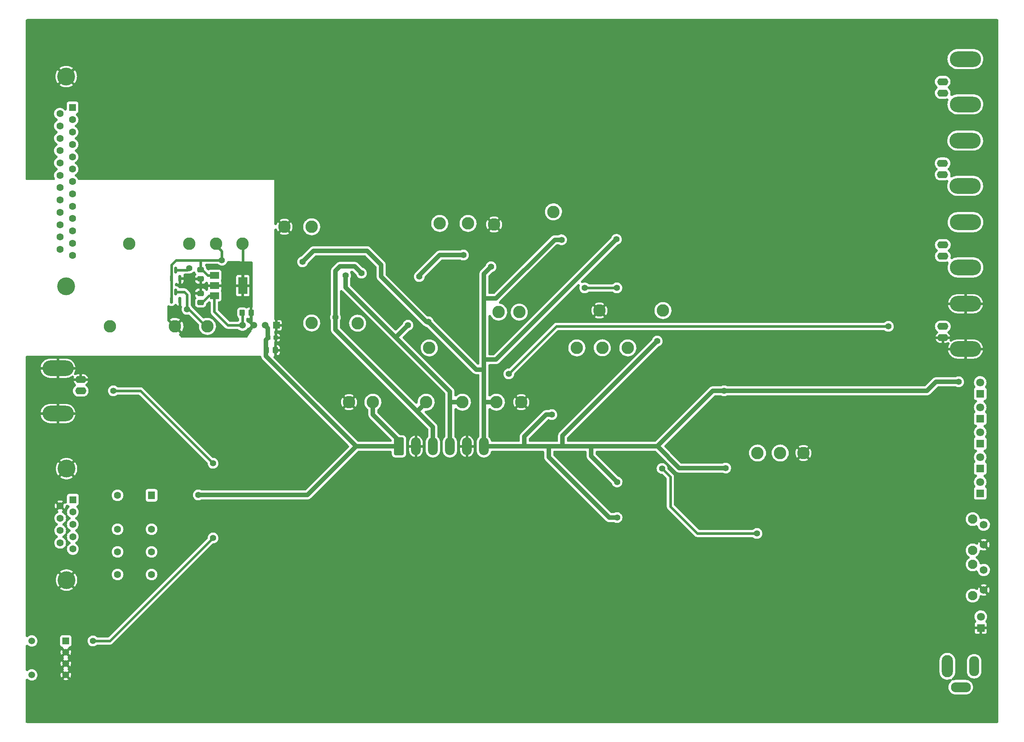
<source format=gbr>
%TF.GenerationSoftware,KiCad,Pcbnew,(6.0.11)*%
%TF.CreationDate,2023-04-19T09:31:43-03:00*%
%TF.ProjectId,qds-cv,7164732d-6376-42e6-9b69-6361645f7063,rev?*%
%TF.SameCoordinates,Original*%
%TF.FileFunction,Copper,L2,Bot*%
%TF.FilePolarity,Positive*%
%FSLAX46Y46*%
G04 Gerber Fmt 4.6, Leading zero omitted, Abs format (unit mm)*
G04 Created by KiCad (PCBNEW (6.0.11)) date 2023-04-19 09:31:43*
%MOMM*%
%LPD*%
G01*
G04 APERTURE LIST*
G04 Aperture macros list*
%AMRoundRect*
0 Rectangle with rounded corners*
0 $1 Rounding radius*
0 $2 $3 $4 $5 $6 $7 $8 $9 X,Y pos of 4 corners*
0 Add a 4 corners polygon primitive as box body*
4,1,4,$2,$3,$4,$5,$6,$7,$8,$9,$2,$3,0*
0 Add four circle primitives for the rounded corners*
1,1,$1+$1,$2,$3*
1,1,$1+$1,$4,$5*
1,1,$1+$1,$6,$7*
1,1,$1+$1,$8,$9*
0 Add four rect primitives between the rounded corners*
20,1,$1+$1,$2,$3,$4,$5,0*
20,1,$1+$1,$4,$5,$6,$7,0*
20,1,$1+$1,$6,$7,$8,$9,0*
20,1,$1+$1,$8,$9,$2,$3,0*%
G04 Aperture macros list end*
%TA.AperFunction,ComponentPad*%
%ADD10C,2.800000*%
%TD*%
%TA.AperFunction,ComponentPad*%
%ADD11RoundRect,0.305556X-0.794444X-1.694444X0.794444X-1.694444X0.794444X1.694444X-0.794444X1.694444X0*%
%TD*%
%TA.AperFunction,ComponentPad*%
%ADD12O,2.200000X4.000000*%
%TD*%
%TA.AperFunction,ComponentPad*%
%ADD13R,1.508000X1.508000*%
%TD*%
%TA.AperFunction,ComponentPad*%
%ADD14C,1.508000*%
%TD*%
%TA.AperFunction,SMDPad,CuDef*%
%ADD15RoundRect,0.150000X0.150000X-0.587500X0.150000X0.587500X-0.150000X0.587500X-0.150000X-0.587500X0*%
%TD*%
%TA.AperFunction,ComponentPad*%
%ADD16C,4.000000*%
%TD*%
%TA.AperFunction,ComponentPad*%
%ADD17R,1.600000X1.600000*%
%TD*%
%TA.AperFunction,ComponentPad*%
%ADD18C,1.600000*%
%TD*%
%TA.AperFunction,SMDPad,CuDef*%
%ADD19RoundRect,0.250000X-0.337500X-0.475000X0.337500X-0.475000X0.337500X0.475000X-0.337500X0.475000X0*%
%TD*%
%TA.AperFunction,ComponentPad*%
%ADD20C,2.100000*%
%TD*%
%TA.AperFunction,ComponentPad*%
%ADD21C,1.750000*%
%TD*%
%TA.AperFunction,ComponentPad*%
%ADD22R,1.800000X1.800000*%
%TD*%
%TA.AperFunction,ComponentPad*%
%ADD23C,1.800000*%
%TD*%
%TA.AperFunction,ComponentPad*%
%ADD24O,2.500000X1.600000*%
%TD*%
%TA.AperFunction,ComponentPad*%
%ADD25O,7.000000X3.500000*%
%TD*%
%TA.AperFunction,SMDPad,CuDef*%
%ADD26RoundRect,0.250000X0.475000X-0.337500X0.475000X0.337500X-0.475000X0.337500X-0.475000X-0.337500X0*%
%TD*%
%TA.AperFunction,SMDPad,CuDef*%
%ADD27RoundRect,0.250000X-0.475000X0.337500X-0.475000X-0.337500X0.475000X-0.337500X0.475000X0.337500X0*%
%TD*%
%TA.AperFunction,ComponentPad*%
%ADD28R,1.518000X1.518000*%
%TD*%
%TA.AperFunction,ComponentPad*%
%ADD29C,1.518000*%
%TD*%
%TA.AperFunction,ComponentPad*%
%ADD30O,2.500000X5.000000*%
%TD*%
%TA.AperFunction,ComponentPad*%
%ADD31O,2.250000X4.500000*%
%TD*%
%TA.AperFunction,ComponentPad*%
%ADD32O,4.500000X2.250000*%
%TD*%
%TA.AperFunction,SMDPad,CuDef*%
%ADD33R,2.000000X1.500000*%
%TD*%
%TA.AperFunction,SMDPad,CuDef*%
%ADD34R,2.000000X3.800000*%
%TD*%
%TA.AperFunction,ComponentPad*%
%ADD35R,1.600000X1.800000*%
%TD*%
%TA.AperFunction,SMDPad,CuDef*%
%ADD36RoundRect,0.250000X-0.350000X-0.450000X0.350000X-0.450000X0.350000X0.450000X-0.350000X0.450000X0*%
%TD*%
%TA.AperFunction,SMDPad,CuDef*%
%ADD37RoundRect,0.237500X-0.300000X-0.237500X0.300000X-0.237500X0.300000X0.237500X-0.300000X0.237500X0*%
%TD*%
%TA.AperFunction,ViaPad*%
%ADD38C,1.400000*%
%TD*%
%TA.AperFunction,ViaPad*%
%ADD39C,1.000000*%
%TD*%
%TA.AperFunction,ViaPad*%
%ADD40C,1.600000*%
%TD*%
%TA.AperFunction,Conductor*%
%ADD41C,0.600000*%
%TD*%
%TA.AperFunction,Conductor*%
%ADD42C,1.000000*%
%TD*%
G04 APERTURE END LIST*
D10*
%TO.P,TP121,1,1*%
%TO.N,Earth*%
X229108000Y-105918000D03*
%TD*%
%TO.P,TP206,1,1*%
%TO.N,Net-(TP206-Pad1)*%
X164592000Y-87122000D03*
%TD*%
%TO.P,TP702,1,1*%
%TO.N,Net-(TP702-Pad1)*%
X269610950Y-137903500D03*
%TD*%
%TO.P,TP110,1,1*%
%TO.N,+5V*%
X205994000Y-126492000D03*
%TD*%
D11*
%TO.P,J102,1,Pin_1*%
%TO.N,+15V*%
X184150000Y-136398000D03*
D12*
%TO.P,J102,2,Pin_2*%
%TO.N,Earth*%
X187960000Y-136398000D03*
%TO.P,J102,3,Pin_3*%
%TO.N,-14V*%
X191770000Y-136398000D03*
%TO.P,J102,4,Pin_4*%
%TO.N,+14V*%
X195580000Y-136398000D03*
%TO.P,J102,5,Pin_5*%
%TO.N,Earth*%
X199390000Y-136398000D03*
%TO.P,J102,6,Pin_6*%
%TO.N,+5V*%
X203200000Y-136398000D03*
%TD*%
D10*
%TO.P,TP204,1,1*%
%TO.N,Net-(C202-Pad1)*%
X137160000Y-90932000D03*
%TD*%
%TO.P,TP107,1,1*%
%TO.N,+15V*%
X178308000Y-126492000D03*
%TD*%
%TO.P,TP203,1,1*%
%TO.N,/Detection validation/VAL-A*%
X211124800Y-106273600D03*
%TD*%
%TO.P,TP105,1,1*%
%TO.N,/Detection validation/TRIG-CH-C*%
X229743000Y-114281500D03*
%TD*%
%TO.P,TP111,1,1*%
%TO.N,+5V-ISO-A*%
X143129000Y-90932000D03*
%TD*%
%TO.P,TP116,1,1*%
%TO.N,Earth*%
X172974000Y-126492000D03*
%TD*%
%TO.P,TP301,1,1*%
%TO.N,Net-(C601-Pad2)*%
X218795600Y-83769200D03*
%TD*%
%TO.P,TP108,1,1*%
%TO.N,-14V*%
X190246000Y-126492000D03*
%TD*%
%TO.P,TP501,1,1*%
%TO.N,/+5V reference/+5VREF*%
X193294000Y-86360000D03*
%TD*%
D13*
%TO.P,PS902,1,-VIN*%
%TO.N,Earth*%
X156707100Y-109230000D03*
D14*
%TO.P,PS902,2,+VIN*%
%TO.N,+15V*%
X154167100Y-109230000D03*
%TO.P,PS902,3,-VOUT*%
%TO.N,GND-ISO-A*%
X151627100Y-109230000D03*
%TO.P,PS902,4,+VOUT*%
%TO.N,Net-(C905-Pad1)*%
X149087100Y-109230000D03*
%TD*%
D10*
%TO.P,TP119,1,1*%
%TO.N,Earth*%
X211582000Y-126492000D03*
%TD*%
%TO.P,TP112,1,1*%
%TO.N,GND-ISO-A*%
X133942666Y-109474000D03*
%TD*%
%TO.P,TP117,1,1*%
%TO.N,Earth*%
X274828000Y-137903500D03*
%TD*%
%TO.P,TP101,1,1*%
%TO.N,/VT2*%
X123698000Y-90932000D03*
%TD*%
%TO.P,TP103,1,1*%
%TO.N,/Detection validation/TRIG-CH-A*%
X243332000Y-105918000D03*
%TD*%
%TO.P,TP113,1,1*%
%TO.N,GND-ISO-A*%
X149098000Y-90932000D03*
%TD*%
%TO.P,TP106,1,1*%
%TO.N,/Detection validation/TRIG-CH-D*%
X224028000Y-114300000D03*
%TD*%
%TO.P,TP205,1,1*%
%TO.N,Net-(C202-Pad2)*%
X141224000Y-109474000D03*
%TD*%
%TO.P,TP202,1,1*%
%TO.N,Net-(C213-Pad1)*%
X206502000Y-106273600D03*
%TD*%
%TO.P,TP208,1,1*%
%TO.N,Net-(R209-Pad1)*%
X174904400Y-108762800D03*
%TD*%
%TO.P,TP209,1,1*%
%TO.N,/Isolated detection channel A/V-DET*%
X199644000Y-86360000D03*
%TD*%
%TO.P,TP109,1,1*%
%TO.N,+14V*%
X198374000Y-126492000D03*
%TD*%
%TO.P,TP201,1,1*%
%TO.N,Net-(C212-Pad1)*%
X190957200Y-114300000D03*
%TD*%
%TO.P,TP701,1,1*%
%TO.N,Net-(TP701-Pad1)*%
X264530950Y-137903500D03*
%TD*%
%TO.P,TP118,1,1*%
%TO.N,Earth*%
X205486000Y-86614000D03*
%TD*%
%TO.P,TP120,1,1*%
%TO.N,Earth*%
X158496000Y-87122000D03*
%TD*%
%TO.P,TP102,1,1*%
%TO.N,/VT1*%
X119380000Y-109474000D03*
%TD*%
%TO.P,TP207,1,1*%
%TO.N,Net-(TP207-Pad1)*%
X164592000Y-108712000D03*
%TD*%
%TO.P,TP104,1,1*%
%TO.N,/Detection validation/TRIG-CH-B*%
X235458000Y-114300000D03*
%TD*%
D15*
%TO.P,D202,1*%
%TO.N,GND-ISO-A*%
X135062000Y-103617500D03*
%TO.P,D202,2*%
%TO.N,+5V-ISO-A*%
X133162000Y-103617500D03*
%TO.P,D202,3*%
%TO.N,Net-(C202-Pad2)*%
X134112000Y-101742500D03*
%TD*%
D16*
%TO.P,J702,0,PAD*%
%TO.N,Earth*%
X109642331Y-166414000D03*
X109642331Y-141414000D03*
D17*
%TO.P,J702,1,1*%
%TO.N,/Quench trigger/SW_TRIG+*%
X111062331Y-148374000D03*
D18*
%TO.P,J702,2,2*%
%TO.N,/Quench trigger/SW_TRIG-*%
X111062331Y-151144000D03*
%TO.P,J702,3,3*%
%TO.N,unconnected-(J702-Pad3)*%
X111062331Y-153914000D03*
%TO.P,J702,4,4*%
%TO.N,/Quench trigger/ILOCK_21*%
X111062331Y-156684000D03*
%TO.P,J702,5,5*%
%TO.N,/Quench trigger/ILOCK_11*%
X111062331Y-159454000D03*
%TO.P,J702,6,6*%
%TO.N,Earth*%
X108222331Y-149759000D03*
%TO.P,J702,7,7*%
%TO.N,/Quench trigger/REMOTE_RST+*%
X108222331Y-152529000D03*
%TO.P,J702,8,8*%
%TO.N,/Quench trigger/ILOCK_22*%
X108222331Y-155299000D03*
%TO.P,J702,9,9*%
%TO.N,/Quench trigger/ILOCK_12*%
X108222331Y-158069000D03*
%TD*%
D19*
%TO.P,C903,1*%
%TO.N,+15V*%
X154410500Y-114808000D03*
%TO.P,C903,2*%
%TO.N,Earth*%
X156485500Y-114808000D03*
%TD*%
D20*
%TO.P,SW702,*%
%TO.N,*%
X312757500Y-159746000D03*
X312757500Y-152736000D03*
D21*
%TO.P,SW702,1,1*%
%TO.N,Earth*%
X315247500Y-158496000D03*
%TO.P,SW702,2,2*%
%TO.N,/Quench trigger/SW_TRIG-*%
X315247500Y-153996000D03*
%TD*%
D22*
%TO.P,LD702,1,K*%
%TO.N,Net-(LD702-Pad1)*%
X314452000Y-130175000D03*
D23*
%TO.P,LD702,2,A*%
%TO.N,+5V*%
X314452000Y-127635000D03*
%TD*%
D24*
%TO.P,J701,1,In*%
%TO.N,Net-(J701-Pad1)*%
X112832000Y-123952000D03*
%TO.P,J701,2,Ext*%
%TO.N,Earth*%
X112832000Y-121412000D03*
D25*
X107752000Y-129032000D03*
X107752000Y-118872000D03*
%TD*%
D24*
%TO.P,J201,1,In*%
%TO.N,Net-(J201-Pad1)*%
X306070000Y-109474000D03*
%TO.P,J201,2,Ext*%
%TO.N,Earth*%
X306070000Y-112014000D03*
D25*
X311150000Y-114554000D03*
X311150000Y-104394000D03*
%TD*%
D22*
%TO.P,LD704,1,K*%
%TO.N,Net-(LD704-Pad1)*%
X314452000Y-141351000D03*
D23*
%TO.P,LD704,2,A*%
%TO.N,+5V*%
X314452000Y-138811000D03*
%TD*%
D26*
%TO.P,C905,1*%
%TO.N,Net-(C905-Pad1)*%
X139700000Y-104161500D03*
%TO.P,C905,2*%
%TO.N,GND-ISO-A*%
X139700000Y-102086500D03*
%TD*%
D27*
%TO.P,C906,1*%
%TO.N,+5V-ISO-A*%
X139700000Y-96752500D03*
%TO.P,C906,2*%
%TO.N,GND-ISO-A*%
X139700000Y-98827500D03*
%TD*%
D22*
%TO.P,LD703,1,K*%
%TO.N,Net-(LD703-Pad1)*%
X314452001Y-135763000D03*
D23*
%TO.P,LD703,2,A*%
%TO.N,+5V*%
X314452001Y-133223000D03*
%TD*%
D20*
%TO.P,SW701,*%
%TO.N,*%
X312757500Y-169906000D03*
X312757500Y-162896000D03*
D21*
%TO.P,SW701,1,1*%
%TO.N,Earth*%
X315247500Y-168656000D03*
%TO.P,SW701,2,2*%
%TO.N,/Quench trigger/REMOTE_RST+*%
X315247500Y-164156000D03*
%TD*%
D22*
%TO.P,LD701,1,K*%
%TO.N,Net-(LD701-Pad1)*%
X314452000Y-124587000D03*
D23*
%TO.P,LD701,2,A*%
%TO.N,+5V*%
X314452000Y-122047000D03*
%TD*%
D16*
%TO.P,J101,0,PAD*%
%TO.N,Earth*%
X109578000Y-53407000D03*
X109578000Y-100507000D03*
D17*
%TO.P,J101,1,1*%
%TO.N,unconnected-(J101-Pad1)*%
X110998000Y-60337000D03*
D18*
%TO.P,J101,2,2*%
%TO.N,/VT4*%
X110998000Y-63107000D03*
%TO.P,J101,3,3*%
%TO.N,unconnected-(J101-Pad3)*%
X110998000Y-65877000D03*
%TO.P,J101,4,4*%
%TO.N,unconnected-(J101-Pad4)*%
X110998000Y-68647000D03*
%TO.P,J101,5,5*%
%TO.N,/VT3*%
X110998000Y-71417000D03*
%TO.P,J101,6,6*%
%TO.N,unconnected-(J101-Pad6)*%
X110998000Y-74187000D03*
%TO.P,J101,7,7*%
%TO.N,unconnected-(J101-Pad7)*%
X110998000Y-76957000D03*
%TO.P,J101,8,8*%
%TO.N,unconnected-(J101-Pad8)*%
X110998000Y-79727000D03*
%TO.P,J101,9,9*%
%TO.N,/VT2*%
X110998000Y-82497000D03*
%TO.P,J101,10,10*%
%TO.N,unconnected-(J101-Pad10)*%
X110998000Y-85267000D03*
%TO.P,J101,11,11*%
%TO.N,unconnected-(J101-Pad11)*%
X110998000Y-88037000D03*
%TO.P,J101,12,12*%
%TO.N,/VT1*%
X110998000Y-90807000D03*
%TO.P,J101,13,13*%
%TO.N,unconnected-(J101-Pad13)*%
X110998000Y-93577000D03*
%TO.P,J101,14,P14*%
%TO.N,unconnected-(J101-Pad14)*%
X108158000Y-61722000D03*
%TO.P,J101,15,P15*%
%TO.N,/VT4*%
X108158000Y-64492000D03*
%TO.P,J101,16,P16*%
%TO.N,unconnected-(J101-Pad16)*%
X108158000Y-67262000D03*
%TO.P,J101,17,P17*%
%TO.N,unconnected-(J101-Pad17)*%
X108158000Y-70032000D03*
%TO.P,J101,18,P18*%
%TO.N,/VT3*%
X108158000Y-72802000D03*
%TO.P,J101,19,P19*%
%TO.N,unconnected-(J101-Pad19)*%
X108158000Y-75572000D03*
%TO.P,J101,20,P20*%
%TO.N,unconnected-(J101-Pad20)*%
X108158000Y-78342000D03*
%TO.P,J101,21,P21*%
%TO.N,/VT2*%
X108158000Y-81112000D03*
%TO.P,J101,22,P22*%
%TO.N,unconnected-(J101-Pad22)*%
X108158000Y-83882000D03*
%TO.P,J101,23,P23*%
%TO.N,unconnected-(J101-Pad23)*%
X108158000Y-86652000D03*
%TO.P,J101,24,P24*%
%TO.N,/VT1*%
X108158000Y-89422000D03*
%TO.P,J101,25,P25*%
%TO.N,unconnected-(J101-Pad25)*%
X108158000Y-92192000D03*
%TD*%
D28*
%TO.P,U706,1,Anode*%
%TO.N,Net-(R712-Pad2)*%
X109474000Y-180086000D03*
D29*
%TO.P,U706,2,Cathode*%
%TO.N,Earth*%
X109474000Y-182626000D03*
%TO.P,U706,3,NC*%
X109474000Y-185166000D03*
%TO.P,U706,4,NC*%
X109474000Y-187706000D03*
%TO.P,U706,5,NC*%
%TO.N,unconnected-(U706-Pad5)*%
X101854000Y-187706000D03*
%TO.P,U706,8,NC*%
%TO.N,unconnected-(U706-Pad8)*%
X101854000Y-180086000D03*
%TD*%
D30*
%TO.P,J901,1*%
%TO.N,Net-(F901-Pad1)*%
X307086000Y-185761000D03*
D31*
%TO.P,J901,2*%
%TO.N,Net-(C907-Pad2)*%
X313086000Y-185761000D03*
D32*
%TO.P,J901,3*%
%TO.N,unconnected-(J901-Pad3)*%
X310086000Y-190461000D03*
%TD*%
D33*
%TO.P,U901,1,VI*%
%TO.N,Net-(C905-Pad1)*%
X142850000Y-102630000D03*
%TO.P,U901,2,GND*%
%TO.N,GND-ISO-A*%
X142850000Y-100330000D03*
D34*
X149150000Y-100330000D03*
D33*
%TO.P,U901,3,VO*%
%TO.N,+5V-ISO-A*%
X142850000Y-98030000D03*
%TD*%
D18*
%TO.P,K701,11*%
%TO.N,/Quench trigger/ILOCK_11*%
X128705500Y-155012500D03*
%TO.P,K701,12*%
%TO.N,unconnected-(K701-Pad12)*%
X128705500Y-160092500D03*
%TO.P,K701,14*%
%TO.N,/Quench trigger/ILOCK_12*%
X128705500Y-165172500D03*
%TO.P,K701,21*%
%TO.N,/Quench trigger/ILOCK_21*%
X121085500Y-155012500D03*
%TO.P,K701,22*%
%TO.N,unconnected-(K701-Pad22)*%
X121085500Y-160092500D03*
%TO.P,K701,24*%
%TO.N,/Quench trigger/ILOCK_22*%
X121085500Y-165172500D03*
D35*
%TO.P,K701,A1*%
%TO.N,Net-(D701-Pad1)*%
X128705500Y-147392500D03*
D18*
%TO.P,K701,A2*%
%TO.N,Net-(D701-Pad2)*%
X121085500Y-147392500D03*
%TD*%
D22*
%TO.P,LD901,1,K*%
%TO.N,Earth*%
X314573200Y-177165000D03*
D23*
%TO.P,LD901,2,A*%
%TO.N,Net-(LD901-Pad2)*%
X314573200Y-174625000D03*
%TD*%
D24*
%TO.P,J401,1,In*%
%TO.N,unconnected-(J401-Pad1)*%
X306014000Y-72866390D03*
D25*
%TO.P,J401,2,Ext*%
%TO.N,unconnected-(J401-Pad2)*%
X311094000Y-67786390D03*
D24*
X306014000Y-75406390D03*
D25*
X311094000Y-77946390D03*
%TD*%
D36*
%TO.P,R901,1*%
%TO.N,Net-(C905-Pad1)*%
X149000000Y-106426000D03*
%TO.P,R901,2*%
%TO.N,GND-ISO-A*%
X151000000Y-106426000D03*
%TD*%
D22*
%TO.P,LD705,1,K*%
%TO.N,Net-(LD705-Pad1)*%
X314452000Y-146939000D03*
D23*
%TO.P,LD705,2,A*%
%TO.N,+5V*%
X314452000Y-144399000D03*
%TD*%
D24*
%TO.P,J501,1,In*%
%TO.N,unconnected-(J501-Pad1)*%
X306039400Y-54562586D03*
D25*
%TO.P,J501,2,Ext*%
%TO.N,unconnected-(J501-Pad2)*%
X311119400Y-49482586D03*
D24*
X306039400Y-57102586D03*
D25*
X311119400Y-59642586D03*
%TD*%
D15*
%TO.P,D201,1*%
%TO.N,GND-ISO-A*%
X135062000Y-98717500D03*
%TO.P,D201,2*%
%TO.N,+5V-ISO-A*%
X133162000Y-98717500D03*
%TO.P,D201,3*%
%TO.N,Net-(C202-Pad1)*%
X134112000Y-96842500D03*
%TD*%
D24*
%TO.P,J301,1,In*%
%TO.N,unconnected-(J301-Pad1)*%
X306064800Y-91170194D03*
D25*
%TO.P,J301,2,Ext*%
%TO.N,unconnected-(J301-Pad2)*%
X311144800Y-96250194D03*
D24*
X306064800Y-93710194D03*
D25*
X311144800Y-86090194D03*
%TD*%
D37*
%TO.P,C904,1*%
%TO.N,+15V*%
X154839500Y-112014000D03*
%TO.P,C904,2*%
%TO.N,Earth*%
X156564500Y-112014000D03*
%TD*%
D38*
%TO.N,+14V*%
X188722000Y-98298000D03*
X172212000Y-98044000D03*
X186182000Y-109220000D03*
X198628000Y-93472000D03*
%TO.N,Earth*%
X230378000Y-146050000D03*
X228066600Y-87249000D03*
X160604200Y-105791000D03*
X214122000Y-139446000D03*
X229108000Y-154432000D03*
X139268200Y-150850600D03*
D39*
X244602000Y-151892000D03*
D38*
X194411600Y-95961200D03*
X242443000Y-123901200D03*
X248945400Y-112547400D03*
X194564000Y-117602000D03*
X218490800Y-120040400D03*
D39*
X250647200Y-152958800D03*
D38*
X161874200Y-91160600D03*
X188493400Y-91719400D03*
X193598800Y-104190800D03*
X183134000Y-129057400D03*
D39*
X261467600Y-125882400D03*
D38*
X251460000Y-123342400D03*
D39*
X256438400Y-146964400D03*
X247726200Y-139623800D03*
D38*
X221183200Y-98069400D03*
X206578200Y-110820200D03*
X187960000Y-103301800D03*
%TO.N,Net-(C202-Pad1)*%
X137160000Y-96393000D03*
%TO.N,Net-(C202-Pad2)*%
X136652000Y-105664000D03*
%TO.N,-14V*%
X169926000Y-107442000D03*
X175768000Y-97536000D03*
%TO.N,+5V-ISO-A*%
X144474600Y-94627600D03*
D40*
%TO.N,GND-ISO-A*%
X145542000Y-105619069D03*
D38*
%TO.N,+5V*%
X190754000Y-108458000D03*
X232918000Y-89926500D03*
X233045000Y-152400000D03*
X242062000Y-112776000D03*
X204803250Y-96093450D03*
X233045000Y-144399000D03*
X309626000Y-121920000D03*
X257403600Y-141274800D03*
X218440000Y-129286000D03*
X257048000Y-123952000D03*
X162560000Y-94996000D03*
X220599000Y-90043000D03*
%TO.N,Net-(J201-Pad1)*%
X208788000Y-120142000D03*
X293878000Y-109474000D03*
%TO.N,Net-(J701-Pad1)*%
X142494000Y-140208000D03*
X120142000Y-123952000D03*
%TO.N,/Quench trigger/SW_TRIG-*%
X264414000Y-155956000D03*
X243128800Y-141376400D03*
%TO.N,Net-(R712-Pad2)*%
X115570000Y-180086000D03*
X142494000Y-156972000D03*
%TO.N,Net-(U601-Pad3)*%
X233019600Y-100838000D03*
X225806000Y-100848500D03*
%TO.N,+15V*%
X139192000Y-147320000D03*
%TD*%
D41*
%TO.N,GND-ISO-A*%
X151000000Y-106426000D02*
X151000000Y-108602900D01*
X151000000Y-108602900D02*
X151627100Y-109230000D01*
D42*
%TO.N,+14V*%
X172212000Y-100736400D02*
X172212000Y-98044000D01*
X193294000Y-93472000D02*
X198628000Y-93472000D01*
X186182000Y-109220000D02*
X184848500Y-110553500D01*
X183489600Y-111912400D02*
X183388000Y-111912400D01*
X184848500Y-110553500D02*
X183489600Y-111912400D01*
X188722000Y-98044000D02*
X193294000Y-93472000D01*
X195580000Y-136398000D02*
X195580000Y-126492000D01*
X191770000Y-120294400D02*
X183388000Y-111912400D01*
X195580000Y-124104400D02*
X191770000Y-120294400D01*
X195580000Y-126492000D02*
X195580000Y-124104400D01*
X183388000Y-111912400D02*
X172212000Y-100736400D01*
X188722000Y-98298000D02*
X188722000Y-98044000D01*
X198374000Y-126492000D02*
X195580000Y-126492000D01*
D41*
%TO.N,Net-(C202-Pad1)*%
X136710500Y-96842500D02*
X134112000Y-96842500D01*
X137160000Y-96393000D02*
X136710500Y-96842500D01*
%TO.N,Net-(C202-Pad2)*%
X136652000Y-102362000D02*
X136032500Y-101742500D01*
X137109200Y-105664000D02*
X140919200Y-109474000D01*
X136652000Y-105664000D02*
X137109200Y-105664000D01*
X140919200Y-109474000D02*
X141224000Y-109474000D01*
X136652000Y-105664000D02*
X136652000Y-102362000D01*
X136032500Y-101742500D02*
X134112000Y-101742500D01*
D42*
%TO.N,-14V*%
X188087000Y-128397000D02*
X169926000Y-110236000D01*
X191770000Y-136398000D02*
X191770000Y-132080000D01*
X188341000Y-128397000D02*
X188087000Y-128397000D01*
X169926000Y-110236000D02*
X169926000Y-107442000D01*
X191770000Y-132080000D02*
X188087000Y-128397000D01*
X170942000Y-96012000D02*
X174244000Y-96012000D01*
X169926000Y-107442000D02*
X169926000Y-97028000D01*
X174244000Y-96012000D02*
X175768000Y-97536000D01*
X190246000Y-126492000D02*
X188341000Y-128397000D01*
X169926000Y-97028000D02*
X170942000Y-96012000D01*
D41*
%TO.N,+5V-ISO-A*%
X134226400Y-94627600D02*
X139839600Y-94627600D01*
X141311600Y-98030000D02*
X140034100Y-96752500D01*
X144474600Y-94627600D02*
X144474600Y-92590100D01*
X140068400Y-94627600D02*
X144474600Y-94627600D01*
X139839600Y-94627600D02*
X139700000Y-94767200D01*
X142850000Y-98030000D02*
X141311600Y-98030000D01*
X133162000Y-95692000D02*
X134226400Y-94627600D01*
X133162000Y-98717500D02*
X133162000Y-95692000D01*
X140034100Y-96752500D02*
X139700000Y-96752500D01*
X139839600Y-94627600D02*
X140068400Y-94627600D01*
X144474600Y-92590100D02*
X142816500Y-90932000D01*
X133162000Y-103617500D02*
X133162000Y-98717500D01*
X139700000Y-94767200D02*
X139700000Y-96752500D01*
%TO.N,GND-ISO-A*%
X149150000Y-90984000D02*
X149098000Y-90932000D01*
X149150000Y-100330000D02*
X149150000Y-90984000D01*
D42*
%TO.N,+5V*%
X201472800Y-119176800D02*
X203200000Y-119176800D01*
X257403600Y-141274800D02*
X246989600Y-141274800D01*
X220827600Y-134010400D02*
X220827600Y-136347200D01*
X218440000Y-129286000D02*
X217170000Y-129286000D01*
X162560000Y-94996000D02*
X165049200Y-92506800D01*
X205994000Y-126492000D02*
X203200000Y-126492000D01*
X203200000Y-126492000D02*
X203200000Y-119176800D01*
X203200000Y-136398000D02*
X216763600Y-136398000D01*
X204803250Y-96093450D02*
X203200000Y-97696700D01*
X220776800Y-136398000D02*
X219506800Y-136398000D01*
X217170000Y-129286000D02*
X212242400Y-134213600D01*
X242062000Y-136398000D02*
X241604800Y-136398000D01*
X225552000Y-129286000D02*
X242062000Y-112776000D01*
X216763600Y-136398000D02*
X218440000Y-136398000D01*
X217728800Y-138836400D02*
X217728800Y-136398000D01*
X203200000Y-136398000D02*
X203200000Y-128270000D01*
X212608500Y-110236000D02*
X205902900Y-116941600D01*
X227228400Y-138582400D02*
X227228400Y-136398000D01*
X212242400Y-134213600D02*
X212242400Y-136347200D01*
X203200000Y-128270000D02*
X203200000Y-126492000D01*
X220827600Y-136347200D02*
X220776800Y-136398000D01*
X225552000Y-129286000D02*
X220827600Y-134010400D01*
X218948000Y-136398000D02*
X218440000Y-136398000D01*
X233045000Y-152400000D02*
X231292400Y-152400000D01*
X241604800Y-136398000D02*
X227228400Y-136398000D01*
X190296800Y-108458000D02*
X190754000Y-108458000D01*
X180162200Y-95656400D02*
X180162200Y-98323400D01*
X302514000Y-123952000D02*
X304546000Y-121920000D01*
X231292400Y-152400000D02*
X217728800Y-138836400D01*
X205902900Y-116941600D02*
X203200000Y-116941600D01*
X180162200Y-98323400D02*
X190296800Y-108458000D01*
X257048000Y-123952000D02*
X302514000Y-123952000D01*
X242112800Y-136398000D02*
X241604800Y-136398000D01*
X219075000Y-90043000D02*
X205943200Y-103174800D01*
X257048000Y-123952000D02*
X254508000Y-123952000D01*
X203200000Y-119176800D02*
X203200000Y-116941600D01*
X203200000Y-97696700D02*
X203200000Y-116941600D01*
X212242400Y-136347200D02*
X212191600Y-136398000D01*
X246989600Y-141274800D02*
X242112800Y-136398000D01*
X205943200Y-103174800D02*
X203200000Y-103174800D01*
X233045000Y-144399000D02*
X227228400Y-138582400D01*
X177012600Y-92506800D02*
X180162200Y-95656400D01*
X212608500Y-110236000D02*
X232918000Y-89926500D01*
X217728800Y-136398000D02*
X216763600Y-136398000D01*
X254508000Y-123952000D02*
X242062000Y-136398000D01*
X165049200Y-92506800D02*
X177012600Y-92506800D01*
X190754000Y-108458000D02*
X201472800Y-119176800D01*
X220776800Y-136398000D02*
X227228400Y-136398000D01*
X212191600Y-136398000D02*
X203200000Y-136398000D01*
X219506800Y-136398000D02*
X218948000Y-136398000D01*
X304546000Y-121920000D02*
X309626000Y-121920000D01*
X220599000Y-90043000D02*
X219075000Y-90043000D01*
D41*
%TO.N,Net-(J201-Pad1)*%
X208788000Y-120142000D02*
X219456000Y-109474000D01*
X219456000Y-109474000D02*
X293878000Y-109474000D01*
%TO.N,Net-(J701-Pad1)*%
X142494000Y-140208000D02*
X126238000Y-123952000D01*
X126238000Y-123952000D02*
X120142000Y-123952000D01*
%TO.N,/Quench trigger/SW_TRIG-*%
X251053600Y-155956000D02*
X245008400Y-149910800D01*
X245008400Y-143256000D02*
X243128800Y-141376400D01*
X245008400Y-149910800D02*
X245008400Y-143256000D01*
X264414000Y-155956000D02*
X251053600Y-155956000D01*
%TO.N,Net-(R712-Pad2)*%
X142494000Y-156972000D02*
X119380000Y-180086000D01*
X119380000Y-180086000D02*
X115570000Y-180086000D01*
%TO.N,Net-(U601-Pad3)*%
X233019600Y-100838000D02*
X225806000Y-100838000D01*
D42*
%TO.N,+15V*%
X175006000Y-136398000D02*
X174548800Y-136398000D01*
X154787600Y-111962100D02*
X154787600Y-109850500D01*
X174548800Y-136398000D02*
X163626800Y-147320000D01*
X154330400Y-116179600D02*
X154330400Y-114888100D01*
X163626800Y-147320000D02*
X139192000Y-147320000D01*
X154787600Y-109850500D02*
X154167100Y-109230000D01*
X154839500Y-112014000D02*
X154330400Y-112523100D01*
X178308000Y-129260600D02*
X184150000Y-135102600D01*
X154330400Y-114888100D02*
X154410500Y-114808000D01*
X178308000Y-126492000D02*
X178308000Y-129260600D01*
X154330400Y-114727900D02*
X154410500Y-114808000D01*
X184150000Y-135102600D02*
X184150000Y-136398000D01*
X174548800Y-136398000D02*
X154330400Y-116179600D01*
X154839500Y-112014000D02*
X154787600Y-111962100D01*
X184150000Y-136398000D02*
X175006000Y-136398000D01*
X154330400Y-112523100D02*
X154330400Y-114727900D01*
D41*
%TO.N,Net-(C905-Pad1)*%
X142750000Y-106174000D02*
X142750000Y-102730000D01*
X149112500Y-109220000D02*
X145796000Y-109220000D01*
X149000000Y-106426000D02*
X149112500Y-106538500D01*
X140008700Y-104161500D02*
X139700000Y-104161500D01*
X141540200Y-102630000D02*
X140008700Y-104161500D01*
X149112500Y-106538500D02*
X149112500Y-109220000D01*
X142750000Y-102730000D02*
X142850000Y-102630000D01*
X142850000Y-102630000D02*
X141540200Y-102630000D01*
X145796000Y-109220000D02*
X142750000Y-106174000D01*
%TD*%
%TA.AperFunction,Conductor*%
%TO.N,Earth*%
G36*
X318308511Y-40520691D02*
G01*
X318401935Y-40578536D01*
X318468154Y-40666224D01*
X318498225Y-40771912D01*
X318499500Y-40799500D01*
X318499500Y-198200500D01*
X318479309Y-198308511D01*
X318421464Y-198401935D01*
X318333776Y-198468154D01*
X318228088Y-198498225D01*
X318200500Y-198499500D01*
X100799500Y-198499500D01*
X100691489Y-198479309D01*
X100598065Y-198421464D01*
X100531846Y-198333776D01*
X100501775Y-198228088D01*
X100500500Y-198200500D01*
X100500500Y-188855551D01*
X100520691Y-188747540D01*
X100578536Y-188654116D01*
X100666224Y-188587897D01*
X100771912Y-188557826D01*
X100881325Y-188567965D01*
X100979688Y-188616944D01*
X101010925Y-188644126D01*
X101041317Y-188674518D01*
X101052004Y-188682001D01*
X101052005Y-188682002D01*
X101109866Y-188722517D01*
X101221844Y-188800925D01*
X101233674Y-188806442D01*
X101233675Y-188806442D01*
X101291486Y-188833400D01*
X101421580Y-188894064D01*
X101434183Y-188897441D01*
X101434186Y-188897442D01*
X101561486Y-188931551D01*
X101634455Y-188951103D01*
X101854000Y-188970311D01*
X102073545Y-188951103D01*
X102146514Y-188931551D01*
X102273814Y-188897442D01*
X102273817Y-188897441D01*
X102286420Y-188894064D01*
X102416514Y-188833400D01*
X102474325Y-188806442D01*
X102474326Y-188806442D01*
X102486156Y-188800925D01*
X102598134Y-188722517D01*
X102613348Y-188711864D01*
X108898657Y-188711864D01*
X108899692Y-188713722D01*
X108909452Y-188722517D01*
X108931190Y-188734319D01*
X109101717Y-188807584D01*
X109127691Y-188816023D01*
X109308699Y-188856981D01*
X109335774Y-188860545D01*
X109521221Y-188867832D01*
X109548479Y-188866404D01*
X109732161Y-188839771D01*
X109758698Y-188833400D01*
X109934450Y-188773740D01*
X109959385Y-188762638D01*
X110029433Y-188723409D01*
X110046835Y-188708891D01*
X110034138Y-188690402D01*
X109493590Y-188149854D01*
X109473724Y-188136245D01*
X109460846Y-188143418D01*
X108912266Y-188691998D01*
X108898657Y-188711864D01*
X102613348Y-188711864D01*
X102655995Y-188682002D01*
X102655996Y-188682001D01*
X102666683Y-188674518D01*
X102822518Y-188518683D01*
X102903059Y-188403659D01*
X102941440Y-188348845D01*
X102941441Y-188348843D01*
X102948925Y-188338155D01*
X102974563Y-188283174D01*
X103036547Y-188150252D01*
X103036548Y-188150248D01*
X103042064Y-188138420D01*
X103099103Y-187925545D01*
X103118311Y-187706000D01*
X103116842Y-187689212D01*
X108311331Y-187689212D01*
X108323468Y-187874402D01*
X108327740Y-187901374D01*
X108373423Y-188081251D01*
X108382539Y-188106994D01*
X108460231Y-188275517D01*
X108460383Y-188275782D01*
X108467998Y-188283174D01*
X108471914Y-188281797D01*
X108480599Y-188275137D01*
X109030146Y-187725590D01*
X109043377Y-187706276D01*
X109904245Y-187706276D01*
X109911418Y-187719154D01*
X110458281Y-188266017D01*
X110476976Y-188278823D01*
X110491325Y-188261584D01*
X110530638Y-188191385D01*
X110541740Y-188166450D01*
X110601400Y-187990698D01*
X110607771Y-187964161D01*
X110635107Y-187775626D01*
X110636600Y-187758122D01*
X110637735Y-187714801D01*
X110637159Y-187697232D01*
X110619728Y-187507536D01*
X110614752Y-187480686D01*
X110564377Y-187302070D01*
X110554591Y-187276576D01*
X110491905Y-187149461D01*
X110478359Y-187131380D01*
X110464180Y-187140084D01*
X109917854Y-187686410D01*
X109904245Y-187706276D01*
X109043377Y-187706276D01*
X109043755Y-187705724D01*
X109036582Y-187692846D01*
X108489130Y-187145394D01*
X108471098Y-187133042D01*
X108455801Y-187151918D01*
X108405020Y-187248438D01*
X108394572Y-187273660D01*
X108339534Y-187450910D01*
X108333859Y-187477607D01*
X108312045Y-187661918D01*
X108311331Y-187689212D01*
X103116842Y-187689212D01*
X103099103Y-187486455D01*
X103042064Y-187273580D01*
X102985332Y-187151918D01*
X102954442Y-187085676D01*
X102948925Y-187073845D01*
X102822518Y-186893317D01*
X102666683Y-186737482D01*
X102642001Y-186720199D01*
X102496850Y-186618563D01*
X102486156Y-186611075D01*
X102286420Y-186517936D01*
X102273817Y-186514559D01*
X102273814Y-186514558D01*
X102086159Y-186464277D01*
X102086160Y-186464277D01*
X102073545Y-186460897D01*
X101854000Y-186441689D01*
X101634455Y-186460897D01*
X101421580Y-186517936D01*
X101409753Y-186523451D01*
X101409748Y-186523453D01*
X101250403Y-186597758D01*
X101221845Y-186611075D01*
X101041317Y-186737482D01*
X101010925Y-186767874D01*
X100920272Y-186829972D01*
X100813309Y-186855130D01*
X100704480Y-186839949D01*
X100608485Y-186786480D01*
X100538287Y-186701944D01*
X100503367Y-186597758D01*
X100500500Y-186556449D01*
X100500500Y-186171864D01*
X108898657Y-186171864D01*
X108899692Y-186173722D01*
X108910655Y-186183601D01*
X108918604Y-186188912D01*
X108917832Y-186190068D01*
X108926719Y-186198076D01*
X108925651Y-186199261D01*
X108981427Y-186244569D01*
X109035928Y-186339982D01*
X109052283Y-186448641D01*
X109028280Y-186555870D01*
X108967164Y-186647187D01*
X108938835Y-186669466D01*
X108939007Y-186669662D01*
X108900622Y-186703430D01*
X108912463Y-186720199D01*
X109454410Y-187262146D01*
X109474276Y-187275755D01*
X109487154Y-187268582D01*
X109678692Y-187077044D01*
X305335500Y-187077044D01*
X305349874Y-187270466D01*
X305352323Y-187281287D01*
X305352323Y-187281290D01*
X305357025Y-187302070D01*
X305407295Y-187524232D01*
X305411316Y-187534571D01*
X305481404Y-187714801D01*
X305501595Y-187766723D01*
X305630701Y-187992612D01*
X305791777Y-188196936D01*
X305799858Y-188204538D01*
X305799860Y-188204540D01*
X305973203Y-188367605D01*
X305973208Y-188367609D01*
X305981286Y-188375208D01*
X306063478Y-188432227D01*
X306185945Y-188517186D01*
X306185949Y-188517188D01*
X306195063Y-188523511D01*
X306205014Y-188528418D01*
X306205017Y-188528420D01*
X306219510Y-188535567D01*
X306428413Y-188638586D01*
X306540664Y-188674518D01*
X306665642Y-188714524D01*
X306665645Y-188714525D01*
X306676208Y-188717906D01*
X306687156Y-188719689D01*
X306922061Y-188757946D01*
X306922068Y-188757947D01*
X306933006Y-188759728D01*
X307029919Y-188760997D01*
X307182062Y-188762989D01*
X307182067Y-188762989D01*
X307193165Y-188763134D01*
X307307747Y-188747540D01*
X307439980Y-188729544D01*
X307439984Y-188729543D01*
X307450970Y-188728048D01*
X307687795Y-188659020D01*
X307797142Y-188648180D01*
X307903020Y-188677572D01*
X307991131Y-188743226D01*
X308049574Y-188836277D01*
X308070458Y-188944157D01*
X308050960Y-189052295D01*
X307993715Y-189146088D01*
X307965650Y-189173436D01*
X307808044Y-189308044D01*
X307800418Y-189316973D01*
X307649500Y-189493675D01*
X307649497Y-189493679D01*
X307641877Y-189502601D01*
X307508191Y-189720757D01*
X307410278Y-189957140D01*
X307350548Y-190205930D01*
X307330474Y-190461000D01*
X307350548Y-190716070D01*
X307410278Y-190964860D01*
X307508191Y-191201243D01*
X307641877Y-191419399D01*
X307649497Y-191428321D01*
X307649500Y-191428325D01*
X307782294Y-191583807D01*
X307808044Y-191613956D01*
X307816973Y-191621582D01*
X307993675Y-191772500D01*
X307993679Y-191772503D01*
X308002601Y-191780123D01*
X308220757Y-191913809D01*
X308231610Y-191918304D01*
X308231613Y-191918306D01*
X308446288Y-192007227D01*
X308457140Y-192011722D01*
X308468560Y-192014464D01*
X308468564Y-192014465D01*
X308568463Y-192038449D01*
X308705930Y-192071452D01*
X308800958Y-192078931D01*
X308891287Y-192086040D01*
X308891297Y-192086040D01*
X308897137Y-192086500D01*
X311274863Y-192086500D01*
X311280703Y-192086040D01*
X311280713Y-192086040D01*
X311371042Y-192078931D01*
X311466070Y-192071452D01*
X311603537Y-192038449D01*
X311703436Y-192014465D01*
X311703440Y-192014464D01*
X311714860Y-192011722D01*
X311725712Y-192007227D01*
X311940387Y-191918306D01*
X311940390Y-191918304D01*
X311951243Y-191913809D01*
X312169399Y-191780123D01*
X312178321Y-191772503D01*
X312178325Y-191772500D01*
X312355027Y-191621582D01*
X312363956Y-191613956D01*
X312389706Y-191583807D01*
X312522500Y-191428325D01*
X312522503Y-191428321D01*
X312530123Y-191419399D01*
X312663809Y-191201243D01*
X312761722Y-190964860D01*
X312821452Y-190716070D01*
X312841526Y-190461000D01*
X312821452Y-190205930D01*
X312761722Y-189957140D01*
X312663809Y-189720757D01*
X312530123Y-189502601D01*
X312522503Y-189493679D01*
X312522500Y-189493675D01*
X312371582Y-189316973D01*
X312363956Y-189308044D01*
X312333807Y-189282294D01*
X312178325Y-189149500D01*
X312178321Y-189149497D01*
X312169399Y-189141877D01*
X312159386Y-189135741D01*
X311961263Y-189014331D01*
X311961261Y-189014330D01*
X311951243Y-189008191D01*
X311940390Y-189003696D01*
X311940387Y-189003694D01*
X311725712Y-188914773D01*
X311714860Y-188910278D01*
X311703440Y-188907536D01*
X311703436Y-188907535D01*
X311603537Y-188883551D01*
X311466070Y-188850548D01*
X311365892Y-188842664D01*
X311280713Y-188835960D01*
X311280703Y-188835960D01*
X311274863Y-188835500D01*
X308897137Y-188835500D01*
X308891297Y-188835960D01*
X308891287Y-188835960D01*
X308806108Y-188842664D01*
X308705930Y-188850548D01*
X308568463Y-188883551D01*
X308468564Y-188907535D01*
X308468560Y-188907536D01*
X308457140Y-188910278D01*
X308446288Y-188914773D01*
X308437683Y-188917569D01*
X308328719Y-188931744D01*
X308221992Y-188905598D01*
X308131918Y-188842664D01*
X308070660Y-188751442D01*
X308046492Y-188644250D01*
X308062678Y-188535567D01*
X308117033Y-188440070D01*
X308154901Y-188403968D01*
X308154625Y-188403659D01*
X308340462Y-188237793D01*
X308348735Y-188230409D01*
X308515105Y-188030371D01*
X308520856Y-188020893D01*
X308520860Y-188020888D01*
X308622539Y-187853325D01*
X308650080Y-187807939D01*
X308750695Y-187567999D01*
X308795936Y-187389860D01*
X308812008Y-187326578D01*
X308812009Y-187326573D01*
X308814739Y-187315823D01*
X308831185Y-187152502D01*
X308835749Y-187107176D01*
X308835749Y-187107168D01*
X308836500Y-187099714D01*
X308836500Y-186949863D01*
X311460500Y-186949863D01*
X311475548Y-187141070D01*
X311478293Y-187152502D01*
X311514854Y-187304787D01*
X311535278Y-187389860D01*
X311539773Y-187400712D01*
X311609066Y-187567999D01*
X311633191Y-187626243D01*
X311639330Y-187636261D01*
X311639331Y-187636263D01*
X311670061Y-187686410D01*
X311766877Y-187844399D01*
X311774497Y-187853321D01*
X311774500Y-187853325D01*
X311836182Y-187925545D01*
X311933044Y-188038956D01*
X311941973Y-188046582D01*
X312118675Y-188197500D01*
X312118679Y-188197503D01*
X312127601Y-188205123D01*
X312137614Y-188211259D01*
X312252722Y-188281797D01*
X312345757Y-188338809D01*
X312356610Y-188343304D01*
X312356613Y-188343306D01*
X312502319Y-188403659D01*
X312582140Y-188436722D01*
X312593560Y-188439464D01*
X312593564Y-188439465D01*
X312693463Y-188463449D01*
X312830930Y-188496452D01*
X313086000Y-188516526D01*
X313341070Y-188496452D01*
X313478537Y-188463449D01*
X313578436Y-188439465D01*
X313578440Y-188439464D01*
X313589860Y-188436722D01*
X313669681Y-188403659D01*
X313815387Y-188343306D01*
X313815390Y-188343304D01*
X313826243Y-188338809D01*
X313919279Y-188281797D01*
X314034386Y-188211259D01*
X314044399Y-188205123D01*
X314053321Y-188197503D01*
X314053325Y-188197500D01*
X314230027Y-188046582D01*
X314238956Y-188038956D01*
X314335818Y-187925545D01*
X314397500Y-187853325D01*
X314397503Y-187853321D01*
X314405123Y-187844399D01*
X314501939Y-187686410D01*
X314532669Y-187636263D01*
X314532670Y-187636261D01*
X314538809Y-187626243D01*
X314562935Y-187567999D01*
X314632227Y-187400712D01*
X314636722Y-187389860D01*
X314657147Y-187304787D01*
X314693707Y-187152502D01*
X314696452Y-187141070D01*
X314711500Y-186949863D01*
X314711500Y-184572137D01*
X314696452Y-184380930D01*
X314662788Y-184240710D01*
X314639465Y-184143564D01*
X314639464Y-184143560D01*
X314636722Y-184132140D01*
X314612299Y-184073178D01*
X314543306Y-183906613D01*
X314543304Y-183906610D01*
X314538809Y-183895757D01*
X314405123Y-183677601D01*
X314397503Y-183668679D01*
X314397500Y-183668675D01*
X314246582Y-183491973D01*
X314238956Y-183483044D01*
X314053985Y-183325064D01*
X314053325Y-183324500D01*
X314053321Y-183324497D01*
X314044399Y-183316877D01*
X313991086Y-183284207D01*
X313836263Y-183189331D01*
X313836261Y-183189330D01*
X313826243Y-183183191D01*
X313815390Y-183178696D01*
X313815387Y-183178694D01*
X313600712Y-183089773D01*
X313589860Y-183085278D01*
X313578440Y-183082536D01*
X313578436Y-183082535D01*
X313468930Y-183056245D01*
X313341070Y-183025548D01*
X313086000Y-183005474D01*
X312830930Y-183025548D01*
X312703070Y-183056245D01*
X312593564Y-183082535D01*
X312593560Y-183082536D01*
X312582140Y-183085278D01*
X312571288Y-183089773D01*
X312356613Y-183178694D01*
X312356610Y-183178696D01*
X312345757Y-183183191D01*
X312335739Y-183189330D01*
X312335737Y-183189331D01*
X312180914Y-183284207D01*
X312127601Y-183316877D01*
X312118679Y-183324497D01*
X312118675Y-183324500D01*
X312118015Y-183325064D01*
X311933044Y-183483044D01*
X311925418Y-183491973D01*
X311774500Y-183668675D01*
X311774497Y-183668679D01*
X311766877Y-183677601D01*
X311633191Y-183895757D01*
X311628696Y-183906610D01*
X311628694Y-183906613D01*
X311559701Y-184073178D01*
X311535278Y-184132140D01*
X311532536Y-184143560D01*
X311532535Y-184143564D01*
X311509212Y-184240710D01*
X311475548Y-184380930D01*
X311460500Y-184572137D01*
X311460500Y-186949863D01*
X308836500Y-186949863D01*
X308836500Y-184444956D01*
X308822126Y-184251534D01*
X308764705Y-183997768D01*
X308670405Y-183755277D01*
X308541299Y-183529388D01*
X308380223Y-183325064D01*
X308371520Y-183316877D01*
X308198797Y-183154395D01*
X308198792Y-183154391D01*
X308190714Y-183146792D01*
X308018027Y-183026994D01*
X307986055Y-183004814D01*
X307986051Y-183004812D01*
X307976937Y-182998489D01*
X307966986Y-182993582D01*
X307966983Y-182993580D01*
X307854095Y-182937911D01*
X307743587Y-182883414D01*
X307549775Y-182821374D01*
X307506358Y-182807476D01*
X307506355Y-182807475D01*
X307495792Y-182804094D01*
X307436281Y-182794402D01*
X307249939Y-182764054D01*
X307249932Y-182764053D01*
X307238994Y-182762272D01*
X307142081Y-182761003D01*
X306989938Y-182759011D01*
X306989933Y-182759011D01*
X306978835Y-182758866D01*
X306940715Y-182764054D01*
X306732020Y-182792456D01*
X306732016Y-182792457D01*
X306721030Y-182793952D01*
X306686234Y-182804094D01*
X306481895Y-182863653D01*
X306481892Y-182863654D01*
X306471243Y-182866758D01*
X306461171Y-182871401D01*
X306461169Y-182871402D01*
X306433493Y-182884161D01*
X306234961Y-182975686D01*
X306225683Y-182981769D01*
X306225681Y-182981770D01*
X306188120Y-183006396D01*
X306017375Y-183118341D01*
X305823265Y-183291591D01*
X305656895Y-183491629D01*
X305651144Y-183501107D01*
X305651140Y-183501112D01*
X305555173Y-183659261D01*
X305521920Y-183714061D01*
X305421305Y-183954001D01*
X305391038Y-184073178D01*
X305363619Y-184181144D01*
X305357261Y-184206177D01*
X305335500Y-184422286D01*
X305335500Y-187077044D01*
X109678692Y-187077044D01*
X110034592Y-186721144D01*
X110048201Y-186701278D01*
X110048144Y-186701176D01*
X110034231Y-186688965D01*
X110032527Y-186687890D01*
X110024048Y-186680028D01*
X110016502Y-186673405D01*
X110016683Y-186673199D01*
X109951953Y-186613178D01*
X109903809Y-186514404D01*
X109894598Y-186404908D01*
X109925563Y-186299479D01*
X109992522Y-186212356D01*
X110008170Y-186201171D01*
X110008159Y-186201158D01*
X110046835Y-186168891D01*
X110034138Y-186150402D01*
X109493590Y-185609854D01*
X109473724Y-185596245D01*
X109460846Y-185603418D01*
X108912266Y-186151998D01*
X108898657Y-186171864D01*
X100500500Y-186171864D01*
X100500500Y-185149212D01*
X108311331Y-185149212D01*
X108323468Y-185334402D01*
X108327740Y-185361374D01*
X108373423Y-185541251D01*
X108382539Y-185566994D01*
X108460231Y-185735517D01*
X108460383Y-185735782D01*
X108467998Y-185743174D01*
X108471914Y-185741797D01*
X108480599Y-185735137D01*
X109030146Y-185185590D01*
X109043377Y-185166276D01*
X109904245Y-185166276D01*
X109911418Y-185179154D01*
X110458281Y-185726017D01*
X110476976Y-185738823D01*
X110491325Y-185721584D01*
X110530638Y-185651385D01*
X110541740Y-185626450D01*
X110601400Y-185450698D01*
X110607771Y-185424161D01*
X110635107Y-185235626D01*
X110636600Y-185218122D01*
X110637735Y-185174801D01*
X110637159Y-185157232D01*
X110619728Y-184967536D01*
X110614752Y-184940686D01*
X110564377Y-184762070D01*
X110554591Y-184736576D01*
X110491905Y-184609461D01*
X110478359Y-184591380D01*
X110464180Y-184600084D01*
X109917854Y-185146410D01*
X109904245Y-185166276D01*
X109043377Y-185166276D01*
X109043755Y-185165724D01*
X109036582Y-185152846D01*
X108489130Y-184605394D01*
X108471098Y-184593042D01*
X108455801Y-184611918D01*
X108405020Y-184708438D01*
X108394572Y-184733660D01*
X108339534Y-184910910D01*
X108333859Y-184937607D01*
X108312045Y-185121918D01*
X108311331Y-185149212D01*
X100500500Y-185149212D01*
X100500500Y-183631864D01*
X108898657Y-183631864D01*
X108899692Y-183633722D01*
X108910655Y-183643601D01*
X108918604Y-183648912D01*
X108917832Y-183650068D01*
X108926719Y-183658076D01*
X108925651Y-183659261D01*
X108981427Y-183704569D01*
X109035928Y-183799982D01*
X109052283Y-183908641D01*
X109028280Y-184015870D01*
X108967164Y-184107187D01*
X108938835Y-184129466D01*
X108939007Y-184129662D01*
X108900622Y-184163430D01*
X108912463Y-184180199D01*
X109454410Y-184722146D01*
X109474276Y-184735755D01*
X109487154Y-184728582D01*
X110034592Y-184181144D01*
X110048201Y-184161278D01*
X110048144Y-184161176D01*
X110034231Y-184148965D01*
X110032527Y-184147890D01*
X110024048Y-184140028D01*
X110016502Y-184133405D01*
X110016683Y-184133199D01*
X109951953Y-184073178D01*
X109903809Y-183974404D01*
X109894598Y-183864908D01*
X109925563Y-183759479D01*
X109992522Y-183672356D01*
X110008170Y-183661171D01*
X110008159Y-183661158D01*
X110046835Y-183628891D01*
X110034138Y-183610402D01*
X109493590Y-183069854D01*
X109473724Y-183056245D01*
X109460846Y-183063418D01*
X108912266Y-183611998D01*
X108898657Y-183631864D01*
X100500500Y-183631864D01*
X100500500Y-182609212D01*
X108311331Y-182609212D01*
X108323468Y-182794402D01*
X108327740Y-182821374D01*
X108373423Y-183001251D01*
X108382539Y-183026994D01*
X108460231Y-183195517D01*
X108460383Y-183195782D01*
X108467998Y-183203174D01*
X108471914Y-183201797D01*
X108480599Y-183195137D01*
X109030146Y-182645590D01*
X109043377Y-182626276D01*
X109904245Y-182626276D01*
X109911418Y-182639154D01*
X110458281Y-183186017D01*
X110476976Y-183198823D01*
X110491325Y-183181584D01*
X110530638Y-183111385D01*
X110541740Y-183086450D01*
X110601400Y-182910698D01*
X110607771Y-182884161D01*
X110635107Y-182695626D01*
X110636600Y-182678122D01*
X110637735Y-182634801D01*
X110637159Y-182617232D01*
X110619728Y-182427536D01*
X110614752Y-182400686D01*
X110564377Y-182222070D01*
X110554591Y-182196576D01*
X110491905Y-182069461D01*
X110478359Y-182051380D01*
X110464180Y-182060084D01*
X109917854Y-182606410D01*
X109904245Y-182626276D01*
X109043377Y-182626276D01*
X109043755Y-182625724D01*
X109036582Y-182612846D01*
X108489130Y-182065394D01*
X108471098Y-182053042D01*
X108455801Y-182071918D01*
X108405020Y-182168438D01*
X108394572Y-182193660D01*
X108339534Y-182370910D01*
X108333859Y-182397607D01*
X108312045Y-182581918D01*
X108311331Y-182609212D01*
X100500500Y-182609212D01*
X100500500Y-181235551D01*
X100520691Y-181127540D01*
X100578536Y-181034116D01*
X100666224Y-180967897D01*
X100771912Y-180937826D01*
X100881325Y-180947965D01*
X100979688Y-180996944D01*
X101010925Y-181024126D01*
X101041317Y-181054518D01*
X101052004Y-181062001D01*
X101052005Y-181062002D01*
X101113227Y-181104870D01*
X101221844Y-181180925D01*
X101421580Y-181274064D01*
X101434183Y-181277441D01*
X101434186Y-181277442D01*
X101503458Y-181296003D01*
X101634455Y-181331103D01*
X101854000Y-181350311D01*
X102073545Y-181331103D01*
X102204542Y-181296003D01*
X102273814Y-181277442D01*
X102273817Y-181277441D01*
X102286420Y-181274064D01*
X102486156Y-181180925D01*
X102594773Y-181104870D01*
X102655995Y-181062002D01*
X102655996Y-181062001D01*
X102666683Y-181054518D01*
X102822518Y-180898683D01*
X102931241Y-180743410D01*
X102941440Y-180728845D01*
X102941441Y-180728843D01*
X102948925Y-180718155D01*
X102954809Y-180705536D01*
X103036547Y-180530252D01*
X103036548Y-180530248D01*
X103042064Y-180518420D01*
X103099103Y-180305545D01*
X103118311Y-180086000D01*
X103099103Y-179866455D01*
X103042064Y-179653580D01*
X103034664Y-179637709D01*
X102954442Y-179465676D01*
X102948925Y-179453845D01*
X102931781Y-179429360D01*
X102832593Y-179287706D01*
X102826933Y-179279623D01*
X108214500Y-179279623D01*
X108214501Y-180892376D01*
X108215374Y-180900409D01*
X108215374Y-180900417D01*
X108217392Y-180918991D01*
X108221149Y-180953580D01*
X108271474Y-181087824D01*
X108284248Y-181104868D01*
X108284249Y-181104870D01*
X108309021Y-181137923D01*
X108357454Y-181202546D01*
X108374497Y-181215319D01*
X108452880Y-181274064D01*
X108472176Y-181288526D01*
X108537124Y-181312873D01*
X108588872Y-181332273D01*
X108588875Y-181332274D01*
X108606420Y-181338851D01*
X108629169Y-181341322D01*
X108637484Y-181343831D01*
X108643292Y-181345212D01*
X108643210Y-181345558D01*
X108734363Y-181373058D01*
X108820994Y-181440653D01*
X108877357Y-181534979D01*
X108883043Y-181568300D01*
X108885217Y-181567723D01*
X108899635Y-181622033D01*
X108912463Y-181640199D01*
X109454410Y-182182146D01*
X109474276Y-182195755D01*
X109487154Y-182188582D01*
X110034592Y-181641144D01*
X110049444Y-181619462D01*
X110061077Y-181570005D01*
X110105461Y-181469486D01*
X110183160Y-181391788D01*
X110283680Y-181347405D01*
X110319843Y-181341213D01*
X110322936Y-181340877D01*
X110322943Y-181340875D01*
X110341580Y-181338851D01*
X110475824Y-181288526D01*
X110495121Y-181274064D01*
X110573503Y-181215319D01*
X110590546Y-181202546D01*
X110638979Y-181137923D01*
X110663751Y-181104870D01*
X110663752Y-181104868D01*
X110676526Y-181087824D01*
X110700873Y-181022876D01*
X110720273Y-180971128D01*
X110720274Y-180971125D01*
X110726851Y-180953580D01*
X110733500Y-180892377D01*
X110733499Y-180054440D01*
X114364770Y-180054440D01*
X114365666Y-180068112D01*
X114365666Y-180068114D01*
X114366839Y-180086000D01*
X114379200Y-180274604D01*
X114382573Y-180287886D01*
X114382574Y-180287891D01*
X114430137Y-180475168D01*
X114433511Y-180488452D01*
X114447327Y-180518420D01*
X114513340Y-180661613D01*
X114525883Y-180688821D01*
X114653222Y-180869002D01*
X114672150Y-180887441D01*
X114758063Y-180971134D01*
X114811264Y-181022961D01*
X114994717Y-181145540D01*
X115197436Y-181232635D01*
X115210806Y-181235660D01*
X115210811Y-181235662D01*
X115380525Y-181274064D01*
X115412632Y-181281329D01*
X115568611Y-181287457D01*
X115619402Y-181289453D01*
X115619403Y-181289453D01*
X115633098Y-181289991D01*
X115646657Y-181288025D01*
X115646658Y-181288025D01*
X115837887Y-181260298D01*
X115837889Y-181260298D01*
X115851452Y-181258331D01*
X115927150Y-181232635D01*
X116047398Y-181191817D01*
X116047403Y-181191815D01*
X116060379Y-181187410D01*
X116252884Y-181079602D01*
X116266981Y-181067878D01*
X116401959Y-180955617D01*
X116497913Y-180902073D01*
X116593152Y-180886500D01*
X119369965Y-180886500D01*
X119373097Y-180886516D01*
X119444693Y-180887266D01*
X119444694Y-180887266D01*
X119461407Y-180887441D01*
X119494727Y-180880237D01*
X119524577Y-180875349D01*
X119541855Y-180873411D01*
X119541864Y-180873409D01*
X119558472Y-180871546D01*
X119574257Y-180866049D01*
X119574261Y-180866048D01*
X119579763Y-180864132D01*
X119614906Y-180854253D01*
X119636942Y-180849489D01*
X119667845Y-180835079D01*
X119695874Y-180823698D01*
X119712283Y-180817984D01*
X119712285Y-180817983D01*
X119728073Y-180812485D01*
X119747190Y-180800539D01*
X119779268Y-180783122D01*
X119781181Y-180782230D01*
X119799707Y-180773591D01*
X119812914Y-180763346D01*
X119812921Y-180763342D01*
X119826649Y-180752693D01*
X119851459Y-180735385D01*
X119866196Y-180726176D01*
X119866197Y-180726175D01*
X119880375Y-180717316D01*
X119897797Y-180700016D01*
X119909325Y-180688568D01*
X119909360Y-180688535D01*
X119910177Y-180687901D01*
X119935729Y-180662349D01*
X119936468Y-180661613D01*
X120004920Y-180593637D01*
X120004921Y-180593636D01*
X120007807Y-180590770D01*
X120008567Y-180589572D01*
X120009104Y-180588974D01*
X122513347Y-178084731D01*
X313273201Y-178084731D01*
X313275038Y-178108082D01*
X313284355Y-178166908D01*
X313298718Y-178211114D01*
X313334877Y-178282081D01*
X313362196Y-178319682D01*
X313418518Y-178376004D01*
X313456119Y-178403323D01*
X313527085Y-178439482D01*
X313571294Y-178453846D01*
X313630120Y-178463163D01*
X313653463Y-178465000D01*
X314245492Y-178465000D01*
X314269166Y-178460575D01*
X314273200Y-178446397D01*
X314273200Y-178437291D01*
X314873200Y-178437291D01*
X314877625Y-178460965D01*
X314891803Y-178464999D01*
X315492931Y-178464999D01*
X315516282Y-178463162D01*
X315575108Y-178453845D01*
X315619314Y-178439482D01*
X315690281Y-178403323D01*
X315727882Y-178376004D01*
X315784204Y-178319682D01*
X315811523Y-178282081D01*
X315847682Y-178211115D01*
X315862046Y-178166906D01*
X315871363Y-178108080D01*
X315873200Y-178084737D01*
X315873200Y-177492708D01*
X315868775Y-177469034D01*
X315854597Y-177465000D01*
X314900908Y-177465000D01*
X314877234Y-177469425D01*
X314873200Y-177483603D01*
X314873200Y-178437291D01*
X314273200Y-178437291D01*
X314273200Y-177492708D01*
X314268775Y-177469034D01*
X314254597Y-177465000D01*
X313300909Y-177465000D01*
X313277235Y-177469425D01*
X313273201Y-177483603D01*
X313273201Y-178084731D01*
X122513347Y-178084731D01*
X126007413Y-174590665D01*
X313168319Y-174590665D01*
X313181576Y-174820580D01*
X313184272Y-174832541D01*
X313184272Y-174832544D01*
X313207074Y-174933721D01*
X313232206Y-175045242D01*
X313236820Y-175056605D01*
X313236821Y-175056608D01*
X313276097Y-175153332D01*
X313318849Y-175258618D01*
X313325259Y-175269079D01*
X313325260Y-175269080D01*
X313432766Y-175444513D01*
X313439179Y-175454978D01*
X313483230Y-175505831D01*
X313538686Y-175600687D01*
X313556132Y-175709176D01*
X313533209Y-175816640D01*
X313473014Y-175908568D01*
X313432977Y-175943491D01*
X313418517Y-175953997D01*
X313362196Y-176010318D01*
X313334877Y-176047919D01*
X313298718Y-176118885D01*
X313284354Y-176163094D01*
X313275037Y-176221920D01*
X313273200Y-176245263D01*
X313273200Y-176837292D01*
X313277625Y-176860966D01*
X313291803Y-176865000D01*
X315845491Y-176865000D01*
X315869165Y-176860575D01*
X315873199Y-176846397D01*
X315873199Y-176245269D01*
X315871362Y-176221918D01*
X315862045Y-176163092D01*
X315847682Y-176118886D01*
X315811523Y-176047919D01*
X315784204Y-176010318D01*
X315727883Y-175953997D01*
X315715575Y-175945055D01*
X315640059Y-175865234D01*
X315598478Y-175763523D01*
X315596447Y-175653660D01*
X315634240Y-175550481D01*
X315648497Y-175528696D01*
X315777777Y-175348783D01*
X315879815Y-175142325D01*
X315946763Y-174921975D01*
X315976822Y-174693649D01*
X315978500Y-174625000D01*
X315959630Y-174395478D01*
X315948171Y-174349856D01*
X315906515Y-174184020D01*
X315903526Y-174172120D01*
X315811696Y-173960924D01*
X315805029Y-173950618D01*
X315693272Y-173777868D01*
X315693270Y-173777865D01*
X315686605Y-173767563D01*
X315654011Y-173731742D01*
X315539876Y-173606311D01*
X315531612Y-173597229D01*
X315350881Y-173454496D01*
X315149265Y-173343198D01*
X315016506Y-173296185D01*
X314943737Y-173270416D01*
X314943734Y-173270415D01*
X314932178Y-173266323D01*
X314705450Y-173225937D01*
X314693189Y-173225787D01*
X314693187Y-173225787D01*
X314547955Y-173224012D01*
X314475171Y-173223123D01*
X314247525Y-173257958D01*
X314028624Y-173329506D01*
X314002322Y-173343198D01*
X313835236Y-173430177D01*
X313835231Y-173430180D01*
X313824349Y-173435845D01*
X313640184Y-173574119D01*
X313481077Y-173740616D01*
X313474164Y-173750750D01*
X313474160Y-173750755D01*
X313455665Y-173777868D01*
X313351299Y-173930863D01*
X313254336Y-174139752D01*
X313192792Y-174361673D01*
X313168319Y-174590665D01*
X126007413Y-174590665D01*
X130692078Y-169906000D01*
X311202206Y-169906000D01*
X311221354Y-170149302D01*
X311278328Y-170386612D01*
X311371723Y-170612089D01*
X311499241Y-170820179D01*
X311506861Y-170829101D01*
X311506864Y-170829105D01*
X311632328Y-170976004D01*
X311657741Y-171005759D01*
X311666670Y-171013385D01*
X311834395Y-171156636D01*
X311834399Y-171156639D01*
X311843321Y-171164259D01*
X312051411Y-171291777D01*
X312138713Y-171327938D01*
X312266035Y-171380677D01*
X312266040Y-171380679D01*
X312276888Y-171385172D01*
X312288309Y-171387914D01*
X312288312Y-171387915D01*
X312382884Y-171410620D01*
X312514198Y-171442146D01*
X312757500Y-171461294D01*
X313000802Y-171442146D01*
X313132116Y-171410620D01*
X313226688Y-171387915D01*
X313226691Y-171387914D01*
X313238112Y-171385172D01*
X313248960Y-171380679D01*
X313248965Y-171380677D01*
X313376287Y-171327938D01*
X313463589Y-171291777D01*
X313671679Y-171164259D01*
X313680601Y-171156639D01*
X313680605Y-171156636D01*
X313848330Y-171013385D01*
X313857259Y-171005759D01*
X313882672Y-170976004D01*
X314008136Y-170829105D01*
X314008139Y-170829101D01*
X314015759Y-170820179D01*
X314143277Y-170612089D01*
X314236672Y-170386612D01*
X314293646Y-170149302D01*
X314294568Y-170137586D01*
X314294569Y-170137580D01*
X314300162Y-170066504D01*
X314328764Y-169960409D01*
X314393761Y-169871812D01*
X314486373Y-169812676D01*
X314594094Y-169790990D01*
X314702375Y-169809681D01*
X314724602Y-169818975D01*
X314797929Y-169853167D01*
X314822363Y-169862061D01*
X315012648Y-169913048D01*
X315038257Y-169917564D01*
X315234493Y-169934732D01*
X315260507Y-169934732D01*
X315456743Y-169917564D01*
X315482352Y-169913048D01*
X315672637Y-169862061D01*
X315697071Y-169853168D01*
X315875599Y-169769919D01*
X315892785Y-169759997D01*
X315907589Y-169744884D01*
X315906344Y-169741291D01*
X315899304Y-169732068D01*
X314823512Y-168656276D01*
X315677745Y-168656276D01*
X315684918Y-168669154D01*
X316318106Y-169302342D01*
X316337972Y-169315951D01*
X316341296Y-169314099D01*
X316348805Y-169305947D01*
X316361419Y-169284099D01*
X316444668Y-169105571D01*
X316453561Y-169081137D01*
X316504548Y-168890852D01*
X316509064Y-168865243D01*
X316526232Y-168669007D01*
X316526232Y-168642993D01*
X316509064Y-168446757D01*
X316504548Y-168421148D01*
X316453561Y-168230863D01*
X316444668Y-168206429D01*
X316361419Y-168027901D01*
X316351497Y-168010715D01*
X316336384Y-167995911D01*
X316332791Y-167997156D01*
X316323568Y-168004196D01*
X315691354Y-168636410D01*
X315677745Y-168656276D01*
X314823512Y-168656276D01*
X314176894Y-168009658D01*
X314157028Y-167996049D01*
X314153704Y-167997901D01*
X314146195Y-168006053D01*
X314133581Y-168027901D01*
X314050332Y-168206429D01*
X314041439Y-168230863D01*
X313996973Y-168396810D01*
X313949514Y-168495915D01*
X313869460Y-168571183D01*
X313767621Y-168612450D01*
X313657752Y-168614142D01*
X313551934Y-168574361D01*
X313473609Y-168526363D01*
X313473606Y-168526362D01*
X313463589Y-168520223D01*
X313291438Y-168448916D01*
X313248965Y-168431323D01*
X313248960Y-168431321D01*
X313238112Y-168426828D01*
X313226691Y-168424086D01*
X313226688Y-168424085D01*
X313113080Y-168396810D01*
X313000802Y-168369854D01*
X312757500Y-168350706D01*
X312514198Y-168369854D01*
X312401920Y-168396810D01*
X312288312Y-168424085D01*
X312288309Y-168424086D01*
X312276888Y-168426828D01*
X312266040Y-168431321D01*
X312266035Y-168431323D01*
X312223562Y-168448916D01*
X312051411Y-168520223D01*
X312041394Y-168526362D01*
X312041391Y-168526363D01*
X311898149Y-168614142D01*
X311843321Y-168647741D01*
X311834399Y-168655361D01*
X311834395Y-168655364D01*
X311784956Y-168697589D01*
X311657741Y-168806241D01*
X311650115Y-168815170D01*
X311506864Y-168982895D01*
X311506861Y-168982899D01*
X311499241Y-168991821D01*
X311371723Y-169199911D01*
X311278328Y-169425388D01*
X311221354Y-169662698D01*
X311202206Y-169906000D01*
X130692078Y-169906000D01*
X133030962Y-167567116D01*
X314587411Y-167567116D01*
X314588656Y-167570709D01*
X314595696Y-167579932D01*
X315227910Y-168212146D01*
X315247776Y-168225755D01*
X315260654Y-168218582D01*
X315893842Y-167585394D01*
X315907451Y-167565528D01*
X315905599Y-167562204D01*
X315897447Y-167554695D01*
X315875599Y-167542081D01*
X315697071Y-167458832D01*
X315672637Y-167449939D01*
X315482352Y-167398952D01*
X315456743Y-167394436D01*
X315260507Y-167377268D01*
X315234493Y-167377268D01*
X315038257Y-167394436D01*
X315012648Y-167398952D01*
X314822363Y-167449939D01*
X314797929Y-167458832D01*
X314619401Y-167542081D01*
X314602215Y-167552003D01*
X314587411Y-167567116D01*
X133030962Y-167567116D01*
X137702078Y-162896000D01*
X311202206Y-162896000D01*
X311221354Y-163139302D01*
X311278328Y-163376612D01*
X311371723Y-163602089D01*
X311499241Y-163810179D01*
X311506861Y-163819101D01*
X311506864Y-163819105D01*
X311612510Y-163942800D01*
X311657741Y-163995759D01*
X311666670Y-164003385D01*
X311834395Y-164146636D01*
X311834399Y-164146639D01*
X311843321Y-164154259D01*
X312051411Y-164281777D01*
X312138713Y-164317938D01*
X312266035Y-164370677D01*
X312266040Y-164370679D01*
X312276888Y-164375172D01*
X312288309Y-164377914D01*
X312288312Y-164377915D01*
X312335001Y-164389124D01*
X312514198Y-164432146D01*
X312757500Y-164451294D01*
X313000802Y-164432146D01*
X313179999Y-164389124D01*
X313226688Y-164377915D01*
X313226691Y-164377914D01*
X313238112Y-164375172D01*
X313248960Y-164370679D01*
X313248965Y-164370677D01*
X313452732Y-164286274D01*
X313452731Y-164286274D01*
X313463589Y-164281777D01*
X313473613Y-164275635D01*
X313481299Y-164271718D01*
X313586704Y-164240671D01*
X313696207Y-164249796D01*
X313795018Y-164297863D01*
X313869793Y-164378378D01*
X313908731Y-164472392D01*
X313930444Y-164568740D01*
X314015541Y-164778307D01*
X314021950Y-164788765D01*
X314126156Y-164958815D01*
X314133722Y-164971162D01*
X314281815Y-165142125D01*
X314455842Y-165286605D01*
X314651129Y-165400722D01*
X314662599Y-165405102D01*
X314756754Y-165441056D01*
X314862433Y-165481411D01*
X314874459Y-165483858D01*
X314874460Y-165483858D01*
X315072042Y-165524057D01*
X315072049Y-165524058D01*
X315084077Y-165526505D01*
X315096347Y-165526955D01*
X315096348Y-165526955D01*
X315127941Y-165528113D01*
X315310111Y-165534793D01*
X315458383Y-165515799D01*
X315522287Y-165507613D01*
X315522290Y-165507612D01*
X315534463Y-165506053D01*
X315546213Y-165502528D01*
X315546217Y-165502527D01*
X315739355Y-165444582D01*
X315739354Y-165444582D01*
X315751108Y-165441056D01*
X315863114Y-165386185D01*
X315943211Y-165346946D01*
X315943214Y-165346944D01*
X315954229Y-165341548D01*
X316138370Y-165210202D01*
X316298586Y-165050544D01*
X316328821Y-165008468D01*
X316423416Y-164876825D01*
X316423418Y-164876821D01*
X316430574Y-164866863D01*
X316474342Y-164778307D01*
X316525355Y-164675090D01*
X316525355Y-164675089D01*
X316530791Y-164664091D01*
X316596543Y-164447673D01*
X316626066Y-164223423D01*
X316627714Y-164156000D01*
X316609181Y-163930575D01*
X316606194Y-163918684D01*
X316606193Y-163918677D01*
X316557066Y-163723097D01*
X316554079Y-163711204D01*
X316463887Y-163503779D01*
X316341029Y-163313869D01*
X316188804Y-163146575D01*
X316011299Y-163006390D01*
X315813282Y-162897079D01*
X315600070Y-162821577D01*
X315587985Y-162819424D01*
X315587984Y-162819424D01*
X315389477Y-162784064D01*
X315389476Y-162784064D01*
X315377390Y-162781911D01*
X315365119Y-162781761D01*
X315365118Y-162781761D01*
X315283332Y-162780762D01*
X315151221Y-162779148D01*
X315139092Y-162781004D01*
X314939759Y-162811506D01*
X314939756Y-162811507D01*
X314927638Y-162813361D01*
X314915983Y-162817171D01*
X314915981Y-162817171D01*
X314724311Y-162879819D01*
X314724308Y-162879820D01*
X314712646Y-162883632D01*
X314703876Y-162888197D01*
X314597522Y-162911216D01*
X314488981Y-162894095D01*
X314393956Y-162838920D01*
X314325278Y-162753144D01*
X314294280Y-162660756D01*
X314293646Y-162652698D01*
X314290902Y-162641266D01*
X314239415Y-162426812D01*
X314239414Y-162426809D01*
X314236672Y-162415388D01*
X314143277Y-162189911D01*
X314015759Y-161981821D01*
X314008139Y-161972899D01*
X314008136Y-161972895D01*
X313864885Y-161805170D01*
X313857259Y-161796241D01*
X313827504Y-161770828D01*
X313680605Y-161645364D01*
X313680601Y-161645361D01*
X313671679Y-161637741D01*
X313570826Y-161575938D01*
X313489282Y-161502287D01*
X313439850Y-161404152D01*
X313429206Y-161294787D01*
X313458789Y-161188961D01*
X313524602Y-161100969D01*
X313570825Y-161066063D01*
X313671679Y-161004259D01*
X313680601Y-160996639D01*
X313680605Y-160996636D01*
X313848330Y-160853385D01*
X313857259Y-160845759D01*
X313882672Y-160816004D01*
X314008136Y-160669105D01*
X314008139Y-160669101D01*
X314015759Y-160660179D01*
X314143277Y-160452089D01*
X314193101Y-160331803D01*
X314232177Y-160237465D01*
X314232179Y-160237460D01*
X314236672Y-160226612D01*
X314293646Y-159989302D01*
X314294568Y-159977586D01*
X314294569Y-159977580D01*
X314298237Y-159930961D01*
X314300162Y-159906503D01*
X314328764Y-159800409D01*
X314393761Y-159711812D01*
X314486373Y-159652676D01*
X314594094Y-159630990D01*
X314702375Y-159649681D01*
X314724602Y-159658975D01*
X314797929Y-159693167D01*
X314822363Y-159702061D01*
X315012648Y-159753048D01*
X315038257Y-159757564D01*
X315234493Y-159774732D01*
X315260507Y-159774732D01*
X315456743Y-159757564D01*
X315482352Y-159753048D01*
X315672637Y-159702061D01*
X315697071Y-159693168D01*
X315875599Y-159609919D01*
X315892785Y-159599997D01*
X315907589Y-159584884D01*
X315906344Y-159581291D01*
X315899304Y-159572068D01*
X314823512Y-158496276D01*
X315677745Y-158496276D01*
X315684918Y-158509154D01*
X316318106Y-159142342D01*
X316337972Y-159155951D01*
X316341296Y-159154099D01*
X316348805Y-159145947D01*
X316361419Y-159124099D01*
X316444668Y-158945571D01*
X316453561Y-158921137D01*
X316504548Y-158730852D01*
X316509064Y-158705243D01*
X316526232Y-158509003D01*
X316526232Y-158482993D01*
X316509064Y-158286757D01*
X316504548Y-158261148D01*
X316453561Y-158070863D01*
X316444668Y-158046429D01*
X316361419Y-157867901D01*
X316351497Y-157850715D01*
X316336384Y-157835911D01*
X316332791Y-157837156D01*
X316323568Y-157844196D01*
X315691354Y-158476410D01*
X315677745Y-158496276D01*
X314823512Y-158496276D01*
X314176894Y-157849658D01*
X314157028Y-157836049D01*
X314153704Y-157837901D01*
X314146195Y-157846053D01*
X314133581Y-157867901D01*
X314050332Y-158046429D01*
X314041439Y-158070863D01*
X313996973Y-158236810D01*
X313949514Y-158335915D01*
X313869460Y-158411183D01*
X313767621Y-158452450D01*
X313657752Y-158454142D01*
X313551934Y-158414361D01*
X313473609Y-158366363D01*
X313473606Y-158366362D01*
X313463589Y-158360223D01*
X313374417Y-158323287D01*
X313248965Y-158271323D01*
X313248960Y-158271321D01*
X313238112Y-158266828D01*
X313226691Y-158264086D01*
X313226688Y-158264085D01*
X313113080Y-158236810D01*
X313000802Y-158209854D01*
X312757500Y-158190706D01*
X312514198Y-158209854D01*
X312401920Y-158236810D01*
X312288312Y-158264085D01*
X312288309Y-158264086D01*
X312276888Y-158266828D01*
X312266040Y-158271321D01*
X312266035Y-158271323D01*
X312140583Y-158323287D01*
X312051411Y-158360223D01*
X312041394Y-158366362D01*
X312041391Y-158366363D01*
X311861811Y-158476410D01*
X311843321Y-158487741D01*
X311834399Y-158495361D01*
X311834395Y-158495364D01*
X311810824Y-158515496D01*
X311657741Y-158646241D01*
X311650115Y-158655170D01*
X311506864Y-158822895D01*
X311506861Y-158822899D01*
X311499241Y-158831821D01*
X311493105Y-158841834D01*
X311383860Y-159020106D01*
X311371723Y-159039911D01*
X311359655Y-159069047D01*
X311283310Y-159253361D01*
X311278328Y-159265388D01*
X311221354Y-159502698D01*
X311202206Y-159746000D01*
X311221354Y-159989302D01*
X311278328Y-160226612D01*
X311282821Y-160237460D01*
X311282823Y-160237465D01*
X311321899Y-160331803D01*
X311371723Y-160452089D01*
X311499241Y-160660179D01*
X311506861Y-160669101D01*
X311506864Y-160669105D01*
X311632328Y-160816004D01*
X311657741Y-160845759D01*
X311666670Y-160853385D01*
X311834395Y-160996636D01*
X311834399Y-160996639D01*
X311843321Y-161004259D01*
X311944174Y-161066062D01*
X312025718Y-161139713D01*
X312075150Y-161237848D01*
X312085794Y-161347213D01*
X312056211Y-161453039D01*
X311990398Y-161541031D01*
X311944175Y-161575937D01*
X311843321Y-161637741D01*
X311834399Y-161645361D01*
X311834395Y-161645364D01*
X311687496Y-161770828D01*
X311657741Y-161796241D01*
X311650115Y-161805170D01*
X311506864Y-161972895D01*
X311506861Y-161972899D01*
X311499241Y-161981821D01*
X311371723Y-162189911D01*
X311278328Y-162415388D01*
X311221354Y-162652698D01*
X311202206Y-162896000D01*
X137702078Y-162896000D01*
X142334788Y-158263290D01*
X142425441Y-158201192D01*
X142530570Y-158176124D01*
X142543389Y-158175452D01*
X142557098Y-158175991D01*
X142694199Y-158156112D01*
X142761887Y-158146298D01*
X142761889Y-158146298D01*
X142775452Y-158144331D01*
X142839531Y-158122579D01*
X142971398Y-158077817D01*
X142971403Y-158077815D01*
X142984379Y-158073410D01*
X143176884Y-157965602D01*
X143346518Y-157824518D01*
X143386483Y-157776466D01*
X143478832Y-157665429D01*
X143478833Y-157665427D01*
X143487602Y-157654884D01*
X143595410Y-157462379D01*
X143599815Y-157449403D01*
X143599817Y-157449398D01*
X143614170Y-157407116D01*
X314587411Y-157407116D01*
X314588656Y-157410709D01*
X314595696Y-157419932D01*
X315227910Y-158052146D01*
X315247776Y-158065755D01*
X315260654Y-158058582D01*
X315893842Y-157425394D01*
X315907451Y-157405528D01*
X315905599Y-157402204D01*
X315897447Y-157394695D01*
X315875599Y-157382081D01*
X315697071Y-157298832D01*
X315672637Y-157289939D01*
X315482352Y-157238952D01*
X315456743Y-157234436D01*
X315260507Y-157217268D01*
X315234493Y-157217268D01*
X315038257Y-157234436D01*
X315012648Y-157238952D01*
X314822363Y-157289939D01*
X314797929Y-157298832D01*
X314619401Y-157382081D01*
X314602215Y-157392003D01*
X314587411Y-157407116D01*
X143614170Y-157407116D01*
X143661924Y-157266434D01*
X143666331Y-157253452D01*
X143668298Y-157239887D01*
X143696729Y-157043805D01*
X143696730Y-157043797D01*
X143697991Y-157035098D01*
X143698621Y-157011031D01*
X143699413Y-156980801D01*
X143699413Y-156980794D01*
X143699643Y-156972000D01*
X143690211Y-156869350D01*
X143680708Y-156765931D01*
X143680707Y-156765926D01*
X143679454Y-156752289D01*
X143619565Y-156539936D01*
X143521980Y-156342053D01*
X143511106Y-156327490D01*
X143398168Y-156176249D01*
X143398166Y-156176247D01*
X143389967Y-156165267D01*
X143227949Y-156015499D01*
X143155940Y-155970065D01*
X143052941Y-155905077D01*
X143052938Y-155905075D01*
X143041350Y-155897764D01*
X142836421Y-155816006D01*
X142728222Y-155794484D01*
X142633464Y-155775635D01*
X142633460Y-155775635D01*
X142620024Y-155772962D01*
X142514180Y-155771576D01*
X142413114Y-155770253D01*
X142413109Y-155770253D01*
X142399406Y-155770074D01*
X142181957Y-155807438D01*
X142169098Y-155812182D01*
X142169094Y-155812183D01*
X141987821Y-155879058D01*
X141987819Y-155879059D01*
X141974957Y-155883804D01*
X141905288Y-155925253D01*
X141829966Y-155970065D01*
X141785341Y-155996614D01*
X141745828Y-156031266D01*
X141637401Y-156126354D01*
X141619457Y-156142090D01*
X141482863Y-156315360D01*
X141476481Y-156327490D01*
X141401337Y-156470315D01*
X141380131Y-156510620D01*
X141365100Y-156559029D01*
X141324676Y-156689216D01*
X141314703Y-156721333D01*
X141288770Y-156940440D01*
X141287610Y-156940303D01*
X141267352Y-157034883D01*
X141202893Y-157131029D01*
X119135997Y-179197925D01*
X119045344Y-179260023D01*
X118938381Y-179285181D01*
X118924572Y-179285500D01*
X116589735Y-179285500D01*
X116481724Y-179265309D01*
X116386777Y-179206065D01*
X116303949Y-179129499D01*
X116205100Y-179067130D01*
X116128941Y-179019077D01*
X116128938Y-179019075D01*
X116117350Y-179011764D01*
X115912421Y-178930006D01*
X115778920Y-178903451D01*
X115709464Y-178889635D01*
X115709460Y-178889635D01*
X115696024Y-178886962D01*
X115590180Y-178885576D01*
X115489114Y-178884253D01*
X115489109Y-178884253D01*
X115475406Y-178884074D01*
X115257957Y-178921438D01*
X115245098Y-178926182D01*
X115245094Y-178926183D01*
X115063821Y-178993058D01*
X115063819Y-178993059D01*
X115050957Y-178997804D01*
X114861341Y-179110614D01*
X114842984Y-179126713D01*
X114717166Y-179237052D01*
X114695457Y-179256090D01*
X114558863Y-179429360D01*
X114456131Y-179624620D01*
X114390703Y-179835333D01*
X114364770Y-180054440D01*
X110733499Y-180054440D01*
X110733499Y-179279624D01*
X110731812Y-179264086D01*
X110730608Y-179253009D01*
X110726851Y-179218420D01*
X110676526Y-179084176D01*
X110590546Y-178969454D01*
X110537911Y-178930006D01*
X110492870Y-178896249D01*
X110492868Y-178896248D01*
X110475824Y-178883474D01*
X110410876Y-178859127D01*
X110359128Y-178839727D01*
X110359125Y-178839726D01*
X110341580Y-178833149D01*
X110280377Y-178826500D01*
X109474449Y-178826500D01*
X108667624Y-178826501D01*
X108659591Y-178827374D01*
X108659583Y-178827374D01*
X108641009Y-178829392D01*
X108606420Y-178833149D01*
X108472176Y-178883474D01*
X108455132Y-178896248D01*
X108455130Y-178896249D01*
X108410089Y-178930006D01*
X108357454Y-178969454D01*
X108271474Y-179084176D01*
X108250997Y-179138800D01*
X108227730Y-179200866D01*
X108221149Y-179218420D01*
X108214500Y-179279623D01*
X102826933Y-179279623D01*
X102822518Y-179273317D01*
X102666683Y-179117482D01*
X102619118Y-179084176D01*
X102496850Y-178998563D01*
X102486156Y-178991075D01*
X102331841Y-178919116D01*
X102298247Y-178903451D01*
X102298246Y-178903451D01*
X102286420Y-178897936D01*
X102273817Y-178894559D01*
X102273814Y-178894558D01*
X102086159Y-178844277D01*
X102086160Y-178844277D01*
X102073545Y-178840897D01*
X101854000Y-178821689D01*
X101634455Y-178840897D01*
X101421580Y-178897936D01*
X101409753Y-178903451D01*
X101409748Y-178903453D01*
X101295602Y-178956681D01*
X101221845Y-178991075D01*
X101041317Y-179117482D01*
X101010925Y-179147874D01*
X100920272Y-179209972D01*
X100813309Y-179235130D01*
X100704480Y-179219949D01*
X100608485Y-179166480D01*
X100538287Y-179081944D01*
X100503367Y-178977758D01*
X100500500Y-178936449D01*
X100500500Y-168311020D01*
X108175832Y-168311020D01*
X108178333Y-168315510D01*
X108184958Y-168321720D01*
X108346210Y-168438876D01*
X108362031Y-168448916D01*
X108610203Y-168585349D01*
X108627183Y-168593340D01*
X108890487Y-168697589D01*
X108908327Y-168703385D01*
X109182616Y-168773811D01*
X109201059Y-168777329D01*
X109482008Y-168812822D01*
X109500736Y-168814000D01*
X109783926Y-168814000D01*
X109802654Y-168812822D01*
X110083603Y-168777329D01*
X110102046Y-168773811D01*
X110376335Y-168703385D01*
X110394175Y-168697589D01*
X110657479Y-168593340D01*
X110674459Y-168585349D01*
X110922631Y-168448916D01*
X110938452Y-168438876D01*
X111092395Y-168327030D01*
X111108946Y-168309535D01*
X111107180Y-168304711D01*
X111101606Y-168297539D01*
X109661921Y-166857854D01*
X109642055Y-166844245D01*
X109629177Y-166851418D01*
X108189441Y-168291154D01*
X108175832Y-168311020D01*
X100500500Y-168311020D01*
X100500500Y-166423378D01*
X107238176Y-166423378D01*
X107255958Y-166706024D01*
X107258307Y-166724615D01*
X107311374Y-167002804D01*
X107316039Y-167020973D01*
X107403555Y-167290317D01*
X107410456Y-167307746D01*
X107531034Y-167563988D01*
X107540074Y-167580433D01*
X107691811Y-167819532D01*
X107702848Y-167834723D01*
X107727970Y-167865090D01*
X107746468Y-167880508D01*
X107755549Y-167876518D01*
X109198477Y-166433590D01*
X109211708Y-166414276D01*
X110072576Y-166414276D01*
X110079749Y-166427154D01*
X111519442Y-167866847D01*
X111539308Y-167880456D01*
X111547973Y-167875630D01*
X111581814Y-167834723D01*
X111592851Y-167819532D01*
X111744588Y-167580433D01*
X111753628Y-167563988D01*
X111874206Y-167307746D01*
X111881107Y-167290317D01*
X111968623Y-167020973D01*
X111973288Y-167002804D01*
X112026355Y-166724615D01*
X112028704Y-166706024D01*
X112046486Y-166423378D01*
X112046486Y-166404622D01*
X112028704Y-166121976D01*
X112026355Y-166103385D01*
X111973288Y-165825196D01*
X111968623Y-165807027D01*
X111881107Y-165537683D01*
X111874206Y-165520254D01*
X111753628Y-165264012D01*
X111744588Y-165247567D01*
X111696949Y-165172500D01*
X119780032Y-165172500D01*
X119799865Y-165399192D01*
X119858761Y-165618996D01*
X119954932Y-165825234D01*
X119962419Y-165835926D01*
X120077965Y-166000946D01*
X120077970Y-166000951D01*
X120085453Y-166011639D01*
X120246361Y-166172547D01*
X120257049Y-166180030D01*
X120257054Y-166180035D01*
X120360214Y-166252267D01*
X120432766Y-166303068D01*
X120639004Y-166399239D01*
X120651603Y-166402615D01*
X120651606Y-166402616D01*
X120767204Y-166433590D01*
X120858808Y-166458135D01*
X121085500Y-166477968D01*
X121098507Y-166476830D01*
X121299185Y-166459273D01*
X121312192Y-166458135D01*
X121403796Y-166433590D01*
X121519394Y-166402616D01*
X121519397Y-166402615D01*
X121531996Y-166399239D01*
X121738234Y-166303068D01*
X121810786Y-166252267D01*
X121913946Y-166180035D01*
X121913951Y-166180030D01*
X121924639Y-166172547D01*
X122085547Y-166011639D01*
X122093030Y-166000951D01*
X122093035Y-166000946D01*
X122208581Y-165835926D01*
X122216068Y-165825234D01*
X122312239Y-165618996D01*
X122371135Y-165399192D01*
X122390968Y-165172500D01*
X127400032Y-165172500D01*
X127419865Y-165399192D01*
X127478761Y-165618996D01*
X127574932Y-165825234D01*
X127582419Y-165835926D01*
X127697965Y-166000946D01*
X127697970Y-166000951D01*
X127705453Y-166011639D01*
X127866361Y-166172547D01*
X127877049Y-166180030D01*
X127877054Y-166180035D01*
X127980214Y-166252267D01*
X128052766Y-166303068D01*
X128259004Y-166399239D01*
X128271603Y-166402615D01*
X128271606Y-166402616D01*
X128387204Y-166433590D01*
X128478808Y-166458135D01*
X128705500Y-166477968D01*
X128718507Y-166476830D01*
X128919185Y-166459273D01*
X128932192Y-166458135D01*
X129023796Y-166433590D01*
X129139394Y-166402616D01*
X129139397Y-166402615D01*
X129151996Y-166399239D01*
X129358234Y-166303068D01*
X129430786Y-166252267D01*
X129533946Y-166180035D01*
X129533951Y-166180030D01*
X129544639Y-166172547D01*
X129705547Y-166011639D01*
X129713030Y-166000951D01*
X129713035Y-166000946D01*
X129828581Y-165835926D01*
X129836068Y-165825234D01*
X129932239Y-165618996D01*
X129991135Y-165399192D01*
X130010968Y-165172500D01*
X129991135Y-164945808D01*
X129949056Y-164788765D01*
X129935616Y-164738606D01*
X129935615Y-164738603D01*
X129932239Y-164726004D01*
X129836068Y-164519766D01*
X129772794Y-164429401D01*
X129713035Y-164344054D01*
X129713030Y-164344049D01*
X129705547Y-164333361D01*
X129544639Y-164172453D01*
X129533951Y-164164970D01*
X129533946Y-164164965D01*
X129430786Y-164092733D01*
X129358234Y-164041932D01*
X129151996Y-163945761D01*
X129139397Y-163942385D01*
X129139394Y-163942384D01*
X128944803Y-163890244D01*
X128944802Y-163890244D01*
X128932192Y-163886865D01*
X128705500Y-163867032D01*
X128478808Y-163886865D01*
X128466198Y-163890244D01*
X128466197Y-163890244D01*
X128271606Y-163942384D01*
X128271603Y-163942385D01*
X128259004Y-163945761D01*
X128052766Y-164041932D01*
X127980214Y-164092733D01*
X127877054Y-164164965D01*
X127877049Y-164164970D01*
X127866361Y-164172453D01*
X127705453Y-164333361D01*
X127697970Y-164344049D01*
X127697965Y-164344054D01*
X127638206Y-164429401D01*
X127574932Y-164519766D01*
X127478761Y-164726004D01*
X127475385Y-164738603D01*
X127475384Y-164738606D01*
X127461944Y-164788765D01*
X127419865Y-164945808D01*
X127400032Y-165172500D01*
X122390968Y-165172500D01*
X122371135Y-164945808D01*
X122329056Y-164788765D01*
X122315616Y-164738606D01*
X122315615Y-164738603D01*
X122312239Y-164726004D01*
X122216068Y-164519766D01*
X122152794Y-164429401D01*
X122093035Y-164344054D01*
X122093030Y-164344049D01*
X122085547Y-164333361D01*
X121924639Y-164172453D01*
X121913951Y-164164970D01*
X121913946Y-164164965D01*
X121810786Y-164092733D01*
X121738234Y-164041932D01*
X121531996Y-163945761D01*
X121519397Y-163942385D01*
X121519394Y-163942384D01*
X121324803Y-163890244D01*
X121324802Y-163890244D01*
X121312192Y-163886865D01*
X121085500Y-163867032D01*
X120858808Y-163886865D01*
X120846198Y-163890244D01*
X120846197Y-163890244D01*
X120651606Y-163942384D01*
X120651603Y-163942385D01*
X120639004Y-163945761D01*
X120432766Y-164041932D01*
X120360214Y-164092733D01*
X120257054Y-164164965D01*
X120257049Y-164164970D01*
X120246361Y-164172453D01*
X120085453Y-164333361D01*
X120077970Y-164344049D01*
X120077965Y-164344054D01*
X120018206Y-164429401D01*
X119954932Y-164519766D01*
X119858761Y-164726004D01*
X119855385Y-164738603D01*
X119855384Y-164738606D01*
X119841944Y-164788765D01*
X119799865Y-164945808D01*
X119780032Y-165172500D01*
X111696949Y-165172500D01*
X111592851Y-165008468D01*
X111581814Y-164993277D01*
X111556692Y-164962910D01*
X111538194Y-164947492D01*
X111529113Y-164951482D01*
X110086185Y-166394410D01*
X110072576Y-166414276D01*
X109211708Y-166414276D01*
X109212086Y-166413724D01*
X109204913Y-166400846D01*
X107765220Y-164961153D01*
X107745354Y-164947544D01*
X107736689Y-164952370D01*
X107702848Y-164993277D01*
X107691811Y-165008468D01*
X107540074Y-165247567D01*
X107531034Y-165264012D01*
X107410456Y-165520254D01*
X107403555Y-165537683D01*
X107316039Y-165807027D01*
X107311374Y-165825196D01*
X107258307Y-166103385D01*
X107255958Y-166121976D01*
X107238176Y-166404622D01*
X107238176Y-166423378D01*
X100500500Y-166423378D01*
X100500500Y-164518465D01*
X108175716Y-164518465D01*
X108177482Y-164523289D01*
X108183056Y-164530461D01*
X109622741Y-165970146D01*
X109642607Y-165983755D01*
X109655485Y-165976582D01*
X111095221Y-164536846D01*
X111108830Y-164516980D01*
X111106329Y-164512490D01*
X111099704Y-164506280D01*
X110938452Y-164389124D01*
X110922631Y-164379084D01*
X110674459Y-164242651D01*
X110657479Y-164234660D01*
X110394175Y-164130411D01*
X110376335Y-164124615D01*
X110102046Y-164054189D01*
X110083603Y-164050671D01*
X109802654Y-164015178D01*
X109783926Y-164014000D01*
X109500736Y-164014000D01*
X109482008Y-164015178D01*
X109201059Y-164050671D01*
X109182616Y-164054189D01*
X108908327Y-164124615D01*
X108890487Y-164130411D01*
X108627183Y-164234660D01*
X108610203Y-164242651D01*
X108362031Y-164379084D01*
X108346210Y-164389124D01*
X108192267Y-164500970D01*
X108175716Y-164518465D01*
X100500500Y-164518465D01*
X100500500Y-158069000D01*
X106916863Y-158069000D01*
X106936696Y-158295692D01*
X106940075Y-158308302D01*
X106940075Y-158308303D01*
X106990198Y-158495364D01*
X106995592Y-158515496D01*
X107091763Y-158721734D01*
X107134616Y-158782935D01*
X107214796Y-158897446D01*
X107214801Y-158897451D01*
X107222284Y-158908139D01*
X107383192Y-159069047D01*
X107393880Y-159076530D01*
X107393885Y-159076535D01*
X107461815Y-159124099D01*
X107569597Y-159199568D01*
X107775835Y-159295739D01*
X107788434Y-159299115D01*
X107788437Y-159299116D01*
X107983028Y-159351256D01*
X107995639Y-159354635D01*
X108222331Y-159374468D01*
X108235338Y-159373330D01*
X108436016Y-159355773D01*
X108449023Y-159354635D01*
X108461634Y-159351256D01*
X108656225Y-159299116D01*
X108656228Y-159299115D01*
X108668827Y-159295739D01*
X108875065Y-159199568D01*
X108982847Y-159124099D01*
X109050777Y-159076535D01*
X109050782Y-159076530D01*
X109061470Y-159069047D01*
X109222378Y-158908139D01*
X109286221Y-158816961D01*
X109364711Y-158740065D01*
X109465681Y-158696715D01*
X109506351Y-158695253D01*
X109469055Y-158626646D01*
X109454991Y-158517667D01*
X109464703Y-158457154D01*
X109504586Y-158308306D01*
X109504587Y-158308303D01*
X109507966Y-158295692D01*
X109527799Y-158069000D01*
X109507966Y-157842308D01*
X109467567Y-157691535D01*
X109464703Y-157680846D01*
X109456251Y-157571290D01*
X109487946Y-157466078D01*
X109505047Y-157444143D01*
X109418855Y-157426653D01*
X109326333Y-157367375D01*
X109286220Y-157321038D01*
X109277691Y-157308857D01*
X109222378Y-157229861D01*
X109061470Y-157068953D01*
X109050782Y-157061470D01*
X109050777Y-157061465D01*
X108885761Y-156945921D01*
X108885758Y-156945919D01*
X108875065Y-156938432D01*
X108875167Y-156938287D01*
X108797154Y-156871449D01*
X108745170Y-156774642D01*
X108731667Y-156665592D01*
X108758469Y-156559029D01*
X108821957Y-156469344D01*
X108873923Y-156430100D01*
X108875065Y-156429568D01*
X108885758Y-156422081D01*
X108885761Y-156422079D01*
X109050777Y-156306535D01*
X109050782Y-156306530D01*
X109061470Y-156299047D01*
X109222378Y-156138139D01*
X109286221Y-156046961D01*
X109364711Y-155970065D01*
X109465681Y-155926715D01*
X109506351Y-155925253D01*
X109469055Y-155856646D01*
X109454991Y-155747667D01*
X109464703Y-155687154D01*
X109504586Y-155538306D01*
X109504587Y-155538303D01*
X109507966Y-155525692D01*
X109509196Y-155511639D01*
X109525838Y-155321411D01*
X109527799Y-155299000D01*
X109507966Y-155072308D01*
X109467567Y-154921535D01*
X109464703Y-154910846D01*
X109456251Y-154801290D01*
X109487946Y-154696078D01*
X109505047Y-154674143D01*
X109418855Y-154656653D01*
X109326333Y-154597375D01*
X109286220Y-154551038D01*
X109253348Y-154504091D01*
X109222378Y-154459861D01*
X109061470Y-154298953D01*
X109050782Y-154291470D01*
X109050777Y-154291465D01*
X108885761Y-154175921D01*
X108885758Y-154175919D01*
X108875065Y-154168432D01*
X108875167Y-154168287D01*
X108797154Y-154101449D01*
X108745170Y-154004642D01*
X108731667Y-153895592D01*
X108758469Y-153789029D01*
X108821957Y-153699344D01*
X108873923Y-153660100D01*
X108875065Y-153659568D01*
X108885758Y-153652081D01*
X108885761Y-153652079D01*
X109050777Y-153536535D01*
X109050782Y-153536530D01*
X109061470Y-153529047D01*
X109222378Y-153368139D01*
X109286221Y-153276961D01*
X109364711Y-153200065D01*
X109465681Y-153156715D01*
X109506351Y-153155253D01*
X109469055Y-153086646D01*
X109454991Y-152977667D01*
X109464703Y-152917154D01*
X109504586Y-152768306D01*
X109504587Y-152768303D01*
X109507966Y-152755692D01*
X109509856Y-152734095D01*
X109522187Y-152593144D01*
X109527799Y-152529000D01*
X109507966Y-152302308D01*
X109478927Y-152193931D01*
X109464703Y-152140846D01*
X109456251Y-152031290D01*
X109487946Y-151926078D01*
X109505047Y-151904143D01*
X109418855Y-151886653D01*
X109326333Y-151827375D01*
X109286220Y-151781038D01*
X109222378Y-151689861D01*
X109061470Y-151528953D01*
X109050782Y-151521470D01*
X109050777Y-151521465D01*
X108928985Y-151436187D01*
X108875065Y-151398432D01*
X108863245Y-151392920D01*
X108863236Y-151392915D01*
X108790684Y-151359084D01*
X108701326Y-151295137D01*
X108641102Y-151203229D01*
X108618145Y-151095771D01*
X108635558Y-150987278D01*
X108690987Y-150892400D01*
X108770948Y-150827223D01*
X108807886Y-150806536D01*
X108825291Y-150792016D01*
X108812594Y-150773527D01*
X108241921Y-150202854D01*
X108222055Y-150189245D01*
X108209177Y-150196418D01*
X107631035Y-150774560D01*
X107617426Y-150794426D01*
X107618462Y-150796285D01*
X107629423Y-150806163D01*
X107635884Y-150810480D01*
X107666493Y-150827099D01*
X107751781Y-150896382D01*
X107806282Y-150991795D01*
X107822635Y-151100454D01*
X107798633Y-151207682D01*
X107737515Y-151298999D01*
X107650187Y-151360852D01*
X107569597Y-151398432D01*
X107515677Y-151436187D01*
X107393885Y-151521465D01*
X107393880Y-151521470D01*
X107383192Y-151528953D01*
X107222284Y-151689861D01*
X107214801Y-151700549D01*
X107214796Y-151700554D01*
X107166971Y-151768857D01*
X107091763Y-151876266D01*
X106995592Y-152082504D01*
X106992216Y-152095103D01*
X106992215Y-152095106D01*
X106945337Y-152270059D01*
X106936696Y-152302308D01*
X106916863Y-152529000D01*
X106922475Y-152593144D01*
X106934807Y-152734095D01*
X106936696Y-152755692D01*
X106940075Y-152768302D01*
X106940075Y-152768303D01*
X106981575Y-152923182D01*
X106995592Y-152975496D01*
X107001104Y-152987317D01*
X107001105Y-152987319D01*
X107004993Y-152995657D01*
X107091763Y-153181734D01*
X107108186Y-153205188D01*
X107214796Y-153357446D01*
X107214801Y-153357451D01*
X107222284Y-153368139D01*
X107383192Y-153529047D01*
X107393880Y-153536530D01*
X107393885Y-153536535D01*
X107558901Y-153652079D01*
X107558904Y-153652081D01*
X107568112Y-153658528D01*
X107568113Y-153658529D01*
X107569597Y-153659568D01*
X107569495Y-153659713D01*
X107647508Y-153726551D01*
X107699492Y-153823358D01*
X107712995Y-153932408D01*
X107686193Y-154038971D01*
X107622705Y-154128656D01*
X107570739Y-154167900D01*
X107569597Y-154168432D01*
X107558904Y-154175919D01*
X107558901Y-154175921D01*
X107393885Y-154291465D01*
X107393880Y-154291470D01*
X107383192Y-154298953D01*
X107222284Y-154459861D01*
X107214801Y-154470549D01*
X107214796Y-154470554D01*
X107147451Y-154566734D01*
X107091763Y-154646266D01*
X106995592Y-154852504D01*
X106992216Y-154865103D01*
X106992215Y-154865106D01*
X106945337Y-155040059D01*
X106936696Y-155072308D01*
X106916863Y-155299000D01*
X106918824Y-155321411D01*
X106935467Y-155511639D01*
X106936696Y-155525692D01*
X106940075Y-155538302D01*
X106940075Y-155538303D01*
X106981575Y-155693182D01*
X106995592Y-155745496D01*
X107091763Y-155951734D01*
X107134344Y-156012547D01*
X107214796Y-156127446D01*
X107214801Y-156127451D01*
X107222284Y-156138139D01*
X107383192Y-156299047D01*
X107393880Y-156306530D01*
X107393885Y-156306535D01*
X107558901Y-156422079D01*
X107558904Y-156422081D01*
X107568112Y-156428528D01*
X107568113Y-156428529D01*
X107569597Y-156429568D01*
X107569495Y-156429713D01*
X107647508Y-156496551D01*
X107699492Y-156593358D01*
X107712995Y-156702408D01*
X107686193Y-156808971D01*
X107622705Y-156898656D01*
X107570739Y-156937900D01*
X107569597Y-156938432D01*
X107558904Y-156945919D01*
X107558901Y-156945921D01*
X107393885Y-157061465D01*
X107393880Y-157061470D01*
X107383192Y-157068953D01*
X107222284Y-157229861D01*
X107214801Y-157240549D01*
X107214796Y-157240554D01*
X107180217Y-157289939D01*
X107091763Y-157416266D01*
X106995592Y-157622504D01*
X106992216Y-157635103D01*
X106992215Y-157635106D01*
X106945337Y-157810059D01*
X106936696Y-157842308D01*
X106916863Y-158069000D01*
X100500500Y-158069000D01*
X100500500Y-149741134D01*
X107018500Y-149741134D01*
X107031130Y-149933844D01*
X107035402Y-149960816D01*
X107082940Y-150147997D01*
X107092054Y-150173733D01*
X107172907Y-150349116D01*
X107176689Y-150355666D01*
X107186910Y-150365593D01*
X107190813Y-150364221D01*
X107199526Y-150357541D01*
X107778477Y-149778590D01*
X107791708Y-149759276D01*
X108652576Y-149759276D01*
X108659749Y-149772154D01*
X109236737Y-150349142D01*
X109255432Y-150361948D01*
X109269780Y-150344709D01*
X109316585Y-150261134D01*
X109327687Y-150236198D01*
X109389766Y-150053319D01*
X109396142Y-150026765D01*
X109424555Y-149830796D01*
X109426049Y-149813273D01*
X109427351Y-149763567D01*
X109450363Y-149656122D01*
X109510634Y-149564244D01*
X109600025Y-149500343D01*
X109706463Y-149473049D01*
X109815574Y-149486049D01*
X109905567Y-149532133D01*
X109968398Y-149579222D01*
X110019507Y-149617526D01*
X110100829Y-149648012D01*
X110115693Y-149653584D01*
X110209744Y-149710405D01*
X110276917Y-149797363D01*
X110308142Y-149902716D01*
X110299200Y-150012233D01*
X110251300Y-150111126D01*
X110222162Y-150144983D01*
X110062284Y-150304861D01*
X110054801Y-150315549D01*
X110054796Y-150315554D01*
X110020720Y-150364221D01*
X109931763Y-150491266D01*
X109835592Y-150697504D01*
X109832216Y-150710103D01*
X109832215Y-150710106D01*
X109809622Y-150794426D01*
X109776696Y-150917308D01*
X109756863Y-151144000D01*
X109758001Y-151157007D01*
X109775539Y-151357462D01*
X109776696Y-151370692D01*
X109780075Y-151383303D01*
X109780076Y-151383306D01*
X109819959Y-151532154D01*
X109828411Y-151641710D01*
X109796716Y-151746922D01*
X109779615Y-151768857D01*
X109865807Y-151786347D01*
X109958329Y-151845625D01*
X109998441Y-151891961D01*
X110062284Y-151983139D01*
X110223192Y-152144047D01*
X110233880Y-152151530D01*
X110233885Y-152151535D01*
X110398901Y-152267079D01*
X110398904Y-152267081D01*
X110408112Y-152273528D01*
X110408113Y-152273529D01*
X110409597Y-152274568D01*
X110409495Y-152274713D01*
X110487508Y-152341551D01*
X110539492Y-152438358D01*
X110552995Y-152547408D01*
X110526193Y-152653971D01*
X110462705Y-152743656D01*
X110410739Y-152782900D01*
X110409597Y-152783432D01*
X110398904Y-152790919D01*
X110398901Y-152790921D01*
X110233885Y-152906465D01*
X110233880Y-152906470D01*
X110223192Y-152913953D01*
X110062284Y-153074861D01*
X109999754Y-153164164D01*
X109998442Y-153166038D01*
X109919951Y-153242935D01*
X109818981Y-153286285D01*
X109778311Y-153287747D01*
X109815607Y-153356354D01*
X109829671Y-153465333D01*
X109819959Y-153525846D01*
X109789328Y-153640166D01*
X109776696Y-153687308D01*
X109756863Y-153914000D01*
X109761087Y-153962278D01*
X109770626Y-154071306D01*
X109776696Y-154140692D01*
X109780075Y-154153303D01*
X109780076Y-154153306D01*
X109819959Y-154302154D01*
X109828411Y-154411710D01*
X109796716Y-154516922D01*
X109779615Y-154538857D01*
X109865807Y-154556347D01*
X109958329Y-154615625D01*
X109998441Y-154661961D01*
X110062284Y-154753139D01*
X110223192Y-154914047D01*
X110233880Y-154921530D01*
X110233885Y-154921535D01*
X110398901Y-155037079D01*
X110398904Y-155037081D01*
X110408112Y-155043528D01*
X110408113Y-155043529D01*
X110409597Y-155044568D01*
X110409495Y-155044713D01*
X110487508Y-155111551D01*
X110539492Y-155208358D01*
X110552995Y-155317408D01*
X110526193Y-155423971D01*
X110462705Y-155513656D01*
X110410739Y-155552900D01*
X110409597Y-155553432D01*
X110398904Y-155560919D01*
X110398901Y-155560921D01*
X110233885Y-155676465D01*
X110233880Y-155676470D01*
X110223192Y-155683953D01*
X110062284Y-155844861D01*
X110004970Y-155926715D01*
X109998442Y-155936038D01*
X109919951Y-156012935D01*
X109818981Y-156056285D01*
X109778311Y-156057747D01*
X109815607Y-156126354D01*
X109829671Y-156235333D01*
X109819959Y-156295846D01*
X109814032Y-156317968D01*
X109776696Y-156457308D01*
X109756863Y-156684000D01*
X109776696Y-156910692D01*
X109780075Y-156923303D01*
X109780076Y-156923306D01*
X109819959Y-157072154D01*
X109828411Y-157181710D01*
X109796716Y-157286922D01*
X109779615Y-157308857D01*
X109865807Y-157326347D01*
X109958329Y-157385625D01*
X109998441Y-157431961D01*
X110062284Y-157523139D01*
X110223192Y-157684047D01*
X110233880Y-157691530D01*
X110233885Y-157691535D01*
X110398901Y-157807079D01*
X110398904Y-157807081D01*
X110408112Y-157813528D01*
X110408113Y-157813529D01*
X110409597Y-157814568D01*
X110409495Y-157814713D01*
X110487508Y-157881551D01*
X110539492Y-157978358D01*
X110552995Y-158087408D01*
X110526193Y-158193971D01*
X110462705Y-158283656D01*
X110410739Y-158322900D01*
X110409597Y-158323432D01*
X110398904Y-158330919D01*
X110398901Y-158330921D01*
X110233885Y-158446465D01*
X110233880Y-158446470D01*
X110223192Y-158453953D01*
X110062284Y-158614861D01*
X109998442Y-158706038D01*
X109919951Y-158782935D01*
X109818981Y-158826285D01*
X109778311Y-158827747D01*
X109815607Y-158896354D01*
X109829671Y-159005333D01*
X109819959Y-159065846D01*
X109796312Y-159154099D01*
X109776696Y-159227308D01*
X109756863Y-159454000D01*
X109776696Y-159680692D01*
X109780075Y-159693302D01*
X109780075Y-159693303D01*
X109829783Y-159878815D01*
X109835592Y-159900496D01*
X109931763Y-160106734D01*
X109939250Y-160117426D01*
X110054796Y-160282446D01*
X110054801Y-160282451D01*
X110062284Y-160293139D01*
X110223192Y-160454047D01*
X110233880Y-160461530D01*
X110233885Y-160461535D01*
X110326515Y-160526394D01*
X110409597Y-160584568D01*
X110615835Y-160680739D01*
X110628434Y-160684115D01*
X110628437Y-160684116D01*
X110812399Y-160733408D01*
X110835639Y-160739635D01*
X111062331Y-160759468D01*
X111075338Y-160758330D01*
X111276016Y-160740773D01*
X111289023Y-160739635D01*
X111312263Y-160733408D01*
X111496225Y-160684116D01*
X111496228Y-160684115D01*
X111508827Y-160680739D01*
X111715065Y-160584568D01*
X111798147Y-160526394D01*
X111890777Y-160461535D01*
X111890782Y-160461530D01*
X111901470Y-160454047D01*
X112062378Y-160293139D01*
X112069861Y-160282451D01*
X112069866Y-160282446D01*
X112185412Y-160117426D01*
X112192899Y-160106734D01*
X112199536Y-160092500D01*
X119780032Y-160092500D01*
X119799865Y-160319192D01*
X119858761Y-160538996D01*
X119954932Y-160745234D01*
X119962419Y-160755926D01*
X120077965Y-160920946D01*
X120077970Y-160920951D01*
X120085453Y-160931639D01*
X120246361Y-161092547D01*
X120257049Y-161100030D01*
X120257054Y-161100035D01*
X120360214Y-161172267D01*
X120432766Y-161223068D01*
X120639004Y-161319239D01*
X120651603Y-161322615D01*
X120651606Y-161322616D01*
X120846197Y-161374756D01*
X120858808Y-161378135D01*
X121085500Y-161397968D01*
X121098507Y-161396830D01*
X121299185Y-161379273D01*
X121312192Y-161378135D01*
X121324803Y-161374756D01*
X121519394Y-161322616D01*
X121519397Y-161322615D01*
X121531996Y-161319239D01*
X121738234Y-161223068D01*
X121810786Y-161172267D01*
X121913946Y-161100035D01*
X121913951Y-161100030D01*
X121924639Y-161092547D01*
X122085547Y-160931639D01*
X122093030Y-160920951D01*
X122093035Y-160920946D01*
X122208581Y-160755926D01*
X122216068Y-160745234D01*
X122312239Y-160538996D01*
X122371135Y-160319192D01*
X122390968Y-160092500D01*
X127400032Y-160092500D01*
X127419865Y-160319192D01*
X127478761Y-160538996D01*
X127574932Y-160745234D01*
X127582419Y-160755926D01*
X127697965Y-160920946D01*
X127697970Y-160920951D01*
X127705453Y-160931639D01*
X127866361Y-161092547D01*
X127877049Y-161100030D01*
X127877054Y-161100035D01*
X127980214Y-161172267D01*
X128052766Y-161223068D01*
X128259004Y-161319239D01*
X128271603Y-161322615D01*
X128271606Y-161322616D01*
X128466197Y-161374756D01*
X128478808Y-161378135D01*
X128705500Y-161397968D01*
X128718507Y-161396830D01*
X128919185Y-161379273D01*
X128932192Y-161378135D01*
X128944803Y-161374756D01*
X129139394Y-161322616D01*
X129139397Y-161322615D01*
X129151996Y-161319239D01*
X129358234Y-161223068D01*
X129430786Y-161172267D01*
X129533946Y-161100035D01*
X129533951Y-161100030D01*
X129544639Y-161092547D01*
X129705547Y-160931639D01*
X129713030Y-160920951D01*
X129713035Y-160920946D01*
X129828581Y-160755926D01*
X129836068Y-160745234D01*
X129932239Y-160538996D01*
X129991135Y-160319192D01*
X130010968Y-160092500D01*
X129991135Y-159865808D01*
X129987756Y-159853197D01*
X129935616Y-159658606D01*
X129935615Y-159658603D01*
X129932239Y-159646004D01*
X129836068Y-159439766D01*
X129737585Y-159299116D01*
X129713035Y-159264054D01*
X129713030Y-159264049D01*
X129705547Y-159253361D01*
X129544639Y-159092453D01*
X129533951Y-159084970D01*
X129533946Y-159084965D01*
X129406433Y-158995681D01*
X129358234Y-158961932D01*
X129151996Y-158865761D01*
X129139397Y-158862385D01*
X129139394Y-158862384D01*
X128944803Y-158810244D01*
X128944802Y-158810244D01*
X128932192Y-158806865D01*
X128705500Y-158787032D01*
X128478808Y-158806865D01*
X128466198Y-158810244D01*
X128466197Y-158810244D01*
X128271606Y-158862384D01*
X128271603Y-158862385D01*
X128259004Y-158865761D01*
X128052766Y-158961932D01*
X128004567Y-158995681D01*
X127877054Y-159084965D01*
X127877049Y-159084970D01*
X127866361Y-159092453D01*
X127705453Y-159253361D01*
X127697970Y-159264049D01*
X127697965Y-159264054D01*
X127673415Y-159299116D01*
X127574932Y-159439766D01*
X127478761Y-159646004D01*
X127475385Y-159658603D01*
X127475384Y-159658606D01*
X127423244Y-159853197D01*
X127419865Y-159865808D01*
X127400032Y-160092500D01*
X122390968Y-160092500D01*
X122371135Y-159865808D01*
X122367756Y-159853197D01*
X122315616Y-159658606D01*
X122315615Y-159658603D01*
X122312239Y-159646004D01*
X122216068Y-159439766D01*
X122117585Y-159299116D01*
X122093035Y-159264054D01*
X122093030Y-159264049D01*
X122085547Y-159253361D01*
X121924639Y-159092453D01*
X121913951Y-159084970D01*
X121913946Y-159084965D01*
X121786433Y-158995681D01*
X121738234Y-158961932D01*
X121531996Y-158865761D01*
X121519397Y-158862385D01*
X121519394Y-158862384D01*
X121324803Y-158810244D01*
X121324802Y-158810244D01*
X121312192Y-158806865D01*
X121085500Y-158787032D01*
X120858808Y-158806865D01*
X120846198Y-158810244D01*
X120846197Y-158810244D01*
X120651606Y-158862384D01*
X120651603Y-158862385D01*
X120639004Y-158865761D01*
X120432766Y-158961932D01*
X120384567Y-158995681D01*
X120257054Y-159084965D01*
X120257049Y-159084970D01*
X120246361Y-159092453D01*
X120085453Y-159253361D01*
X120077970Y-159264049D01*
X120077965Y-159264054D01*
X120053415Y-159299116D01*
X119954932Y-159439766D01*
X119858761Y-159646004D01*
X119855385Y-159658603D01*
X119855384Y-159658606D01*
X119803244Y-159853197D01*
X119799865Y-159865808D01*
X119780032Y-160092500D01*
X112199536Y-160092500D01*
X112289070Y-159900496D01*
X112294880Y-159878815D01*
X112344587Y-159693303D01*
X112344587Y-159693302D01*
X112347966Y-159680692D01*
X112367799Y-159454000D01*
X112347966Y-159227308D01*
X112328350Y-159154099D01*
X112292447Y-159020106D01*
X112292446Y-159020103D01*
X112289070Y-159007504D01*
X112192899Y-158801266D01*
X112118669Y-158695253D01*
X112069866Y-158625554D01*
X112069861Y-158625549D01*
X112062378Y-158614861D01*
X111901470Y-158453953D01*
X111890782Y-158446470D01*
X111890777Y-158446465D01*
X111725761Y-158330921D01*
X111725758Y-158330919D01*
X111715065Y-158323432D01*
X111715167Y-158323287D01*
X111637154Y-158256449D01*
X111585170Y-158159642D01*
X111571667Y-158050592D01*
X111598469Y-157944029D01*
X111661957Y-157854344D01*
X111713923Y-157815100D01*
X111715065Y-157814568D01*
X111725758Y-157807081D01*
X111725761Y-157807079D01*
X111890777Y-157691535D01*
X111890782Y-157691530D01*
X111901470Y-157684047D01*
X112062378Y-157523139D01*
X112069861Y-157512451D01*
X112069866Y-157512446D01*
X112152315Y-157394695D01*
X112192899Y-157336734D01*
X112276233Y-157158025D01*
X112283557Y-157142319D01*
X112283558Y-157142317D01*
X112289070Y-157130496D01*
X112295725Y-157105662D01*
X112344587Y-156923303D01*
X112344587Y-156923302D01*
X112347966Y-156910692D01*
X112367799Y-156684000D01*
X112347966Y-156457308D01*
X112339325Y-156425059D01*
X112292447Y-156250106D01*
X112292446Y-156250103D01*
X112289070Y-156237504D01*
X112192899Y-156031266D01*
X112118669Y-155925253D01*
X112069866Y-155855554D01*
X112069861Y-155855549D01*
X112062378Y-155844861D01*
X111901470Y-155683953D01*
X111890782Y-155676470D01*
X111890777Y-155676465D01*
X111725761Y-155560921D01*
X111725758Y-155560919D01*
X111715065Y-155553432D01*
X111715167Y-155553287D01*
X111637154Y-155486449D01*
X111585170Y-155389642D01*
X111571667Y-155280592D01*
X111598469Y-155174029D01*
X111661957Y-155084344D01*
X111713923Y-155045100D01*
X111715065Y-155044568D01*
X111725758Y-155037081D01*
X111725761Y-155037079D01*
X111760864Y-155012500D01*
X119780032Y-155012500D01*
X119799865Y-155239192D01*
X119803244Y-155251802D01*
X119803244Y-155251803D01*
X119840178Y-155389642D01*
X119858761Y-155458996D01*
X119954932Y-155665234D01*
X119995450Y-155723100D01*
X120077965Y-155840946D01*
X120077970Y-155840951D01*
X120085453Y-155851639D01*
X120246361Y-156012547D01*
X120257049Y-156020030D01*
X120257054Y-156020035D01*
X120360214Y-156092267D01*
X120432766Y-156143068D01*
X120639004Y-156239239D01*
X120651603Y-156242615D01*
X120651606Y-156242616D01*
X120827768Y-156289818D01*
X120858808Y-156298135D01*
X121085500Y-156317968D01*
X121098507Y-156316830D01*
X121115310Y-156315360D01*
X121312192Y-156298135D01*
X121343232Y-156289818D01*
X121519394Y-156242616D01*
X121519397Y-156242615D01*
X121531996Y-156239239D01*
X121738234Y-156143068D01*
X121810786Y-156092267D01*
X121913946Y-156020035D01*
X121913951Y-156020030D01*
X121924639Y-156012547D01*
X122085547Y-155851639D01*
X122093030Y-155840951D01*
X122093035Y-155840946D01*
X122175550Y-155723100D01*
X122216068Y-155665234D01*
X122312239Y-155458996D01*
X122330823Y-155389642D01*
X122367756Y-155251803D01*
X122367756Y-155251802D01*
X122371135Y-155239192D01*
X122390968Y-155012500D01*
X127400032Y-155012500D01*
X127419865Y-155239192D01*
X127423244Y-155251802D01*
X127423244Y-155251803D01*
X127460178Y-155389642D01*
X127478761Y-155458996D01*
X127574932Y-155665234D01*
X127615450Y-155723100D01*
X127697965Y-155840946D01*
X127697970Y-155840951D01*
X127705453Y-155851639D01*
X127866361Y-156012547D01*
X127877049Y-156020030D01*
X127877054Y-156020035D01*
X127980214Y-156092267D01*
X128052766Y-156143068D01*
X128259004Y-156239239D01*
X128271603Y-156242615D01*
X128271606Y-156242616D01*
X128447768Y-156289818D01*
X128478808Y-156298135D01*
X128705500Y-156317968D01*
X128718507Y-156316830D01*
X128735310Y-156315360D01*
X128932192Y-156298135D01*
X128963232Y-156289818D01*
X129139394Y-156242616D01*
X129139397Y-156242615D01*
X129151996Y-156239239D01*
X129358234Y-156143068D01*
X129430786Y-156092267D01*
X129533946Y-156020035D01*
X129533951Y-156020030D01*
X129544639Y-156012547D01*
X129705547Y-155851639D01*
X129713030Y-155840951D01*
X129713035Y-155840946D01*
X129795550Y-155723100D01*
X129836068Y-155665234D01*
X129932239Y-155458996D01*
X129950823Y-155389642D01*
X129987756Y-155251803D01*
X129987756Y-155251802D01*
X129991135Y-155239192D01*
X130010968Y-155012500D01*
X129991135Y-154785808D01*
X129982632Y-154754074D01*
X129935616Y-154578606D01*
X129935615Y-154578603D01*
X129932239Y-154566004D01*
X129836068Y-154359766D01*
X129736744Y-154217915D01*
X129713035Y-154184054D01*
X129713030Y-154184049D01*
X129705547Y-154173361D01*
X129544639Y-154012453D01*
X129533951Y-154004970D01*
X129533946Y-154004965D01*
X129385456Y-153900993D01*
X129358234Y-153881932D01*
X129151996Y-153785761D01*
X129139397Y-153782385D01*
X129139394Y-153782384D01*
X128944803Y-153730244D01*
X128944802Y-153730244D01*
X128932192Y-153726865D01*
X128705500Y-153707032D01*
X128478808Y-153726865D01*
X128466198Y-153730244D01*
X128466197Y-153730244D01*
X128271606Y-153782384D01*
X128271603Y-153782385D01*
X128259004Y-153785761D01*
X128052766Y-153881932D01*
X128025544Y-153900993D01*
X127877054Y-154004965D01*
X127877049Y-154004970D01*
X127866361Y-154012453D01*
X127705453Y-154173361D01*
X127697970Y-154184049D01*
X127697965Y-154184054D01*
X127674256Y-154217915D01*
X127574932Y-154359766D01*
X127478761Y-154566004D01*
X127475385Y-154578603D01*
X127475384Y-154578606D01*
X127428368Y-154754074D01*
X127419865Y-154785808D01*
X127400032Y-155012500D01*
X122390968Y-155012500D01*
X122371135Y-154785808D01*
X122362632Y-154754074D01*
X122315616Y-154578606D01*
X122315615Y-154578603D01*
X122312239Y-154566004D01*
X122216068Y-154359766D01*
X122116744Y-154217915D01*
X122093035Y-154184054D01*
X122093030Y-154184049D01*
X122085547Y-154173361D01*
X121924639Y-154012453D01*
X121913951Y-154004970D01*
X121913946Y-154004965D01*
X121765456Y-153900993D01*
X121738234Y-153881932D01*
X121531996Y-153785761D01*
X121519397Y-153782385D01*
X121519394Y-153782384D01*
X121324803Y-153730244D01*
X121324802Y-153730244D01*
X121312192Y-153726865D01*
X121085500Y-153707032D01*
X120858808Y-153726865D01*
X120846198Y-153730244D01*
X120846197Y-153730244D01*
X120651606Y-153782384D01*
X120651603Y-153782385D01*
X120639004Y-153785761D01*
X120432766Y-153881932D01*
X120405544Y-153900993D01*
X120257054Y-154004965D01*
X120257049Y-154004970D01*
X120246361Y-154012453D01*
X120085453Y-154173361D01*
X120077970Y-154184049D01*
X120077965Y-154184054D01*
X120054256Y-154217915D01*
X119954932Y-154359766D01*
X119858761Y-154566004D01*
X119855385Y-154578603D01*
X119855384Y-154578606D01*
X119808368Y-154754074D01*
X119799865Y-154785808D01*
X119780032Y-155012500D01*
X111760864Y-155012500D01*
X111890777Y-154921535D01*
X111890782Y-154921530D01*
X111901470Y-154914047D01*
X112062378Y-154753139D01*
X112069861Y-154742451D01*
X112069866Y-154742446D01*
X112149465Y-154628765D01*
X112192899Y-154566734D01*
X112289070Y-154360496D01*
X112301960Y-154312392D01*
X112344587Y-154153303D01*
X112344587Y-154153302D01*
X112347966Y-154140692D01*
X112354037Y-154071306D01*
X112363575Y-153962278D01*
X112367799Y-153914000D01*
X112347966Y-153687308D01*
X112339325Y-153655059D01*
X112292447Y-153480106D01*
X112292446Y-153480103D01*
X112289070Y-153467504D01*
X112279299Y-153446549D01*
X112250519Y-153384832D01*
X112192899Y-153261266D01*
X112118669Y-153155253D01*
X112069866Y-153085554D01*
X112069861Y-153085549D01*
X112062378Y-153074861D01*
X111901470Y-152913953D01*
X111890782Y-152906470D01*
X111890777Y-152906465D01*
X111725761Y-152790921D01*
X111725758Y-152790919D01*
X111715065Y-152783432D01*
X111715167Y-152783287D01*
X111637154Y-152716449D01*
X111585170Y-152619642D01*
X111571667Y-152510592D01*
X111598469Y-152404029D01*
X111661957Y-152314344D01*
X111713923Y-152275100D01*
X111715065Y-152274568D01*
X111725758Y-152267081D01*
X111725761Y-152267079D01*
X111890777Y-152151535D01*
X111890782Y-152151530D01*
X111901470Y-152144047D01*
X112062378Y-151983139D01*
X112069861Y-151972451D01*
X112069866Y-151972446D01*
X112185412Y-151807426D01*
X112192899Y-151796734D01*
X112289070Y-151590496D01*
X112303088Y-151538182D01*
X112344587Y-151383303D01*
X112344587Y-151383302D01*
X112347966Y-151370692D01*
X112349124Y-151357462D01*
X112366661Y-151157007D01*
X112367799Y-151144000D01*
X112347966Y-150917308D01*
X112315040Y-150794426D01*
X112292447Y-150710106D01*
X112292446Y-150710103D01*
X112289070Y-150697504D01*
X112192899Y-150491266D01*
X112103942Y-150364221D01*
X112069866Y-150315554D01*
X112069861Y-150315549D01*
X112062378Y-150304861D01*
X111902500Y-150144983D01*
X111840402Y-150054330D01*
X111815244Y-149947367D01*
X111830425Y-149838538D01*
X111883894Y-149742543D01*
X111968430Y-149672345D01*
X112008969Y-149653584D01*
X112023833Y-149648012D01*
X112105155Y-149617526D01*
X112160371Y-149576144D01*
X112202834Y-149544319D01*
X112219877Y-149531546D01*
X112253975Y-149486049D01*
X112293082Y-149433870D01*
X112293083Y-149433868D01*
X112305857Y-149416824D01*
X112343974Y-149315146D01*
X112349604Y-149300128D01*
X112349605Y-149300125D01*
X112356182Y-149282580D01*
X112362831Y-149221377D01*
X112362830Y-147526624D01*
X112356182Y-147465420D01*
X112328846Y-147392500D01*
X119780032Y-147392500D01*
X119799865Y-147619192D01*
X119858761Y-147838996D01*
X119954932Y-148045234D01*
X119989933Y-148095221D01*
X120077965Y-148220946D01*
X120077970Y-148220951D01*
X120085453Y-148231639D01*
X120246361Y-148392547D01*
X120257049Y-148400030D01*
X120257054Y-148400035D01*
X120344441Y-148461223D01*
X120432766Y-148523068D01*
X120581877Y-148592600D01*
X120599490Y-148600813D01*
X120639004Y-148619239D01*
X120651603Y-148622615D01*
X120651606Y-148622616D01*
X120846197Y-148674756D01*
X120858808Y-148678135D01*
X121085500Y-148697968D01*
X121098507Y-148696830D01*
X121299185Y-148679273D01*
X121312192Y-148678135D01*
X121324803Y-148674756D01*
X121519394Y-148622616D01*
X121519397Y-148622615D01*
X121531996Y-148619239D01*
X121571511Y-148600813D01*
X121589123Y-148592600D01*
X121738234Y-148523068D01*
X121826559Y-148461223D01*
X121913946Y-148400035D01*
X121913951Y-148400030D01*
X121924639Y-148392547D01*
X122085547Y-148231639D01*
X122093030Y-148220951D01*
X122093035Y-148220946D01*
X122181067Y-148095221D01*
X122216068Y-148045234D01*
X122312239Y-147838996D01*
X122371135Y-147619192D01*
X122390968Y-147392500D01*
X122371135Y-147165808D01*
X122349946Y-147086730D01*
X122315616Y-146958606D01*
X122315615Y-146958603D01*
X122312239Y-146946004D01*
X122216068Y-146739766D01*
X122155029Y-146652592D01*
X122093035Y-146564054D01*
X122093030Y-146564049D01*
X122085547Y-146553361D01*
X121977309Y-146445123D01*
X127405000Y-146445123D01*
X127405001Y-148339876D01*
X127411649Y-148401080D01*
X127461974Y-148535324D01*
X127474748Y-148552368D01*
X127474749Y-148552370D01*
X127504900Y-148592600D01*
X127547954Y-148650046D01*
X127564997Y-148662819D01*
X127611896Y-148697968D01*
X127662676Y-148736026D01*
X127727624Y-148760373D01*
X127779372Y-148779773D01*
X127779375Y-148779774D01*
X127796920Y-148786351D01*
X127858123Y-148793000D01*
X128705028Y-148793000D01*
X129552876Y-148792999D01*
X129560909Y-148792126D01*
X129560917Y-148792126D01*
X129579491Y-148790108D01*
X129614080Y-148786351D01*
X129748324Y-148736026D01*
X129799105Y-148697968D01*
X129846003Y-148662819D01*
X129863046Y-148650046D01*
X129906100Y-148592600D01*
X129936251Y-148552370D01*
X129936252Y-148552368D01*
X129949026Y-148535324D01*
X129991730Y-148421410D01*
X129992773Y-148418628D01*
X129992774Y-148418625D01*
X129999351Y-148401080D01*
X130006000Y-148339877D01*
X130005999Y-146445124D01*
X129999351Y-146383920D01*
X129949026Y-146249676D01*
X129935723Y-146231925D01*
X129875819Y-146151997D01*
X129863046Y-146134954D01*
X129800623Y-146088170D01*
X129765370Y-146061749D01*
X129765368Y-146061748D01*
X129748324Y-146048974D01*
X129683376Y-146024627D01*
X129631628Y-146005227D01*
X129631625Y-146005226D01*
X129614080Y-145998649D01*
X129552877Y-145992000D01*
X128705972Y-145992000D01*
X127858124Y-145992001D01*
X127850091Y-145992874D01*
X127850083Y-145992874D01*
X127831509Y-145994892D01*
X127796920Y-145998649D01*
X127662676Y-146048974D01*
X127645632Y-146061748D01*
X127645630Y-146061749D01*
X127610377Y-146088170D01*
X127547954Y-146134954D01*
X127535181Y-146151997D01*
X127475278Y-146231925D01*
X127461974Y-146249676D01*
X127454497Y-146269622D01*
X127418230Y-146366366D01*
X127411649Y-146383920D01*
X127405000Y-146445123D01*
X121977309Y-146445123D01*
X121924639Y-146392453D01*
X121913951Y-146384970D01*
X121913946Y-146384965D01*
X121784065Y-146294023D01*
X121738234Y-146261932D01*
X121531996Y-146165761D01*
X121519397Y-146162385D01*
X121519394Y-146162384D01*
X121324803Y-146110244D01*
X121324802Y-146110244D01*
X121312192Y-146106865D01*
X121085500Y-146087032D01*
X120858808Y-146106865D01*
X120846198Y-146110244D01*
X120846197Y-146110244D01*
X120651606Y-146162384D01*
X120651603Y-146162385D01*
X120639004Y-146165761D01*
X120432766Y-146261932D01*
X120386935Y-146294023D01*
X120257054Y-146384965D01*
X120257049Y-146384970D01*
X120246361Y-146392453D01*
X120085453Y-146553361D01*
X120077970Y-146564049D01*
X120077965Y-146564054D01*
X120015971Y-146652592D01*
X119954932Y-146739766D01*
X119858761Y-146946004D01*
X119855385Y-146958603D01*
X119855384Y-146958606D01*
X119821054Y-147086730D01*
X119799865Y-147165808D01*
X119780032Y-147392500D01*
X112328846Y-147392500D01*
X112305857Y-147331176D01*
X112219877Y-147216454D01*
X112105155Y-147130474D01*
X112040207Y-147106127D01*
X111988459Y-147086727D01*
X111988456Y-147086726D01*
X111970911Y-147080149D01*
X111909708Y-147073500D01*
X111062803Y-147073500D01*
X110214955Y-147073501D01*
X110206922Y-147074374D01*
X110206914Y-147074374D01*
X110188340Y-147076392D01*
X110153751Y-147080149D01*
X110019507Y-147130474D01*
X109904785Y-147216454D01*
X109818805Y-147331176D01*
X109811328Y-147351122D01*
X109775061Y-147447866D01*
X109768480Y-147465420D01*
X109761831Y-147526623D01*
X109761832Y-148371923D01*
X109761832Y-148929405D01*
X109741641Y-149037416D01*
X109683796Y-149130840D01*
X109596108Y-149197059D01*
X109490420Y-149227129D01*
X109381007Y-149216991D01*
X109303703Y-149178498D01*
X109302506Y-149180415D01*
X109282652Y-149168016D01*
X109282644Y-149168012D01*
X109282641Y-149168009D01*
X109258578Y-149152982D01*
X109243131Y-149162464D01*
X108666185Y-149739410D01*
X108652576Y-149759276D01*
X107791708Y-149759276D01*
X107792086Y-149758724D01*
X107784913Y-149745846D01*
X107207102Y-149168035D01*
X107189070Y-149155683D01*
X107173773Y-149174560D01*
X107115308Y-149285682D01*
X107104861Y-149310903D01*
X107047589Y-149495349D01*
X107041914Y-149522046D01*
X107019214Y-149713840D01*
X107018500Y-149741134D01*
X100500500Y-149741134D01*
X100500500Y-148726515D01*
X107619039Y-148726515D01*
X107630884Y-148743289D01*
X108202741Y-149315146D01*
X108222607Y-149328755D01*
X108235485Y-149321582D01*
X108812650Y-148744417D01*
X108826259Y-148724551D01*
X108826202Y-148724449D01*
X108812292Y-148712241D01*
X108781044Y-148692525D01*
X108756724Y-148680133D01*
X108577341Y-148608566D01*
X108551167Y-148600813D01*
X108361743Y-148563134D01*
X108334597Y-148560282D01*
X108141485Y-148557753D01*
X108114266Y-148559896D01*
X107923935Y-148592600D01*
X107897550Y-148599670D01*
X107716371Y-148666510D01*
X107691722Y-148678267D01*
X107636618Y-148711051D01*
X107619039Y-148726515D01*
X100500500Y-148726515D01*
X100500500Y-143311020D01*
X108175832Y-143311020D01*
X108178333Y-143315510D01*
X108184958Y-143321720D01*
X108346210Y-143438876D01*
X108362031Y-143448916D01*
X108610203Y-143585349D01*
X108627183Y-143593340D01*
X108890487Y-143697589D01*
X108908327Y-143703385D01*
X109182616Y-143773811D01*
X109201059Y-143777329D01*
X109482008Y-143812822D01*
X109500736Y-143814000D01*
X109783926Y-143814000D01*
X109802654Y-143812822D01*
X110083603Y-143777329D01*
X110102046Y-143773811D01*
X110376335Y-143703385D01*
X110394175Y-143697589D01*
X110657479Y-143593340D01*
X110674459Y-143585349D01*
X110922631Y-143448916D01*
X110938452Y-143438876D01*
X111092395Y-143327030D01*
X111108946Y-143309535D01*
X111107180Y-143304711D01*
X111101606Y-143297539D01*
X109661921Y-141857854D01*
X109642055Y-141844245D01*
X109629177Y-141851418D01*
X108189441Y-143291154D01*
X108175832Y-143311020D01*
X100500500Y-143311020D01*
X100500500Y-141423378D01*
X107238176Y-141423378D01*
X107255958Y-141706024D01*
X107258307Y-141724615D01*
X107311374Y-142002804D01*
X107316039Y-142020973D01*
X107403555Y-142290317D01*
X107410456Y-142307746D01*
X107531034Y-142563988D01*
X107540074Y-142580433D01*
X107691811Y-142819532D01*
X107702848Y-142834723D01*
X107727970Y-142865090D01*
X107746468Y-142880508D01*
X107755549Y-142876518D01*
X109198477Y-141433590D01*
X109211708Y-141414276D01*
X110072576Y-141414276D01*
X110079749Y-141427154D01*
X111519442Y-142866847D01*
X111539308Y-142880456D01*
X111547973Y-142875630D01*
X111581814Y-142834723D01*
X111592851Y-142819532D01*
X111744588Y-142580433D01*
X111753628Y-142563988D01*
X111874206Y-142307746D01*
X111881107Y-142290317D01*
X111968623Y-142020973D01*
X111973288Y-142002804D01*
X112026355Y-141724615D01*
X112028704Y-141706024D01*
X112046486Y-141423378D01*
X112046486Y-141404622D01*
X112028704Y-141121976D01*
X112026355Y-141103385D01*
X111973288Y-140825196D01*
X111968623Y-140807027D01*
X111881107Y-140537683D01*
X111874206Y-140520254D01*
X111753628Y-140264012D01*
X111744588Y-140247567D01*
X111592851Y-140008468D01*
X111581814Y-139993277D01*
X111556692Y-139962910D01*
X111538194Y-139947492D01*
X111529113Y-139951482D01*
X110086185Y-141394410D01*
X110072576Y-141414276D01*
X109211708Y-141414276D01*
X109212086Y-141413724D01*
X109204913Y-141400846D01*
X107765220Y-139961153D01*
X107745354Y-139947544D01*
X107736689Y-139952370D01*
X107702848Y-139993277D01*
X107691811Y-140008468D01*
X107540074Y-140247567D01*
X107531034Y-140264012D01*
X107410456Y-140520254D01*
X107403555Y-140537683D01*
X107316039Y-140807027D01*
X107311374Y-140825196D01*
X107258307Y-141103385D01*
X107255958Y-141121976D01*
X107238176Y-141404622D01*
X107238176Y-141423378D01*
X100500500Y-141423378D01*
X100500500Y-139518465D01*
X108175716Y-139518465D01*
X108177482Y-139523289D01*
X108183056Y-139530461D01*
X109622741Y-140970146D01*
X109642607Y-140983755D01*
X109655485Y-140976582D01*
X111095221Y-139536846D01*
X111108830Y-139516980D01*
X111106329Y-139512490D01*
X111099704Y-139506280D01*
X110938452Y-139389124D01*
X110922631Y-139379084D01*
X110674459Y-139242651D01*
X110657479Y-139234660D01*
X110394175Y-139130411D01*
X110376335Y-139124615D01*
X110102046Y-139054189D01*
X110083603Y-139050671D01*
X109802654Y-139015178D01*
X109783926Y-139014000D01*
X109500736Y-139014000D01*
X109482008Y-139015178D01*
X109201059Y-139050671D01*
X109182616Y-139054189D01*
X108908327Y-139124615D01*
X108890487Y-139130411D01*
X108627183Y-139234660D01*
X108610203Y-139242651D01*
X108362031Y-139379084D01*
X108346210Y-139389124D01*
X108192267Y-139500970D01*
X108175716Y-139518465D01*
X100500500Y-139518465D01*
X100500500Y-129343294D01*
X103874989Y-129343294D01*
X103875090Y-129348568D01*
X103888164Y-129447867D01*
X103892177Y-129467771D01*
X103964161Y-129730902D01*
X103970839Y-129750078D01*
X104077865Y-130000995D01*
X104087089Y-130019098D01*
X104227178Y-130253169D01*
X104238766Y-130269842D01*
X104409326Y-130482737D01*
X104423079Y-130497693D01*
X104620949Y-130685465D01*
X104636609Y-130698420D01*
X104858126Y-130857595D01*
X104875396Y-130868303D01*
X105116474Y-130995947D01*
X105135035Y-131004211D01*
X105391213Y-131097960D01*
X105410705Y-131103623D01*
X105677246Y-131161738D01*
X105697337Y-131164705D01*
X105911246Y-131181540D01*
X105922961Y-131182000D01*
X107424292Y-131182000D01*
X107447966Y-131177575D01*
X107452000Y-131163397D01*
X107452000Y-131154292D01*
X108052000Y-131154292D01*
X108056425Y-131177966D01*
X108070603Y-131182000D01*
X109570609Y-131182000D01*
X109580759Y-131181655D01*
X109784326Y-131167777D01*
X109804427Y-131165023D01*
X110071568Y-131109701D01*
X110091119Y-131104242D01*
X110348271Y-131013180D01*
X110366907Y-131005115D01*
X110609315Y-130880000D01*
X110626691Y-130869477D01*
X110849870Y-130712623D01*
X110865658Y-130699839D01*
X111065482Y-130514150D01*
X111079399Y-130499330D01*
X111252170Y-130288245D01*
X111263942Y-130271681D01*
X111406469Y-130039097D01*
X111415881Y-130021093D01*
X111525527Y-129771313D01*
X111532411Y-129752195D01*
X111607144Y-129489843D01*
X111611367Y-129469975D01*
X111627099Y-129359431D01*
X111626053Y-129335371D01*
X111620258Y-129332793D01*
X111613506Y-129332000D01*
X108079708Y-129332000D01*
X108056034Y-129336425D01*
X108052000Y-129350603D01*
X108052000Y-131154292D01*
X107452000Y-131154292D01*
X107452000Y-129359708D01*
X107447575Y-129336034D01*
X107433397Y-129332000D01*
X103900617Y-129332000D01*
X103876943Y-129336425D01*
X103874989Y-129343294D01*
X100500500Y-129343294D01*
X100500500Y-128704569D01*
X103876901Y-128704569D01*
X103877947Y-128728629D01*
X103883742Y-128731207D01*
X103890494Y-128732000D01*
X107424292Y-128732000D01*
X107447966Y-128727575D01*
X107452000Y-128713397D01*
X107452000Y-128704292D01*
X108052000Y-128704292D01*
X108056425Y-128727966D01*
X108070603Y-128732000D01*
X111603383Y-128732000D01*
X111627057Y-128727575D01*
X111629011Y-128720706D01*
X111628910Y-128715432D01*
X111615836Y-128616133D01*
X111611823Y-128596229D01*
X111539839Y-128333098D01*
X111533161Y-128313922D01*
X111426135Y-128063005D01*
X111416911Y-128044902D01*
X111276822Y-127810831D01*
X111265234Y-127794158D01*
X111094674Y-127581263D01*
X111080921Y-127566307D01*
X110883051Y-127378535D01*
X110867391Y-127365580D01*
X110645874Y-127206405D01*
X110628604Y-127195697D01*
X110387526Y-127068053D01*
X110368965Y-127059789D01*
X110112787Y-126966040D01*
X110093295Y-126960377D01*
X109826754Y-126902262D01*
X109806663Y-126899295D01*
X109592754Y-126882460D01*
X109581039Y-126882000D01*
X108079708Y-126882000D01*
X108056034Y-126886425D01*
X108052000Y-126900603D01*
X108052000Y-128704292D01*
X107452000Y-128704292D01*
X107452000Y-126909708D01*
X107447575Y-126886034D01*
X107433397Y-126882000D01*
X105933391Y-126882000D01*
X105923241Y-126882345D01*
X105719674Y-126896223D01*
X105699573Y-126898977D01*
X105432432Y-126954299D01*
X105412881Y-126959758D01*
X105155729Y-127050820D01*
X105137093Y-127058885D01*
X104894685Y-127184000D01*
X104877309Y-127194523D01*
X104654130Y-127351377D01*
X104638342Y-127364161D01*
X104438518Y-127549850D01*
X104424601Y-127564670D01*
X104251830Y-127775755D01*
X104240058Y-127792319D01*
X104097531Y-128024903D01*
X104088119Y-128042907D01*
X103978473Y-128292687D01*
X103971589Y-128311805D01*
X103896856Y-128574157D01*
X103892633Y-128594025D01*
X103876901Y-128704569D01*
X100500500Y-128704569D01*
X100500500Y-123952000D01*
X111076532Y-123952000D01*
X111096365Y-124178692D01*
X111099744Y-124191302D01*
X111099744Y-124191303D01*
X111143460Y-124354452D01*
X111155261Y-124398496D01*
X111251432Y-124604734D01*
X111288506Y-124657681D01*
X111374465Y-124780446D01*
X111374470Y-124780451D01*
X111381953Y-124791139D01*
X111542861Y-124952047D01*
X111553549Y-124959530D01*
X111553554Y-124959535D01*
X111630137Y-125013158D01*
X111729266Y-125082568D01*
X111935504Y-125178739D01*
X111948103Y-125182115D01*
X111948106Y-125182116D01*
X112142697Y-125234256D01*
X112155308Y-125237635D01*
X112168315Y-125238773D01*
X112318721Y-125251932D01*
X112318726Y-125251932D01*
X112325216Y-125252500D01*
X113338784Y-125252500D01*
X113345274Y-125251932D01*
X113345279Y-125251932D01*
X113495685Y-125238773D01*
X113508692Y-125237635D01*
X113521303Y-125234256D01*
X113715894Y-125182116D01*
X113715897Y-125182115D01*
X113728496Y-125178739D01*
X113934734Y-125082568D01*
X114033863Y-125013158D01*
X114110446Y-124959535D01*
X114110451Y-124959530D01*
X114121139Y-124952047D01*
X114282047Y-124791139D01*
X114289530Y-124780451D01*
X114289535Y-124780446D01*
X114375494Y-124657681D01*
X114412568Y-124604734D01*
X114508739Y-124398496D01*
X114520541Y-124354452D01*
X114564256Y-124191303D01*
X114564256Y-124191302D01*
X114567635Y-124178692D01*
X114587468Y-123952000D01*
X114584707Y-123920440D01*
X118936770Y-123920440D01*
X118937666Y-123934112D01*
X118937666Y-123934114D01*
X118949498Y-124114632D01*
X118951200Y-124140604D01*
X118954573Y-124153886D01*
X118954574Y-124153891D01*
X118960873Y-124178692D01*
X119005511Y-124354452D01*
X119011251Y-124366902D01*
X119082706Y-124521899D01*
X119097883Y-124554821D01*
X119225222Y-124735002D01*
X119259078Y-124767983D01*
X119367459Y-124873564D01*
X119383264Y-124888961D01*
X119394661Y-124896576D01*
X119394662Y-124896577D01*
X119412695Y-124908626D01*
X119566717Y-125011540D01*
X119648582Y-125046712D01*
X119714613Y-125075081D01*
X119769436Y-125098635D01*
X119782806Y-125101660D01*
X119782811Y-125101662D01*
X119971259Y-125144303D01*
X119984632Y-125147329D01*
X120140611Y-125153457D01*
X120191402Y-125155453D01*
X120191403Y-125155453D01*
X120205098Y-125155991D01*
X120218657Y-125154025D01*
X120218658Y-125154025D01*
X120409887Y-125126298D01*
X120409889Y-125126298D01*
X120423452Y-125124331D01*
X120512495Y-125094105D01*
X120619398Y-125057817D01*
X120619403Y-125057815D01*
X120632379Y-125053410D01*
X120808174Y-124954960D01*
X120812917Y-124952304D01*
X120812918Y-124952303D01*
X120824884Y-124945602D01*
X120841411Y-124931857D01*
X120973959Y-124821617D01*
X121069913Y-124768073D01*
X121165152Y-124752500D01*
X125782572Y-124752500D01*
X125890583Y-124772691D01*
X125984007Y-124830536D01*
X125993997Y-124840075D01*
X141206278Y-140052356D01*
X141268376Y-140143009D01*
X141293213Y-140244226D01*
X141299649Y-140342420D01*
X141303200Y-140396604D01*
X141306573Y-140409886D01*
X141306574Y-140409891D01*
X141344002Y-140557260D01*
X141357511Y-140610452D01*
X141449883Y-140810821D01*
X141577222Y-140991002D01*
X141735264Y-141144961D01*
X141918717Y-141267540D01*
X141931315Y-141272952D01*
X141931314Y-141272952D01*
X142102746Y-141346605D01*
X142121436Y-141354635D01*
X142134806Y-141357660D01*
X142134811Y-141357662D01*
X142323259Y-141400303D01*
X142336632Y-141403329D01*
X142492611Y-141409457D01*
X142543402Y-141411453D01*
X142543403Y-141411453D01*
X142557098Y-141411991D01*
X142570657Y-141410025D01*
X142570658Y-141410025D01*
X142761887Y-141382298D01*
X142761889Y-141382298D01*
X142775452Y-141380331D01*
X142865473Y-141349773D01*
X142971398Y-141313817D01*
X142971403Y-141313815D01*
X142984379Y-141309410D01*
X143176884Y-141201602D01*
X143346518Y-141060518D01*
X143487602Y-140890884D01*
X143532440Y-140810821D01*
X143588712Y-140710339D01*
X143595410Y-140698379D01*
X143599815Y-140685403D01*
X143599817Y-140685398D01*
X143661924Y-140502434D01*
X143666331Y-140489452D01*
X143677476Y-140412587D01*
X143696729Y-140279805D01*
X143696730Y-140279797D01*
X143697991Y-140271098D01*
X143699116Y-140228122D01*
X143699413Y-140216801D01*
X143699413Y-140216794D01*
X143699643Y-140208000D01*
X143690211Y-140105350D01*
X143680708Y-140001931D01*
X143680707Y-140001926D01*
X143679454Y-139988289D01*
X143619565Y-139775936D01*
X143586476Y-139708837D01*
X143539228Y-139613029D01*
X143521980Y-139578053D01*
X143511988Y-139564671D01*
X143398168Y-139412249D01*
X143398166Y-139412247D01*
X143389967Y-139401267D01*
X143358125Y-139371832D01*
X143272243Y-139292444D01*
X143227949Y-139251499D01*
X143147201Y-139200551D01*
X143052941Y-139141077D01*
X143052938Y-139141075D01*
X143041350Y-139133764D01*
X142836421Y-139052006D01*
X142720043Y-139028857D01*
X142633464Y-139011635D01*
X142633460Y-139011635D01*
X142620024Y-139008962D01*
X142571607Y-139008328D01*
X142546032Y-139007993D01*
X142438294Y-138986390D01*
X142338522Y-138920444D01*
X126811132Y-123393054D01*
X126808929Y-123390828D01*
X126758839Y-123339677D01*
X126758836Y-123339674D01*
X126747141Y-123327732D01*
X126718485Y-123309264D01*
X126693915Y-123291610D01*
X126685124Y-123284592D01*
X126667266Y-123270336D01*
X126646961Y-123260520D01*
X126615138Y-123242661D01*
X126596183Y-123230446D01*
X126564138Y-123218782D01*
X126536283Y-123207016D01*
X126505578Y-123192173D01*
X126483608Y-123187101D01*
X126448614Y-123176735D01*
X126443131Y-123174739D01*
X126443127Y-123174738D01*
X126427422Y-123169022D01*
X126393590Y-123164748D01*
X126363810Y-123159443D01*
X126346877Y-123155534D01*
X126346875Y-123155534D01*
X126330589Y-123151774D01*
X126313879Y-123151715D01*
X126313875Y-123151715D01*
X126289793Y-123151631D01*
X126289746Y-123151629D01*
X126288717Y-123151500D01*
X126252579Y-123151500D01*
X126251535Y-123151498D01*
X126155068Y-123151161D01*
X126155064Y-123151161D01*
X126151000Y-123151147D01*
X126149616Y-123151457D01*
X126148813Y-123151500D01*
X121161735Y-123151500D01*
X121053724Y-123131309D01*
X120958777Y-123072065D01*
X120875949Y-122995499D01*
X120828166Y-122965350D01*
X120700941Y-122885077D01*
X120700938Y-122885075D01*
X120689350Y-122877764D01*
X120484421Y-122796006D01*
X120366339Y-122772518D01*
X120281464Y-122755635D01*
X120281460Y-122755635D01*
X120268024Y-122752962D01*
X120162180Y-122751576D01*
X120061114Y-122750253D01*
X120061109Y-122750253D01*
X120047406Y-122750074D01*
X119829957Y-122787438D01*
X119817098Y-122792182D01*
X119817094Y-122792183D01*
X119635821Y-122859058D01*
X119635819Y-122859059D01*
X119622957Y-122863804D01*
X119553995Y-122904832D01*
X119450259Y-122966549D01*
X119433341Y-122976614D01*
X119382261Y-123021410D01*
X119277981Y-123112861D01*
X119267457Y-123122090D01*
X119130863Y-123295360D01*
X119124481Y-123307490D01*
X119040789Y-123466562D01*
X119028131Y-123490620D01*
X119019333Y-123518954D01*
X118976173Y-123657954D01*
X118962703Y-123701333D01*
X118936770Y-123920440D01*
X114584707Y-123920440D01*
X114567635Y-123725308D01*
X114564256Y-123712697D01*
X114512116Y-123518106D01*
X114512115Y-123518103D01*
X114508739Y-123505504D01*
X114501799Y-123490620D01*
X114444079Y-123366842D01*
X114412568Y-123299266D01*
X114345105Y-123202918D01*
X114289535Y-123123554D01*
X114289530Y-123123549D01*
X114282047Y-123112861D01*
X114121139Y-122951953D01*
X113997576Y-122865434D01*
X113920684Y-122786947D01*
X113877334Y-122685977D01*
X113873386Y-122576166D01*
X113909372Y-122472344D01*
X113980434Y-122388532D01*
X113990180Y-122380936D01*
X114077410Y-122315798D01*
X114097707Y-122297522D01*
X114228793Y-122155714D01*
X114245420Y-122134046D01*
X114348471Y-121970720D01*
X114360869Y-121946387D01*
X114432436Y-121767006D01*
X114440186Y-121740841D01*
X114440518Y-121739172D01*
X114440796Y-121715094D01*
X114438902Y-121714123D01*
X114424301Y-121712000D01*
X111243584Y-121712000D01*
X111219910Y-121716425D01*
X111218778Y-121720404D01*
X111218862Y-121722570D01*
X111222670Y-121736781D01*
X111289510Y-121917960D01*
X111301269Y-121942613D01*
X111400010Y-122108582D01*
X111416060Y-122130672D01*
X111543396Y-122275870D01*
X111563200Y-122294663D01*
X111679315Y-122386201D01*
X111751638Y-122468926D01*
X111789194Y-122572191D01*
X111786909Y-122682050D01*
X111745094Y-122783665D01*
X111665707Y-122865936D01*
X111542861Y-122951953D01*
X111381953Y-123112861D01*
X111374470Y-123123549D01*
X111374465Y-123123554D01*
X111318895Y-123202918D01*
X111251432Y-123299266D01*
X111219921Y-123366842D01*
X111162202Y-123490620D01*
X111155261Y-123505504D01*
X111151885Y-123518103D01*
X111151884Y-123518106D01*
X111099744Y-123712697D01*
X111096365Y-123725308D01*
X111076532Y-123952000D01*
X100500500Y-123952000D01*
X100500500Y-119183294D01*
X103874989Y-119183294D01*
X103875090Y-119188568D01*
X103888164Y-119287867D01*
X103892177Y-119307771D01*
X103964161Y-119570902D01*
X103970839Y-119590078D01*
X104077865Y-119840995D01*
X104087089Y-119859098D01*
X104227178Y-120093169D01*
X104238766Y-120109842D01*
X104409326Y-120322737D01*
X104423079Y-120337693D01*
X104620949Y-120525465D01*
X104636609Y-120538420D01*
X104858126Y-120697595D01*
X104875396Y-120708303D01*
X105116474Y-120835947D01*
X105135035Y-120844211D01*
X105391213Y-120937960D01*
X105410705Y-120943623D01*
X105677246Y-121001738D01*
X105697337Y-121004705D01*
X105911246Y-121021540D01*
X105922961Y-121022000D01*
X107424292Y-121022000D01*
X107447966Y-121017575D01*
X107452000Y-121003397D01*
X107452000Y-120994292D01*
X108052000Y-120994292D01*
X108056425Y-121017966D01*
X108070603Y-121022000D01*
X109570609Y-121022000D01*
X109580759Y-121021655D01*
X109784326Y-121007777D01*
X109804427Y-121005023D01*
X110071568Y-120949701D01*
X110091119Y-120944242D01*
X110348271Y-120853180D01*
X110366907Y-120845115D01*
X110609315Y-120720000D01*
X110626680Y-120709483D01*
X110838028Y-120560945D01*
X110938007Y-120515357D01*
X111047703Y-120508964D01*
X111152301Y-120542630D01*
X111237675Y-120611807D01*
X111292293Y-120707154D01*
X111308780Y-120815792D01*
X111287669Y-120916370D01*
X111231563Y-121056998D01*
X111223814Y-121083159D01*
X111223482Y-121084828D01*
X111223204Y-121108906D01*
X111225098Y-121109877D01*
X111239699Y-121112000D01*
X112504292Y-121112000D01*
X112527966Y-121107575D01*
X112532000Y-121093397D01*
X112532000Y-121084292D01*
X113132000Y-121084292D01*
X113136425Y-121107966D01*
X113150603Y-121112000D01*
X114420416Y-121112000D01*
X114444090Y-121107575D01*
X114445222Y-121103596D01*
X114445138Y-121101430D01*
X114441330Y-121087219D01*
X114374490Y-120906040D01*
X114362731Y-120881387D01*
X114263990Y-120715418D01*
X114247940Y-120693328D01*
X114120604Y-120548130D01*
X114100799Y-120529335D01*
X113949129Y-120409768D01*
X113926239Y-120394903D01*
X113755320Y-120304978D01*
X113730097Y-120294530D01*
X113545651Y-120237258D01*
X113518954Y-120231583D01*
X113362241Y-120213035D01*
X113344682Y-120212000D01*
X113159708Y-120212000D01*
X113136034Y-120216425D01*
X113132000Y-120230603D01*
X113132000Y-121084292D01*
X112532000Y-121084292D01*
X112532000Y-120239708D01*
X112527575Y-120216034D01*
X112513397Y-120212000D01*
X112332889Y-120212000D01*
X112319243Y-120212625D01*
X112176029Y-120225785D01*
X112149186Y-120230760D01*
X111963305Y-120283184D01*
X111937826Y-120292965D01*
X111764611Y-120378385D01*
X111763049Y-120379342D01*
X111761366Y-120379985D01*
X111752316Y-120384448D01*
X111751899Y-120383602D01*
X111660405Y-120418563D01*
X111550524Y-120418057D01*
X111448246Y-120377890D01*
X111367385Y-120303490D01*
X111318860Y-120204902D01*
X111309226Y-120095443D01*
X111339784Y-119989896D01*
X111351880Y-119968177D01*
X111406475Y-119879086D01*
X111415881Y-119861093D01*
X111525527Y-119611313D01*
X111532411Y-119592195D01*
X111607144Y-119329843D01*
X111611367Y-119309975D01*
X111627099Y-119199431D01*
X111626053Y-119175371D01*
X111620258Y-119172793D01*
X111613506Y-119172000D01*
X108079708Y-119172000D01*
X108056034Y-119176425D01*
X108052000Y-119190603D01*
X108052000Y-120994292D01*
X107452000Y-120994292D01*
X107452000Y-119199708D01*
X107447575Y-119176034D01*
X107433397Y-119172000D01*
X103900617Y-119172000D01*
X103876943Y-119176425D01*
X103874989Y-119183294D01*
X100500500Y-119183294D01*
X100500500Y-118544569D01*
X103876901Y-118544569D01*
X103877947Y-118568629D01*
X103883742Y-118571207D01*
X103890494Y-118572000D01*
X107424292Y-118572000D01*
X107447966Y-118567575D01*
X107452000Y-118553397D01*
X107452000Y-118544292D01*
X108052000Y-118544292D01*
X108056425Y-118567966D01*
X108070603Y-118572000D01*
X111603383Y-118572000D01*
X111627057Y-118567575D01*
X111629011Y-118560706D01*
X111628910Y-118555432D01*
X111615836Y-118456133D01*
X111611823Y-118436229D01*
X111539839Y-118173098D01*
X111533161Y-118153922D01*
X111426135Y-117903005D01*
X111416911Y-117884902D01*
X111276822Y-117650831D01*
X111265234Y-117634158D01*
X111094674Y-117421263D01*
X111080921Y-117406307D01*
X110883051Y-117218535D01*
X110867391Y-117205580D01*
X110645874Y-117046405D01*
X110628604Y-117035697D01*
X110387526Y-116908053D01*
X110368965Y-116899789D01*
X110112787Y-116806040D01*
X110093295Y-116800377D01*
X109826754Y-116742262D01*
X109806663Y-116739295D01*
X109592754Y-116722460D01*
X109581039Y-116722000D01*
X108079708Y-116722000D01*
X108056034Y-116726425D01*
X108052000Y-116740603D01*
X108052000Y-118544292D01*
X107452000Y-118544292D01*
X107452000Y-116749708D01*
X107447575Y-116726034D01*
X107433397Y-116722000D01*
X105933391Y-116722000D01*
X105923241Y-116722345D01*
X105719674Y-116736223D01*
X105699573Y-116738977D01*
X105432432Y-116794299D01*
X105412881Y-116799758D01*
X105155729Y-116890820D01*
X105137093Y-116898885D01*
X104894685Y-117024000D01*
X104877309Y-117034523D01*
X104654130Y-117191377D01*
X104638342Y-117204161D01*
X104438518Y-117389850D01*
X104424601Y-117404670D01*
X104251830Y-117615755D01*
X104240058Y-117632319D01*
X104097531Y-117864903D01*
X104088119Y-117882907D01*
X103978473Y-118132687D01*
X103971589Y-118151805D01*
X103896856Y-118414157D01*
X103892633Y-118434025D01*
X103876901Y-118544569D01*
X100500500Y-118544569D01*
X100500500Y-116372874D01*
X100520691Y-116264863D01*
X100578536Y-116171439D01*
X100666224Y-116105220D01*
X100771912Y-116075149D01*
X100799501Y-116073874D01*
X120004158Y-116073912D01*
X153043848Y-116073978D01*
X153151855Y-116094168D01*
X153245278Y-116152014D01*
X153311497Y-116239702D01*
X153341312Y-116342760D01*
X153343748Y-116366743D01*
X153343750Y-116366753D01*
X153345280Y-116381816D01*
X153349807Y-116396262D01*
X153349809Y-116396271D01*
X153350543Y-116398612D01*
X153359681Y-116436097D01*
X153362736Y-116453421D01*
X153368308Y-116467495D01*
X153368309Y-116467498D01*
X153382603Y-116503600D01*
X153389916Y-116524254D01*
X153401528Y-116561307D01*
X153401531Y-116561315D01*
X153406062Y-116575772D01*
X153413409Y-116589025D01*
X153413409Y-116589026D01*
X153414590Y-116591157D01*
X153431086Y-116626053D01*
X153437560Y-116642405D01*
X153445851Y-116655075D01*
X153445853Y-116655079D01*
X153467113Y-116687567D01*
X153478433Y-116706332D01*
X153496705Y-116739295D01*
X153504603Y-116753544D01*
X153514456Y-116765040D01*
X153514461Y-116765047D01*
X153516053Y-116766904D01*
X153539214Y-116797751D01*
X153542566Y-116802874D01*
X153542577Y-116802888D01*
X153548855Y-116812482D01*
X153553317Y-116817438D01*
X153587535Y-116851656D01*
X153603132Y-116868500D01*
X153636877Y-116907871D01*
X153648846Y-116917155D01*
X153648849Y-116917158D01*
X153652652Y-116920108D01*
X153680819Y-116944940D01*
X172922454Y-136186575D01*
X172984552Y-136277228D01*
X173009710Y-136384191D01*
X172994529Y-136493020D01*
X172941060Y-136589015D01*
X172922454Y-136609425D01*
X163299955Y-146231925D01*
X163209302Y-146294023D01*
X163102339Y-146319181D01*
X163088530Y-146319500D01*
X139942658Y-146319500D01*
X139834647Y-146299309D01*
X139783108Y-146273373D01*
X139750944Y-146253079D01*
X139750942Y-146253078D01*
X139739350Y-146245764D01*
X139534421Y-146164006D01*
X139388367Y-146134954D01*
X139331464Y-146123635D01*
X139331460Y-146123635D01*
X139318024Y-146120962D01*
X139212180Y-146119576D01*
X139111114Y-146118253D01*
X139111109Y-146118253D01*
X139097406Y-146118074D01*
X138923058Y-146148032D01*
X138899983Y-146151997D01*
X138879957Y-146155438D01*
X138867098Y-146160182D01*
X138867094Y-146160183D01*
X138685821Y-146227058D01*
X138685819Y-146227059D01*
X138672957Y-146231804D01*
X138642917Y-146249676D01*
X138525554Y-146319500D01*
X138483341Y-146344614D01*
X138317457Y-146490090D01*
X138180863Y-146663360D01*
X138174481Y-146675490D01*
X138134442Y-146751592D01*
X138078131Y-146858620D01*
X138012703Y-147069333D01*
X137986770Y-147288440D01*
X137987666Y-147302112D01*
X137987666Y-147302114D01*
X137999591Y-147484052D01*
X138001200Y-147508604D01*
X138004573Y-147521886D01*
X138004574Y-147521891D01*
X138029286Y-147619192D01*
X138055511Y-147722452D01*
X138061251Y-147734902D01*
X138134787Y-147894413D01*
X138147883Y-147922821D01*
X138275222Y-148103002D01*
X138319152Y-148145797D01*
X138394617Y-148219312D01*
X138433264Y-148256961D01*
X138616717Y-148379540D01*
X138819436Y-148466635D01*
X138832806Y-148469660D01*
X138832811Y-148469662D01*
X139021259Y-148512303D01*
X139034632Y-148515329D01*
X139190611Y-148521457D01*
X139241402Y-148523453D01*
X139241403Y-148523453D01*
X139255098Y-148523991D01*
X139268657Y-148522025D01*
X139268658Y-148522025D01*
X139459887Y-148494298D01*
X139459889Y-148494298D01*
X139473452Y-148492331D01*
X139549150Y-148466635D01*
X139669398Y-148425817D01*
X139669403Y-148425815D01*
X139682379Y-148421410D01*
X139794494Y-148358623D01*
X139898598Y-148323463D01*
X139940590Y-148320500D01*
X163608233Y-148320500D01*
X163616583Y-148320617D01*
X163685309Y-148322537D01*
X163685310Y-148322537D01*
X163700453Y-148322960D01*
X163753625Y-148313584D01*
X163775312Y-148310575D01*
X163829016Y-148305120D01*
X163843462Y-148300593D01*
X163843471Y-148300591D01*
X163845812Y-148299857D01*
X163883297Y-148290719D01*
X163900621Y-148287664D01*
X163914695Y-148282092D01*
X163914698Y-148282091D01*
X163950800Y-148267797D01*
X163971454Y-148260484D01*
X164008507Y-148248872D01*
X164008515Y-148248869D01*
X164022972Y-148244338D01*
X164036226Y-148236991D01*
X164038357Y-148235810D01*
X164073253Y-148219314D01*
X164089605Y-148212840D01*
X164102275Y-148204549D01*
X164102279Y-148204547D01*
X164134767Y-148183287D01*
X164153532Y-148171967D01*
X164187501Y-148153138D01*
X164187503Y-148153137D01*
X164200744Y-148145797D01*
X164212240Y-148135944D01*
X164212247Y-148135939D01*
X164214104Y-148134347D01*
X164244951Y-148111186D01*
X164250074Y-148107834D01*
X164250088Y-148107823D01*
X164259682Y-148101545D01*
X164264638Y-148097083D01*
X164298856Y-148062865D01*
X164315700Y-148047268D01*
X164343567Y-148023383D01*
X164355071Y-148013523D01*
X164364355Y-148001554D01*
X164364358Y-148001551D01*
X164367308Y-147997748D01*
X164392140Y-147969581D01*
X174875646Y-137486075D01*
X174966299Y-137423977D01*
X175073262Y-137398819D01*
X175087071Y-137398500D01*
X182250500Y-137398500D01*
X182358511Y-137418691D01*
X182451935Y-137476536D01*
X182518154Y-137564224D01*
X182548225Y-137669912D01*
X182549500Y-137697500D01*
X182549500Y-138180890D01*
X182549776Y-138185676D01*
X182552623Y-138198008D01*
X182585617Y-138340920D01*
X182590455Y-138361878D01*
X182597726Y-138376918D01*
X182597727Y-138376922D01*
X182661887Y-138509644D01*
X182661889Y-138509648D01*
X182669161Y-138524690D01*
X182679587Y-138537751D01*
X182679590Y-138537755D01*
X182747340Y-138622623D01*
X182781982Y-138666018D01*
X182795050Y-138676450D01*
X182910245Y-138768410D01*
X182910249Y-138768413D01*
X182923310Y-138778839D01*
X182938352Y-138786111D01*
X182938356Y-138786113D01*
X183071078Y-138850273D01*
X183071082Y-138850274D01*
X183086122Y-138857545D01*
X183102404Y-138861304D01*
X183192513Y-138882107D01*
X183262324Y-138898224D01*
X183267110Y-138898500D01*
X185032890Y-138898500D01*
X185037676Y-138898224D01*
X185107487Y-138882107D01*
X185197596Y-138861304D01*
X185213878Y-138857545D01*
X185228918Y-138850274D01*
X185228922Y-138850273D01*
X185361644Y-138786113D01*
X185361648Y-138786111D01*
X185376690Y-138778839D01*
X185389751Y-138768413D01*
X185389755Y-138768410D01*
X185504950Y-138676450D01*
X185518018Y-138666018D01*
X185552660Y-138622623D01*
X185620410Y-138537755D01*
X185620413Y-138537751D01*
X185630839Y-138524690D01*
X185638111Y-138509648D01*
X185638113Y-138509644D01*
X185702273Y-138376922D01*
X185702274Y-138376918D01*
X185709545Y-138361878D01*
X185714384Y-138340920D01*
X185747377Y-138198008D01*
X185750224Y-138185676D01*
X185750500Y-138180890D01*
X185750500Y-137354395D01*
X186460000Y-137354395D01*
X186460502Y-137366641D01*
X186474065Y-137531600D01*
X186478060Y-137555732D01*
X186532171Y-137771157D01*
X186540050Y-137794304D01*
X186628623Y-137998007D01*
X186640175Y-138019553D01*
X186760828Y-138206054D01*
X186775753Y-138225433D01*
X186925232Y-138389708D01*
X186943131Y-138406399D01*
X187117434Y-138544055D01*
X187137816Y-138557597D01*
X187332262Y-138664937D01*
X187354581Y-138674967D01*
X187563949Y-138749109D01*
X187587596Y-138755357D01*
X187632725Y-138763396D01*
X187656804Y-138763190D01*
X187658412Y-138759891D01*
X187660000Y-138748141D01*
X187660000Y-138741926D01*
X188260000Y-138741926D01*
X188264425Y-138765600D01*
X188269755Y-138767116D01*
X188278069Y-138766869D01*
X188296682Y-138764021D01*
X188320478Y-138758352D01*
X188531606Y-138689345D01*
X188554146Y-138679870D01*
X188751167Y-138577308D01*
X188771870Y-138564270D01*
X188949492Y-138430908D01*
X188967778Y-138414673D01*
X189121235Y-138254088D01*
X189136629Y-138235079D01*
X189261799Y-138051587D01*
X189273878Y-138030322D01*
X189367396Y-137828855D01*
X189375844Y-137805894D01*
X189435199Y-137591868D01*
X189439786Y-137567827D01*
X189459155Y-137386585D01*
X189460000Y-137370726D01*
X189460000Y-136725708D01*
X189455575Y-136702034D01*
X189441397Y-136698000D01*
X188287708Y-136698000D01*
X188264034Y-136702425D01*
X188260000Y-136716603D01*
X188260000Y-138741926D01*
X187660000Y-138741926D01*
X187660000Y-136725708D01*
X187655575Y-136702034D01*
X187641397Y-136698000D01*
X186487708Y-136698000D01*
X186464034Y-136702425D01*
X186460000Y-136716603D01*
X186460000Y-137354395D01*
X185750500Y-137354395D01*
X185750500Y-136070292D01*
X186460000Y-136070292D01*
X186464425Y-136093966D01*
X186478603Y-136098000D01*
X187632292Y-136098000D01*
X187655966Y-136093575D01*
X187660000Y-136079397D01*
X187660000Y-136070292D01*
X188260000Y-136070292D01*
X188264425Y-136093966D01*
X188278603Y-136098000D01*
X189432292Y-136098000D01*
X189455966Y-136093575D01*
X189460000Y-136079397D01*
X189460000Y-135441605D01*
X189459498Y-135429359D01*
X189445935Y-135264400D01*
X189441940Y-135240268D01*
X189387829Y-135024843D01*
X189379950Y-135001696D01*
X189291377Y-134797993D01*
X189279825Y-134776447D01*
X189159172Y-134589946D01*
X189144247Y-134570567D01*
X188994768Y-134406292D01*
X188976869Y-134389601D01*
X188802566Y-134251945D01*
X188782184Y-134238403D01*
X188587738Y-134131063D01*
X188565419Y-134121033D01*
X188356051Y-134046891D01*
X188332404Y-134040643D01*
X188287275Y-134032604D01*
X188263196Y-134032810D01*
X188261588Y-134036109D01*
X188260000Y-134047859D01*
X188260000Y-136070292D01*
X187660000Y-136070292D01*
X187660000Y-134054074D01*
X187655575Y-134030400D01*
X187650245Y-134028884D01*
X187641931Y-134029131D01*
X187623318Y-134031979D01*
X187599522Y-134037648D01*
X187388394Y-134106655D01*
X187365854Y-134116130D01*
X187168833Y-134218692D01*
X187148130Y-134231730D01*
X186970508Y-134365092D01*
X186952222Y-134381327D01*
X186798765Y-134541912D01*
X186783371Y-134560921D01*
X186658201Y-134744413D01*
X186646122Y-134765678D01*
X186552604Y-134967145D01*
X186544156Y-134990106D01*
X186484801Y-135204132D01*
X186480215Y-135228168D01*
X186460845Y-135409415D01*
X186460000Y-135425274D01*
X186460000Y-136070292D01*
X185750500Y-136070292D01*
X185750500Y-134615110D01*
X185750224Y-134610324D01*
X185745519Y-134589946D01*
X185713304Y-134450404D01*
X185709545Y-134434122D01*
X185702274Y-134419082D01*
X185702273Y-134419078D01*
X185638113Y-134286356D01*
X185638111Y-134286352D01*
X185630839Y-134271310D01*
X185620413Y-134258249D01*
X185620410Y-134258245D01*
X185528450Y-134143050D01*
X185518018Y-134129982D01*
X185476984Y-134097225D01*
X185389755Y-134027590D01*
X185389751Y-134027587D01*
X185376690Y-134017161D01*
X185361648Y-134009889D01*
X185361644Y-134009887D01*
X185228922Y-133945727D01*
X185228918Y-133945726D01*
X185213878Y-133938455D01*
X185099024Y-133911939D01*
X185050008Y-133900623D01*
X185037676Y-133897776D01*
X185032890Y-133897500D01*
X184483671Y-133897500D01*
X184375660Y-133877309D01*
X184282236Y-133819464D01*
X184272246Y-133809925D01*
X179396075Y-128933755D01*
X179333977Y-128843102D01*
X179308819Y-128736139D01*
X179308500Y-128722330D01*
X179308500Y-128269135D01*
X179328691Y-128161124D01*
X179386536Y-128067700D01*
X179441383Y-128020527D01*
X179475806Y-127997526D01*
X179676286Y-127817961D01*
X179697841Y-127792319D01*
X179725356Y-127759586D01*
X179849465Y-127611940D01*
X179991887Y-127383572D01*
X179999842Y-127365580D01*
X180075465Y-127194523D01*
X180100712Y-127137416D01*
X180173767Y-126878382D01*
X180178807Y-126840858D01*
X180208580Y-126619198D01*
X180208581Y-126619190D01*
X180209595Y-126611638D01*
X180213355Y-126492000D01*
X180212424Y-126478844D01*
X180195094Y-126234079D01*
X180195093Y-126234074D01*
X180194347Y-126223533D01*
X180187040Y-126189593D01*
X180139926Y-125970761D01*
X180139925Y-125970758D01*
X180137700Y-125960423D01*
X180044547Y-125707919D01*
X179916744Y-125471060D01*
X179859921Y-125394128D01*
X179763127Y-125263078D01*
X179763122Y-125263072D01*
X179756843Y-125254571D01*
X179749430Y-125247040D01*
X179749426Y-125247036D01*
X179575449Y-125070304D01*
X179575446Y-125070301D01*
X179568034Y-125062772D01*
X179546991Y-125046712D01*
X179362494Y-124905909D01*
X179362493Y-124905909D01*
X179354083Y-124899490D01*
X179297514Y-124867810D01*
X179128495Y-124773154D01*
X179128492Y-124773152D01*
X179119261Y-124767983D01*
X179109393Y-124764165D01*
X179109390Y-124764164D01*
X179001106Y-124722273D01*
X178868251Y-124670875D01*
X178746571Y-124642671D01*
X178616362Y-124612490D01*
X178616360Y-124612490D01*
X178606063Y-124610103D01*
X178337928Y-124586880D01*
X178069196Y-124601669D01*
X177932489Y-124628862D01*
X177815598Y-124652113D01*
X177815595Y-124652114D01*
X177805228Y-124654176D01*
X177701892Y-124690465D01*
X177561272Y-124739847D01*
X177561269Y-124739848D01*
X177551292Y-124743352D01*
X177541908Y-124748226D01*
X177541907Y-124748227D01*
X177383456Y-124830536D01*
X177312455Y-124867418D01*
X177303858Y-124873562D01*
X177303854Y-124873564D01*
X177103202Y-125016952D01*
X177093481Y-125023899D01*
X177085835Y-125031193D01*
X177085830Y-125031197D01*
X176931166Y-125178739D01*
X176898740Y-125209672D01*
X176732118Y-125421032D01*
X176726807Y-125430176D01*
X176726804Y-125430180D01*
X176697660Y-125480356D01*
X176596939Y-125653760D01*
X176592968Y-125663564D01*
X176592967Y-125663566D01*
X176519663Y-125844546D01*
X176495900Y-125903213D01*
X176493352Y-125913472D01*
X176493350Y-125913477D01*
X176458300Y-126054580D01*
X176431017Y-126164414D01*
X176403585Y-126432151D01*
X176404000Y-126442718D01*
X176404000Y-126442725D01*
X176407867Y-126541126D01*
X176414152Y-126701083D01*
X176416052Y-126711484D01*
X176416052Y-126711488D01*
X176433775Y-126808532D01*
X176462505Y-126965843D01*
X176465852Y-126975875D01*
X176465853Y-126975879D01*
X176539191Y-127195697D01*
X176547682Y-127221148D01*
X176667981Y-127461905D01*
X176673993Y-127470604D01*
X176673995Y-127470607D01*
X176755449Y-127588461D01*
X176821003Y-127683309D01*
X176828186Y-127691080D01*
X176828188Y-127691082D01*
X176996511Y-127873173D01*
X176996515Y-127873177D01*
X177003695Y-127880944D01*
X177154098Y-128003391D01*
X177197275Y-128038543D01*
X177268289Y-128122394D01*
X177304218Y-128226236D01*
X177307500Y-128270416D01*
X177307500Y-129242033D01*
X177307383Y-129250383D01*
X177305040Y-129334253D01*
X177314416Y-129387425D01*
X177317425Y-129409112D01*
X177322880Y-129462816D01*
X177327407Y-129477262D01*
X177327409Y-129477271D01*
X177328143Y-129479612D01*
X177337281Y-129517097D01*
X177340336Y-129534421D01*
X177345908Y-129548495D01*
X177345909Y-129548498D01*
X177360203Y-129584600D01*
X177367516Y-129605254D01*
X177379128Y-129642307D01*
X177379131Y-129642315D01*
X177383662Y-129656772D01*
X177391009Y-129670025D01*
X177391009Y-129670026D01*
X177392190Y-129672157D01*
X177408686Y-129707053D01*
X177415160Y-129723405D01*
X177423451Y-129736075D01*
X177423453Y-129736079D01*
X177444713Y-129768567D01*
X177456031Y-129787329D01*
X177482203Y-129834544D01*
X177492056Y-129846040D01*
X177492061Y-129846047D01*
X177493653Y-129847904D01*
X177516814Y-129878751D01*
X177520166Y-129883874D01*
X177520177Y-129883888D01*
X177526455Y-129893482D01*
X177530917Y-129898438D01*
X177565135Y-129932656D01*
X177580732Y-129949500D01*
X177614477Y-129988871D01*
X177626446Y-129998155D01*
X177626449Y-129998158D01*
X177630252Y-130001108D01*
X177658419Y-130025940D01*
X182461925Y-134829446D01*
X182524023Y-134920099D01*
X182549181Y-135027062D01*
X182549500Y-135040871D01*
X182549500Y-135098500D01*
X182529309Y-135206511D01*
X182471464Y-135299935D01*
X182383776Y-135366154D01*
X182278088Y-135396225D01*
X182250500Y-135397500D01*
X175087070Y-135397500D01*
X174979059Y-135377309D01*
X174885635Y-135319464D01*
X174875645Y-135309925D01*
X167525318Y-127959598D01*
X171936924Y-127959598D01*
X171939588Y-127964380D01*
X171945738Y-127970170D01*
X172008522Y-128016205D01*
X172027294Y-128027935D01*
X172244423Y-128142173D01*
X172264706Y-128150992D01*
X172496354Y-128231888D01*
X172517711Y-128237610D01*
X172758765Y-128283375D01*
X172780745Y-128285879D01*
X173025911Y-128295512D01*
X173048024Y-128294739D01*
X173291924Y-128268028D01*
X173313664Y-128263999D01*
X173550941Y-128201529D01*
X173571856Y-128194327D01*
X173797281Y-128097477D01*
X173816918Y-128087254D01*
X173996017Y-127976425D01*
X174013679Y-127960332D01*
X174002435Y-127944700D01*
X172993591Y-126935855D01*
X172973724Y-126922246D01*
X172960844Y-126929420D01*
X171950533Y-127939732D01*
X171936924Y-127959598D01*
X167525318Y-127959598D01*
X166021552Y-126455832D01*
X171170104Y-126455832D01*
X171181876Y-126700906D01*
X171184571Y-126722855D01*
X171232438Y-126963498D01*
X171238350Y-126984818D01*
X171321259Y-127215738D01*
X171330261Y-127235956D01*
X171446386Y-127452076D01*
X171458279Y-127470743D01*
X171489887Y-127513072D01*
X171507595Y-127529391D01*
X171513334Y-127527203D01*
X171518975Y-127522760D01*
X172530145Y-126511591D01*
X172543376Y-126492276D01*
X173404245Y-126492276D01*
X173411418Y-126505154D01*
X174422992Y-127516727D01*
X174442858Y-127530336D01*
X174443546Y-127529953D01*
X174454988Y-127517030D01*
X174554305Y-127362623D01*
X174564862Y-127343181D01*
X174665635Y-127119471D01*
X174673199Y-127098690D01*
X174739798Y-126862547D01*
X174744211Y-126840858D01*
X174775625Y-126593918D01*
X174776769Y-126578973D01*
X174778851Y-126499496D01*
X174778491Y-126484520D01*
X174760042Y-126236260D01*
X174756771Y-126214373D01*
X174702624Y-125975076D01*
X174696154Y-125953916D01*
X174607232Y-125725252D01*
X174597701Y-125705271D01*
X174475960Y-125492269D01*
X174463580Y-125473914D01*
X174459915Y-125469265D01*
X174441782Y-125453412D01*
X174434253Y-125456510D01*
X174431637Y-125458627D01*
X173417854Y-126472410D01*
X173404245Y-126492276D01*
X172543376Y-126492276D01*
X172543754Y-126491724D01*
X172536580Y-126478844D01*
X171522961Y-125465226D01*
X171503445Y-125451858D01*
X171490453Y-125466924D01*
X171371445Y-125663044D01*
X171361402Y-125682755D01*
X171266524Y-125909012D01*
X171259498Y-125930012D01*
X171199107Y-126167802D01*
X171195265Y-126189593D01*
X171170684Y-126433710D01*
X171170104Y-126455832D01*
X166021552Y-126455832D01*
X164591106Y-125025386D01*
X171935962Y-125025386D01*
X171936397Y-125026777D01*
X171945914Y-125039649D01*
X172954409Y-126048145D01*
X172974276Y-126061754D01*
X172987156Y-126054580D01*
X173997412Y-125044323D01*
X174011021Y-125024457D01*
X174009332Y-125021425D01*
X174000317Y-125013158D01*
X173899249Y-124943044D01*
X173880177Y-124931810D01*
X173660136Y-124823298D01*
X173639611Y-124815006D01*
X173405954Y-124740212D01*
X173384425Y-124735043D01*
X173142265Y-124695604D01*
X173120229Y-124693677D01*
X172874909Y-124690465D01*
X172852806Y-124691817D01*
X172609700Y-124724902D01*
X172588061Y-124729502D01*
X172352509Y-124798159D01*
X172331784Y-124805907D01*
X172108969Y-124908626D01*
X172089617Y-124919353D01*
X171953333Y-125008705D01*
X171935962Y-125025386D01*
X164591106Y-125025386D01*
X156119262Y-116553542D01*
X156057164Y-116462889D01*
X156032006Y-116355926D01*
X156047187Y-116247097D01*
X156100656Y-116151102D01*
X156173286Y-116087901D01*
X156195763Y-116073984D01*
X156205434Y-116073984D01*
X156205439Y-116028930D01*
X156213494Y-115985867D01*
X156205447Y-115965091D01*
X156205453Y-115912580D01*
X156778845Y-115912580D01*
X156788791Y-115928643D01*
X156804103Y-115933000D01*
X156882777Y-115933000D01*
X156894492Y-115932540D01*
X156910262Y-115931299D01*
X156940159Y-115925839D01*
X157065136Y-115889530D01*
X157099387Y-115874708D01*
X157208371Y-115810255D01*
X157237853Y-115787386D01*
X157327386Y-115697853D01*
X157350255Y-115668371D01*
X157414708Y-115559387D01*
X157429530Y-115525136D01*
X157465839Y-115400159D01*
X157471299Y-115370262D01*
X157472540Y-115354492D01*
X157473000Y-115342777D01*
X157473000Y-115135708D01*
X157468575Y-115112034D01*
X157454397Y-115108000D01*
X156813208Y-115108000D01*
X156789534Y-115112425D01*
X156785500Y-115126603D01*
X156785500Y-115876977D01*
X156778845Y-115912580D01*
X156205453Y-115912580D01*
X156205708Y-113699834D01*
X156781274Y-113699834D01*
X156785500Y-113730129D01*
X156785500Y-114480292D01*
X156789925Y-114503966D01*
X156804103Y-114508000D01*
X157445292Y-114508000D01*
X157468966Y-114503575D01*
X157473000Y-114489397D01*
X157473000Y-114273223D01*
X157472540Y-114261508D01*
X157471299Y-114245738D01*
X157465839Y-114215841D01*
X157429530Y-114090864D01*
X157414708Y-114056613D01*
X157350255Y-113947629D01*
X157327386Y-113918147D01*
X157237853Y-113828614D01*
X157208371Y-113805745D01*
X157099387Y-113741292D01*
X157065136Y-113726470D01*
X156940159Y-113690161D01*
X156910262Y-113684701D01*
X156894492Y-113683460D01*
X156882777Y-113683000D01*
X156813208Y-113683000D01*
X156788374Y-113687642D01*
X156785355Y-113691640D01*
X156781274Y-113699834D01*
X156205708Y-113699834D01*
X156205716Y-113634642D01*
X156209949Y-113626142D01*
X156205721Y-113595817D01*
X156205783Y-113058485D01*
X156225986Y-112950477D01*
X156258135Y-112892766D01*
X156264500Y-112870397D01*
X156264500Y-112861291D01*
X156864500Y-112861291D01*
X156868925Y-112884965D01*
X156883103Y-112888999D01*
X156923004Y-112888999D01*
X156934742Y-112888538D01*
X156949786Y-112887354D01*
X156979693Y-112881893D01*
X157101628Y-112846468D01*
X157135888Y-112831642D01*
X157242144Y-112768803D01*
X157271634Y-112745928D01*
X157358928Y-112658634D01*
X157381803Y-112629144D01*
X157444642Y-112522888D01*
X157459468Y-112488628D01*
X157494895Y-112366688D01*
X157500355Y-112336791D01*
X157500570Y-112334057D01*
X157497575Y-112318034D01*
X157483397Y-112314000D01*
X156892208Y-112314000D01*
X156868534Y-112318425D01*
X156864500Y-112332603D01*
X156864500Y-112861291D01*
X156264500Y-112861291D01*
X156264500Y-111686292D01*
X156864500Y-111686292D01*
X156868925Y-111709966D01*
X156883103Y-111714000D01*
X157474291Y-111714000D01*
X157497965Y-111709575D01*
X157500968Y-111699019D01*
X157500354Y-111691214D01*
X157494893Y-111661307D01*
X157459468Y-111539372D01*
X157444642Y-111505112D01*
X157381803Y-111398856D01*
X157358928Y-111369366D01*
X157271634Y-111282072D01*
X157242144Y-111259197D01*
X157135888Y-111196358D01*
X157101628Y-111181532D01*
X156979688Y-111146105D01*
X156949791Y-111140645D01*
X156934733Y-111139460D01*
X156923018Y-111139000D01*
X156892208Y-111139000D01*
X156868534Y-111143425D01*
X156864500Y-111157603D01*
X156864500Y-111686292D01*
X156264500Y-111686292D01*
X156264500Y-111166709D01*
X156259670Y-111140870D01*
X156250809Y-111126559D01*
X156211116Y-111024097D01*
X156206025Y-110969124D01*
X156206059Y-110676025D01*
X156206060Y-110664653D01*
X156226263Y-110556645D01*
X156284119Y-110463228D01*
X156371815Y-110397019D01*
X156381813Y-110393669D01*
X156402743Y-110380709D01*
X156407100Y-110365397D01*
X156407100Y-110356291D01*
X157007100Y-110356291D01*
X157011525Y-110379965D01*
X157025703Y-110383999D01*
X157480831Y-110383999D01*
X157504182Y-110382162D01*
X157563008Y-110372845D01*
X157607214Y-110358482D01*
X157678181Y-110322323D01*
X157715782Y-110295004D01*
X157772104Y-110238682D01*
X157799423Y-110201081D01*
X157835582Y-110130115D01*
X157849946Y-110085906D01*
X157859263Y-110027080D01*
X157861100Y-110003737D01*
X157861100Y-109557708D01*
X157856675Y-109534034D01*
X157842497Y-109530000D01*
X157034808Y-109530000D01*
X157011134Y-109534425D01*
X157007100Y-109548603D01*
X157007100Y-110356291D01*
X156407100Y-110356291D01*
X156407100Y-108902292D01*
X157007100Y-108902292D01*
X157011525Y-108925966D01*
X157025703Y-108930000D01*
X157833391Y-108930000D01*
X157857065Y-108925575D01*
X157861099Y-108911397D01*
X157861099Y-108652151D01*
X162687585Y-108652151D01*
X162688000Y-108662718D01*
X162688000Y-108662725D01*
X162692283Y-108771709D01*
X162698152Y-108921083D01*
X162700052Y-108931484D01*
X162700052Y-108931488D01*
X162722328Y-109053463D01*
X162746505Y-109185843D01*
X162749852Y-109195875D01*
X162749853Y-109195879D01*
X162821481Y-109410571D01*
X162831682Y-109441148D01*
X162836403Y-109450597D01*
X162836405Y-109450601D01*
X162892024Y-109561911D01*
X162951981Y-109681905D01*
X162957993Y-109690604D01*
X162957995Y-109690607D01*
X163049481Y-109822976D01*
X163105003Y-109903309D01*
X163112186Y-109911080D01*
X163112188Y-109911082D01*
X163280511Y-110093173D01*
X163280515Y-110093177D01*
X163287695Y-110100944D01*
X163496411Y-110270866D01*
X163505467Y-110276318D01*
X163717934Y-110404234D01*
X163717938Y-110404236D01*
X163726987Y-110409684D01*
X163974822Y-110514628D01*
X163985039Y-110517337D01*
X164223839Y-110580654D01*
X164234972Y-110583606D01*
X164386210Y-110601506D01*
X164491740Y-110613997D01*
X164491745Y-110613997D01*
X164502245Y-110615240D01*
X164512815Y-110614991D01*
X164512817Y-110614991D01*
X164627645Y-110612285D01*
X164771310Y-110608899D01*
X164915802Y-110584849D01*
X165026373Y-110566445D01*
X165026375Y-110566445D01*
X165036796Y-110564710D01*
X165293408Y-110483554D01*
X165302928Y-110478983D01*
X165302932Y-110478981D01*
X165526496Y-110371627D01*
X165526499Y-110371625D01*
X165536025Y-110367051D01*
X165728144Y-110238682D01*
X165751024Y-110223394D01*
X165751025Y-110223393D01*
X165759806Y-110217526D01*
X165778167Y-110201081D01*
X165952407Y-110045018D01*
X165960286Y-110037961D01*
X165969433Y-110027080D01*
X166038089Y-109945403D01*
X166133465Y-109831940D01*
X166275887Y-109603572D01*
X166287777Y-109576679D01*
X166358553Y-109416586D01*
X166384712Y-109357416D01*
X166457767Y-109098382D01*
X166462719Y-109061515D01*
X166492580Y-108839198D01*
X166492581Y-108839190D01*
X166493595Y-108831638D01*
X166494612Y-108799297D01*
X166497115Y-108719631D01*
X166497355Y-108712000D01*
X166495073Y-108679763D01*
X166479094Y-108454079D01*
X166479093Y-108454074D01*
X166478347Y-108443533D01*
X166463397Y-108374092D01*
X166423926Y-108190761D01*
X166423925Y-108190758D01*
X166421700Y-108180423D01*
X166409167Y-108146449D01*
X166381740Y-108072107D01*
X166328547Y-107927919D01*
X166200744Y-107691060D01*
X166116492Y-107576992D01*
X166047127Y-107483078D01*
X166047122Y-107483072D01*
X166040843Y-107474571D01*
X166033430Y-107467040D01*
X166033426Y-107467036D01*
X165977712Y-107410440D01*
X168720770Y-107410440D01*
X168721666Y-107424112D01*
X168721666Y-107424114D01*
X168732677Y-107592103D01*
X168735200Y-107630604D01*
X168738573Y-107643886D01*
X168738574Y-107643891D01*
X168785346Y-107828053D01*
X168789511Y-107844452D01*
X168839705Y-107953331D01*
X168870884Y-108020962D01*
X168881883Y-108044821D01*
X168886412Y-108051230D01*
X168921962Y-108152115D01*
X168925500Y-108197976D01*
X168925500Y-110217433D01*
X168925383Y-110225783D01*
X168924195Y-110268326D01*
X168923040Y-110309653D01*
X168932416Y-110362825D01*
X168935425Y-110384512D01*
X168940880Y-110438216D01*
X168945407Y-110452662D01*
X168945409Y-110452671D01*
X168946143Y-110455012D01*
X168955281Y-110492497D01*
X168958336Y-110509821D01*
X168963908Y-110523895D01*
X168963909Y-110523898D01*
X168978203Y-110560000D01*
X168985516Y-110580654D01*
X168997128Y-110617707D01*
X168997131Y-110617715D01*
X169001662Y-110632172D01*
X169009009Y-110645425D01*
X169009009Y-110645426D01*
X169010190Y-110647557D01*
X169026686Y-110682453D01*
X169033160Y-110698805D01*
X169041451Y-110711475D01*
X169041453Y-110711479D01*
X169062713Y-110743967D01*
X169074031Y-110762729D01*
X169100203Y-110809944D01*
X169110056Y-110821440D01*
X169110061Y-110821447D01*
X169111653Y-110823304D01*
X169134814Y-110854151D01*
X169138166Y-110859274D01*
X169138177Y-110859288D01*
X169144455Y-110868882D01*
X169148917Y-110873838D01*
X169183135Y-110908056D01*
X169198732Y-110924900D01*
X169232477Y-110964271D01*
X169244446Y-110973555D01*
X169244449Y-110973558D01*
X169248252Y-110976508D01*
X169276419Y-111001340D01*
X187366413Y-129091334D01*
X187372234Y-129097320D01*
X187429881Y-129158280D01*
X187439385Y-129164935D01*
X187448275Y-129173196D01*
X190681925Y-132406846D01*
X190744023Y-132497499D01*
X190769181Y-132604462D01*
X190769500Y-132618271D01*
X190769500Y-134109869D01*
X190749309Y-134217880D01*
X190691464Y-134311304D01*
X190664686Y-134337229D01*
X190643716Y-134355139D01*
X190643706Y-134355149D01*
X190634776Y-134362776D01*
X190471164Y-134554341D01*
X190433925Y-134615110D01*
X190359309Y-134736872D01*
X190339534Y-134769141D01*
X190335039Y-134779994D01*
X190335037Y-134779997D01*
X190316928Y-134823716D01*
X190243127Y-135001889D01*
X190240385Y-135013309D01*
X190240385Y-135013310D01*
X190233768Y-135040871D01*
X190184317Y-135246852D01*
X190183396Y-135258560D01*
X190170275Y-135425274D01*
X190169500Y-135435118D01*
X190169500Y-137360882D01*
X190169960Y-137366722D01*
X190169960Y-137366732D01*
X190173518Y-137411937D01*
X190184317Y-137549148D01*
X190211089Y-137660662D01*
X190237096Y-137768988D01*
X190243127Y-137794111D01*
X190247623Y-137804965D01*
X190288552Y-137903776D01*
X190339534Y-138026859D01*
X190345673Y-138036876D01*
X190345674Y-138036879D01*
X190354687Y-138051587D01*
X190471164Y-138241659D01*
X190634776Y-138433224D01*
X190826341Y-138596836D01*
X190884781Y-138632648D01*
X190977302Y-138689345D01*
X191041141Y-138728466D01*
X191051994Y-138732961D01*
X191051997Y-138732963D01*
X191176700Y-138784616D01*
X191273889Y-138824873D01*
X191518852Y-138883683D01*
X191530555Y-138884604D01*
X191530561Y-138884605D01*
X191758285Y-138902527D01*
X191770000Y-138903449D01*
X191781715Y-138902527D01*
X192009439Y-138884605D01*
X192009445Y-138884604D01*
X192021148Y-138883683D01*
X192266111Y-138824873D01*
X192363300Y-138784616D01*
X192488003Y-138732963D01*
X192488006Y-138732961D01*
X192498859Y-138728466D01*
X192562699Y-138689345D01*
X192655219Y-138632648D01*
X192713659Y-138596836D01*
X192905224Y-138433224D01*
X193068836Y-138241659D01*
X193185313Y-138051587D01*
X193194326Y-138036879D01*
X193194327Y-138036876D01*
X193200466Y-138026859D01*
X193251449Y-137903776D01*
X193292377Y-137804965D01*
X193296873Y-137794111D01*
X193302905Y-137768988D01*
X193328911Y-137660662D01*
X193355683Y-137549148D01*
X193366482Y-137411937D01*
X193370040Y-137366732D01*
X193370040Y-137366722D01*
X193370500Y-137360882D01*
X193370500Y-135435118D01*
X193369726Y-135425274D01*
X193356604Y-135258560D01*
X193355683Y-135246852D01*
X193306232Y-135040871D01*
X193299615Y-135013310D01*
X193299615Y-135013309D01*
X193296873Y-135001889D01*
X193223072Y-134823716D01*
X193204963Y-134779997D01*
X193204961Y-134779994D01*
X193200466Y-134769141D01*
X193180692Y-134736872D01*
X193106075Y-134615110D01*
X193068836Y-134554341D01*
X192905224Y-134362776D01*
X192896294Y-134355149D01*
X192896284Y-134355139D01*
X192875314Y-134337229D01*
X192806295Y-134251728D01*
X192772823Y-134147068D01*
X192770500Y-134109869D01*
X192770500Y-132098580D01*
X192770617Y-132090232D01*
X192772537Y-132021486D01*
X192772960Y-132006347D01*
X192763583Y-131953165D01*
X192760573Y-131931468D01*
X192756651Y-131892851D01*
X192756650Y-131892846D01*
X192755120Y-131877784D01*
X192749862Y-131861005D01*
X192740721Y-131823509D01*
X192740295Y-131821092D01*
X192740294Y-131821088D01*
X192737665Y-131806179D01*
X192717794Y-131755990D01*
X192710481Y-131735338D01*
X192698870Y-131698287D01*
X192698867Y-131698280D01*
X192694338Y-131683828D01*
X192685807Y-131668437D01*
X192669318Y-131633554D01*
X192668417Y-131631279D01*
X192662841Y-131617195D01*
X192653057Y-131602243D01*
X192633280Y-131572022D01*
X192621959Y-131553255D01*
X192595797Y-131506056D01*
X192585942Y-131494558D01*
X192585939Y-131494554D01*
X192584344Y-131492693D01*
X192561181Y-131461843D01*
X192557837Y-131456732D01*
X192557831Y-131456724D01*
X192551545Y-131447118D01*
X192547083Y-131442162D01*
X192512865Y-131407944D01*
X192497268Y-131391100D01*
X192473383Y-131363233D01*
X192473384Y-131363233D01*
X192463523Y-131351729D01*
X192451554Y-131342445D01*
X192451551Y-131342442D01*
X192447748Y-131339492D01*
X192419581Y-131314660D01*
X191232899Y-130127978D01*
X190009152Y-128904232D01*
X189947054Y-128813579D01*
X189921896Y-128706616D01*
X189937077Y-128597787D01*
X189990546Y-128501792D01*
X190075082Y-128431594D01*
X190179268Y-128396674D01*
X190213532Y-128393890D01*
X190272414Y-128392502D01*
X190425310Y-128388899D01*
X190569802Y-128364849D01*
X190680373Y-128346445D01*
X190680375Y-128346445D01*
X190690796Y-128344710D01*
X190947408Y-128263554D01*
X190956928Y-128258983D01*
X190956932Y-128258981D01*
X191180496Y-128151627D01*
X191180499Y-128151625D01*
X191190025Y-128147051D01*
X191333977Y-128050866D01*
X191405024Y-128003394D01*
X191405028Y-128003391D01*
X191413806Y-127997526D01*
X191614286Y-127817961D01*
X191635841Y-127792319D01*
X191663356Y-127759586D01*
X191787465Y-127611940D01*
X191929887Y-127383572D01*
X191937842Y-127365580D01*
X192013465Y-127194523D01*
X192038712Y-127137416D01*
X192111767Y-126878382D01*
X192116807Y-126840858D01*
X192146580Y-126619198D01*
X192146581Y-126619190D01*
X192147595Y-126611638D01*
X192151355Y-126492000D01*
X192150424Y-126478844D01*
X192133094Y-126234079D01*
X192133093Y-126234074D01*
X192132347Y-126223533D01*
X192125040Y-126189593D01*
X192077926Y-125970761D01*
X192077925Y-125970758D01*
X192075700Y-125960423D01*
X191982547Y-125707919D01*
X191854744Y-125471060D01*
X191797921Y-125394128D01*
X191701127Y-125263078D01*
X191701122Y-125263072D01*
X191694843Y-125254571D01*
X191687430Y-125247040D01*
X191687426Y-125247036D01*
X191513449Y-125070304D01*
X191513446Y-125070301D01*
X191506034Y-125062772D01*
X191484991Y-125046712D01*
X191300494Y-124905909D01*
X191300493Y-124905909D01*
X191292083Y-124899490D01*
X191235514Y-124867810D01*
X191066495Y-124773154D01*
X191066492Y-124773152D01*
X191057261Y-124767983D01*
X191047393Y-124764165D01*
X191047390Y-124764164D01*
X190939106Y-124722273D01*
X190806251Y-124670875D01*
X190684571Y-124642671D01*
X190554362Y-124612490D01*
X190554360Y-124612490D01*
X190544063Y-124610103D01*
X190275928Y-124586880D01*
X190007196Y-124601669D01*
X189870489Y-124628862D01*
X189753598Y-124652113D01*
X189753595Y-124652114D01*
X189743228Y-124654176D01*
X189639892Y-124690465D01*
X189499272Y-124739847D01*
X189499269Y-124739848D01*
X189489292Y-124743352D01*
X189479908Y-124748226D01*
X189479907Y-124748227D01*
X189321456Y-124830536D01*
X189250455Y-124867418D01*
X189241858Y-124873562D01*
X189241854Y-124873564D01*
X189041202Y-125016952D01*
X189031481Y-125023899D01*
X189023835Y-125031193D01*
X189023830Y-125031197D01*
X188869166Y-125178739D01*
X188836740Y-125209672D01*
X188670118Y-125421032D01*
X188664807Y-125430176D01*
X188664804Y-125430180D01*
X188635660Y-125480356D01*
X188534939Y-125653760D01*
X188530968Y-125663564D01*
X188530967Y-125663566D01*
X188457663Y-125844546D01*
X188433900Y-125903213D01*
X188431352Y-125913472D01*
X188431350Y-125913477D01*
X188396300Y-126054580D01*
X188369017Y-126164414D01*
X188341585Y-126432151D01*
X188342000Y-126442718D01*
X188342000Y-126442725D01*
X188344495Y-126506216D01*
X188328561Y-126614937D01*
X188274428Y-126710560D01*
X188189407Y-126780170D01*
X188084981Y-126814367D01*
X187975254Y-126808532D01*
X187875045Y-126763452D01*
X187834301Y-126729380D01*
X171014075Y-109909155D01*
X170951977Y-109818502D01*
X170926819Y-109711539D01*
X170926500Y-109697730D01*
X170926500Y-108702951D01*
X172999985Y-108702951D01*
X173000400Y-108713518D01*
X173000400Y-108713525D01*
X173005041Y-108831638D01*
X173010552Y-108971883D01*
X173012452Y-108982284D01*
X173012452Y-108982288D01*
X173024019Y-109045622D01*
X173058905Y-109236643D01*
X173062252Y-109246675D01*
X173062253Y-109246679D01*
X173133755Y-109460993D01*
X173144082Y-109491948D01*
X173148803Y-109501397D01*
X173148805Y-109501401D01*
X173194893Y-109593638D01*
X173264381Y-109732705D01*
X173270393Y-109741404D01*
X173270395Y-109741407D01*
X173294592Y-109776417D01*
X173417403Y-109954109D01*
X173424586Y-109961880D01*
X173424588Y-109961882D01*
X173592911Y-110143973D01*
X173592915Y-110143977D01*
X173600095Y-110151744D01*
X173808811Y-110321666D01*
X173834038Y-110336854D01*
X174030334Y-110455034D01*
X174030338Y-110455036D01*
X174039387Y-110460484D01*
X174287222Y-110565428D01*
X174297439Y-110568137D01*
X174495435Y-110620635D01*
X174547372Y-110634406D01*
X174698610Y-110652306D01*
X174804140Y-110664797D01*
X174804145Y-110664797D01*
X174814645Y-110666040D01*
X174825215Y-110665791D01*
X174825217Y-110665791D01*
X174940045Y-110663085D01*
X175083710Y-110659699D01*
X175228202Y-110635649D01*
X175338773Y-110617245D01*
X175338775Y-110617245D01*
X175349196Y-110615510D01*
X175605808Y-110534354D01*
X175615328Y-110529783D01*
X175615332Y-110529781D01*
X175838896Y-110422427D01*
X175838899Y-110422425D01*
X175848425Y-110417851D01*
X176005138Y-110313139D01*
X176063424Y-110274194D01*
X176063425Y-110274193D01*
X176072206Y-110268326D01*
X176122372Y-110223394D01*
X176238460Y-110119416D01*
X176272686Y-110088761D01*
X176295200Y-110061978D01*
X176364254Y-109979828D01*
X176445865Y-109882740D01*
X176588287Y-109654372D01*
X176596794Y-109635131D01*
X176678374Y-109450601D01*
X176697112Y-109408216D01*
X176770167Y-109149182D01*
X176771574Y-109138709D01*
X176804980Y-108889998D01*
X176804981Y-108889990D01*
X176805995Y-108882438D01*
X176809755Y-108762800D01*
X176805016Y-108695868D01*
X176791494Y-108504879D01*
X176791493Y-108504874D01*
X176790747Y-108494333D01*
X176782552Y-108456269D01*
X176736326Y-108241561D01*
X176736325Y-108241558D01*
X176734100Y-108231223D01*
X176640947Y-107978719D01*
X176513144Y-107741860D01*
X176454560Y-107662544D01*
X176359527Y-107533878D01*
X176359522Y-107533872D01*
X176353243Y-107525371D01*
X176345830Y-107517840D01*
X176345826Y-107517836D01*
X176171849Y-107341104D01*
X176171846Y-107341101D01*
X176164434Y-107333572D01*
X176138294Y-107313622D01*
X175958894Y-107176709D01*
X175958893Y-107176709D01*
X175950483Y-107170290D01*
X175904189Y-107144364D01*
X175724895Y-107043954D01*
X175724892Y-107043952D01*
X175715661Y-107038783D01*
X175705793Y-107034965D01*
X175705790Y-107034964D01*
X175533284Y-106968227D01*
X175464651Y-106941675D01*
X175407728Y-106928481D01*
X175212762Y-106883290D01*
X175212760Y-106883290D01*
X175202463Y-106880903D01*
X174934328Y-106857680D01*
X174665596Y-106872469D01*
X174543564Y-106896743D01*
X174411998Y-106922913D01*
X174411995Y-106922914D01*
X174401628Y-106924976D01*
X174312328Y-106956336D01*
X174157672Y-107010647D01*
X174157669Y-107010648D01*
X174147692Y-107014152D01*
X174138308Y-107019026D01*
X174138307Y-107019027D01*
X173981267Y-107100603D01*
X173908855Y-107138218D01*
X173900258Y-107144362D01*
X173900254Y-107144364D01*
X173715547Y-107276358D01*
X173689881Y-107294699D01*
X173682235Y-107301993D01*
X173682230Y-107301997D01*
X173505917Y-107470191D01*
X173495140Y-107480472D01*
X173328518Y-107691832D01*
X173323207Y-107700976D01*
X173323204Y-107700980D01*
X173274405Y-107784994D01*
X173193339Y-107924560D01*
X173189368Y-107934364D01*
X173189367Y-107934366D01*
X173101170Y-108152115D01*
X173092300Y-108174013D01*
X173089752Y-108184272D01*
X173089750Y-108184277D01*
X173029966Y-108424951D01*
X173027417Y-108435214D01*
X173007907Y-108625632D01*
X173003003Y-108673500D01*
X172999985Y-108702951D01*
X170926500Y-108702951D01*
X170926500Y-108190590D01*
X170946691Y-108082579D01*
X170964623Y-108044493D01*
X170968820Y-108036999D01*
X171027410Y-107932379D01*
X171031815Y-107919403D01*
X171031817Y-107919398D01*
X171093924Y-107736434D01*
X171098331Y-107723452D01*
X171103028Y-107691060D01*
X171128729Y-107513805D01*
X171128730Y-107513797D01*
X171129991Y-107505098D01*
X171131643Y-107442000D01*
X171121090Y-107327158D01*
X171112708Y-107235931D01*
X171112707Y-107235926D01*
X171111454Y-107222289D01*
X171051565Y-107009936D01*
X171043077Y-106992723D01*
X170957335Y-106818856D01*
X170927671Y-106713054D01*
X170926500Y-106686612D01*
X170926500Y-101587671D01*
X170946691Y-101479660D01*
X171004536Y-101386236D01*
X171092224Y-101320017D01*
X171197912Y-101289946D01*
X171307325Y-101300085D01*
X171405688Y-101349064D01*
X171436925Y-101376246D01*
X171469135Y-101408456D01*
X171484732Y-101425300D01*
X171518477Y-101464671D01*
X171530446Y-101473955D01*
X171530449Y-101473958D01*
X171534252Y-101476908D01*
X171562419Y-101501740D01*
X182667413Y-112606734D01*
X182673234Y-112612720D01*
X182716653Y-112658634D01*
X182730881Y-112673680D01*
X182740385Y-112680335D01*
X182749275Y-112688596D01*
X190992908Y-120932228D01*
X190992917Y-120932238D01*
X194491925Y-124431246D01*
X194554023Y-124521899D01*
X194579181Y-124628862D01*
X194579500Y-124642671D01*
X194579500Y-126457756D01*
X194579090Y-126473402D01*
X194575541Y-126541126D01*
X194577806Y-126556105D01*
X194578546Y-126571231D01*
X194578107Y-126571252D01*
X194579500Y-126589785D01*
X194579500Y-134109869D01*
X194559309Y-134217880D01*
X194501464Y-134311304D01*
X194474686Y-134337229D01*
X194453716Y-134355139D01*
X194453706Y-134355149D01*
X194444776Y-134362776D01*
X194281164Y-134554341D01*
X194243925Y-134615110D01*
X194169309Y-134736872D01*
X194149534Y-134769141D01*
X194145039Y-134779994D01*
X194145037Y-134779997D01*
X194126928Y-134823716D01*
X194053127Y-135001889D01*
X194050385Y-135013309D01*
X194050385Y-135013310D01*
X194043768Y-135040871D01*
X193994317Y-135246852D01*
X193993396Y-135258560D01*
X193980275Y-135425274D01*
X193979500Y-135435118D01*
X193979500Y-137360882D01*
X193979960Y-137366722D01*
X193979960Y-137366732D01*
X193983518Y-137411937D01*
X193994317Y-137549148D01*
X194021089Y-137660662D01*
X194047096Y-137768988D01*
X194053127Y-137794111D01*
X194057623Y-137804965D01*
X194098552Y-137903776D01*
X194149534Y-138026859D01*
X194155673Y-138036876D01*
X194155674Y-138036879D01*
X194164687Y-138051587D01*
X194281164Y-138241659D01*
X194444776Y-138433224D01*
X194636341Y-138596836D01*
X194694781Y-138632648D01*
X194787302Y-138689345D01*
X194851141Y-138728466D01*
X194861994Y-138732961D01*
X194861997Y-138732963D01*
X194986700Y-138784616D01*
X195083889Y-138824873D01*
X195328852Y-138883683D01*
X195340555Y-138884604D01*
X195340561Y-138884605D01*
X195568285Y-138902527D01*
X195580000Y-138903449D01*
X195591715Y-138902527D01*
X195819439Y-138884605D01*
X195819445Y-138884604D01*
X195831148Y-138883683D01*
X196076111Y-138824873D01*
X196173300Y-138784616D01*
X196298003Y-138732963D01*
X196298006Y-138732961D01*
X196308859Y-138728466D01*
X196372699Y-138689345D01*
X196465219Y-138632648D01*
X196523659Y-138596836D01*
X196715224Y-138433224D01*
X196878836Y-138241659D01*
X196995313Y-138051587D01*
X197004326Y-138036879D01*
X197004327Y-138036876D01*
X197010466Y-138026859D01*
X197061449Y-137903776D01*
X197102377Y-137804965D01*
X197106873Y-137794111D01*
X197112905Y-137768988D01*
X197138911Y-137660662D01*
X197165683Y-137549148D01*
X197176482Y-137411937D01*
X197180040Y-137366732D01*
X197180040Y-137366722D01*
X197180500Y-137360882D01*
X197180500Y-137354395D01*
X197890000Y-137354395D01*
X197890502Y-137366641D01*
X197904065Y-137531600D01*
X197908060Y-137555732D01*
X197962171Y-137771157D01*
X197970050Y-137794304D01*
X198058623Y-137998007D01*
X198070175Y-138019553D01*
X198190828Y-138206054D01*
X198205753Y-138225433D01*
X198355232Y-138389708D01*
X198373131Y-138406399D01*
X198547434Y-138544055D01*
X198567816Y-138557597D01*
X198762262Y-138664937D01*
X198784581Y-138674967D01*
X198993949Y-138749109D01*
X199017596Y-138755357D01*
X199062725Y-138763396D01*
X199086804Y-138763190D01*
X199088412Y-138759891D01*
X199090000Y-138748141D01*
X199090000Y-138741926D01*
X199690000Y-138741926D01*
X199694425Y-138765600D01*
X199699755Y-138767116D01*
X199708069Y-138766869D01*
X199726682Y-138764021D01*
X199750478Y-138758352D01*
X199961606Y-138689345D01*
X199984146Y-138679870D01*
X200181167Y-138577308D01*
X200201870Y-138564270D01*
X200379492Y-138430908D01*
X200397778Y-138414673D01*
X200551235Y-138254088D01*
X200566629Y-138235079D01*
X200691799Y-138051587D01*
X200703878Y-138030322D01*
X200797396Y-137828855D01*
X200805844Y-137805894D01*
X200865199Y-137591868D01*
X200869786Y-137567827D01*
X200889155Y-137386585D01*
X200890000Y-137370726D01*
X200890000Y-136725708D01*
X200885575Y-136702034D01*
X200871397Y-136698000D01*
X199717708Y-136698000D01*
X199694034Y-136702425D01*
X199690000Y-136716603D01*
X199690000Y-138741926D01*
X199090000Y-138741926D01*
X199090000Y-136725708D01*
X199085575Y-136702034D01*
X199071397Y-136698000D01*
X197917708Y-136698000D01*
X197894034Y-136702425D01*
X197890000Y-136716603D01*
X197890000Y-137354395D01*
X197180500Y-137354395D01*
X197180500Y-136070292D01*
X197890000Y-136070292D01*
X197894425Y-136093966D01*
X197908603Y-136098000D01*
X199062292Y-136098000D01*
X199085966Y-136093575D01*
X199090000Y-136079397D01*
X199090000Y-136070292D01*
X199690000Y-136070292D01*
X199694425Y-136093966D01*
X199708603Y-136098000D01*
X200862292Y-136098000D01*
X200885966Y-136093575D01*
X200890000Y-136079397D01*
X200890000Y-135441605D01*
X200889498Y-135429359D01*
X200875935Y-135264400D01*
X200871940Y-135240268D01*
X200817829Y-135024843D01*
X200809950Y-135001696D01*
X200721377Y-134797993D01*
X200709825Y-134776447D01*
X200589172Y-134589946D01*
X200574247Y-134570567D01*
X200424768Y-134406292D01*
X200406869Y-134389601D01*
X200232566Y-134251945D01*
X200212184Y-134238403D01*
X200017738Y-134131063D01*
X199995419Y-134121033D01*
X199786051Y-134046891D01*
X199762404Y-134040643D01*
X199717275Y-134032604D01*
X199693196Y-134032810D01*
X199691588Y-134036109D01*
X199690000Y-134047859D01*
X199690000Y-136070292D01*
X199090000Y-136070292D01*
X199090000Y-134054074D01*
X199085575Y-134030400D01*
X199080245Y-134028884D01*
X199071931Y-134029131D01*
X199053318Y-134031979D01*
X199029522Y-134037648D01*
X198818394Y-134106655D01*
X198795854Y-134116130D01*
X198598833Y-134218692D01*
X198578130Y-134231730D01*
X198400508Y-134365092D01*
X198382222Y-134381327D01*
X198228765Y-134541912D01*
X198213371Y-134560921D01*
X198088201Y-134744413D01*
X198076122Y-134765678D01*
X197982604Y-134967145D01*
X197974156Y-134990106D01*
X197914801Y-135204132D01*
X197910215Y-135228168D01*
X197890845Y-135409415D01*
X197890000Y-135425274D01*
X197890000Y-136070292D01*
X197180500Y-136070292D01*
X197180500Y-135435118D01*
X197179726Y-135425274D01*
X197166604Y-135258560D01*
X197165683Y-135246852D01*
X197116232Y-135040871D01*
X197109615Y-135013310D01*
X197109615Y-135013309D01*
X197106873Y-135001889D01*
X197033072Y-134823716D01*
X197014963Y-134779997D01*
X197014961Y-134779994D01*
X197010466Y-134769141D01*
X196990692Y-134736872D01*
X196916075Y-134615110D01*
X196878836Y-134554341D01*
X196715224Y-134362776D01*
X196706294Y-134355149D01*
X196706284Y-134355139D01*
X196685314Y-134337229D01*
X196616295Y-134251728D01*
X196582823Y-134147068D01*
X196580500Y-134109869D01*
X196580500Y-128111483D01*
X196600691Y-128003472D01*
X196658536Y-127910048D01*
X196746224Y-127843829D01*
X196851912Y-127813758D01*
X196961325Y-127823897D01*
X197059688Y-127872876D01*
X197069517Y-127881163D01*
X197069695Y-127880944D01*
X197246521Y-128024903D01*
X197278411Y-128050866D01*
X197306372Y-128067700D01*
X197499934Y-128184234D01*
X197499938Y-128184236D01*
X197508987Y-128189684D01*
X197756822Y-128294628D01*
X197767039Y-128297337D01*
X197948765Y-128345521D01*
X198016972Y-128363606D01*
X198168210Y-128381506D01*
X198273740Y-128393997D01*
X198273745Y-128393997D01*
X198284245Y-128395240D01*
X198294815Y-128394991D01*
X198294817Y-128394991D01*
X198409645Y-128392285D01*
X198553310Y-128388899D01*
X198697802Y-128364849D01*
X198808373Y-128346445D01*
X198808375Y-128346445D01*
X198818796Y-128344710D01*
X199075408Y-128263554D01*
X199084928Y-128258983D01*
X199084932Y-128258981D01*
X199308496Y-128151627D01*
X199308499Y-128151625D01*
X199318025Y-128147051D01*
X199461977Y-128050866D01*
X199533024Y-128003394D01*
X199533028Y-128003391D01*
X199541806Y-127997526D01*
X199742286Y-127817961D01*
X199763841Y-127792319D01*
X199791356Y-127759586D01*
X199915465Y-127611940D01*
X200057887Y-127383572D01*
X200065842Y-127365580D01*
X200141465Y-127194523D01*
X200166712Y-127137416D01*
X200239767Y-126878382D01*
X200244807Y-126840858D01*
X200274580Y-126619198D01*
X200274581Y-126619190D01*
X200275595Y-126611638D01*
X200279355Y-126492000D01*
X200278424Y-126478844D01*
X200261094Y-126234079D01*
X200261093Y-126234074D01*
X200260347Y-126223533D01*
X200253040Y-126189593D01*
X200205926Y-125970761D01*
X200205925Y-125970758D01*
X200203700Y-125960423D01*
X200110547Y-125707919D01*
X199982744Y-125471060D01*
X199925921Y-125394128D01*
X199829127Y-125263078D01*
X199829122Y-125263072D01*
X199822843Y-125254571D01*
X199815430Y-125247040D01*
X199815426Y-125247036D01*
X199641449Y-125070304D01*
X199641446Y-125070301D01*
X199634034Y-125062772D01*
X199612991Y-125046712D01*
X199428494Y-124905909D01*
X199428493Y-124905909D01*
X199420083Y-124899490D01*
X199363514Y-124867810D01*
X199194495Y-124773154D01*
X199194492Y-124773152D01*
X199185261Y-124767983D01*
X199175393Y-124764165D01*
X199175390Y-124764164D01*
X199067106Y-124722273D01*
X198934251Y-124670875D01*
X198812571Y-124642671D01*
X198682362Y-124612490D01*
X198682360Y-124612490D01*
X198672063Y-124610103D01*
X198403928Y-124586880D01*
X198135196Y-124601669D01*
X197998489Y-124628862D01*
X197881598Y-124652113D01*
X197881595Y-124652114D01*
X197871228Y-124654176D01*
X197767892Y-124690465D01*
X197627272Y-124739847D01*
X197627269Y-124739848D01*
X197617292Y-124743352D01*
X197607908Y-124748226D01*
X197607907Y-124748227D01*
X197449456Y-124830536D01*
X197378455Y-124867418D01*
X197369858Y-124873562D01*
X197369854Y-124873564D01*
X197169202Y-125016952D01*
X197159481Y-125023899D01*
X197151831Y-125031197D01*
X197151823Y-125031204D01*
X197085885Y-125094105D01*
X196993795Y-125154051D01*
X196886268Y-125176681D01*
X196777827Y-125158941D01*
X196683118Y-125103225D01*
X196614931Y-125017058D01*
X196582476Y-124912078D01*
X196580500Y-124877758D01*
X196580500Y-124122980D01*
X196580617Y-124114632D01*
X196582537Y-124045886D01*
X196582960Y-124030747D01*
X196573583Y-123977565D01*
X196570573Y-123955868D01*
X196566651Y-123917251D01*
X196566650Y-123917246D01*
X196565120Y-123902184D01*
X196559862Y-123885405D01*
X196550721Y-123847909D01*
X196550295Y-123845492D01*
X196550294Y-123845488D01*
X196547665Y-123830579D01*
X196527794Y-123780390D01*
X196520481Y-123759738D01*
X196508870Y-123722687D01*
X196508867Y-123722680D01*
X196504338Y-123708228D01*
X196495807Y-123692837D01*
X196479318Y-123657954D01*
X196478417Y-123655679D01*
X196472841Y-123641595D01*
X196443696Y-123597057D01*
X196443280Y-123596422D01*
X196431959Y-123577655D01*
X196405797Y-123530456D01*
X196395942Y-123518958D01*
X196395939Y-123518954D01*
X196394344Y-123517093D01*
X196371181Y-123486243D01*
X196367837Y-123481132D01*
X196367831Y-123481124D01*
X196361545Y-123471518D01*
X196357083Y-123466562D01*
X196322865Y-123432344D01*
X196307268Y-123415500D01*
X196287072Y-123391937D01*
X196273523Y-123376129D01*
X196261554Y-123366845D01*
X196261551Y-123366842D01*
X196257748Y-123363892D01*
X196229581Y-123339060D01*
X192547092Y-119656572D01*
X192547083Y-119656562D01*
X188806144Y-115915623D01*
X187130672Y-114240151D01*
X189052785Y-114240151D01*
X189053200Y-114250718D01*
X189053200Y-114250725D01*
X189055436Y-114307631D01*
X189063352Y-114509083D01*
X189111705Y-114773843D01*
X189115052Y-114783875D01*
X189115053Y-114783879D01*
X189191109Y-115011843D01*
X189196882Y-115029148D01*
X189317181Y-115269905D01*
X189470203Y-115491309D01*
X189477386Y-115499080D01*
X189477388Y-115499082D01*
X189645711Y-115681173D01*
X189645715Y-115681177D01*
X189652895Y-115688944D01*
X189861611Y-115858866D01*
X189891693Y-115876977D01*
X190083134Y-115992234D01*
X190083138Y-115992236D01*
X190092187Y-115997684D01*
X190340022Y-116102628D01*
X190350239Y-116105337D01*
X190516894Y-116149525D01*
X190600172Y-116171606D01*
X190751410Y-116189506D01*
X190856940Y-116201997D01*
X190856945Y-116201997D01*
X190867445Y-116203240D01*
X190878015Y-116202991D01*
X190878017Y-116202991D01*
X190992845Y-116200285D01*
X191136510Y-116196899D01*
X191281002Y-116172849D01*
X191391573Y-116154445D01*
X191391575Y-116154445D01*
X191401996Y-116152710D01*
X191658608Y-116071554D01*
X191668128Y-116066983D01*
X191668132Y-116066981D01*
X191891696Y-115959627D01*
X191891699Y-115959625D01*
X191901225Y-115955051D01*
X192055167Y-115852191D01*
X192116224Y-115811394D01*
X192116225Y-115811393D01*
X192125006Y-115805526D01*
X192325486Y-115625961D01*
X192498665Y-115419940D01*
X192641087Y-115191572D01*
X192653545Y-115163394D01*
X192745638Y-114955083D01*
X192749912Y-114945416D01*
X192822967Y-114686382D01*
X192846927Y-114508000D01*
X192857780Y-114427198D01*
X192857781Y-114427190D01*
X192858795Y-114419638D01*
X192859377Y-114401138D01*
X192862315Y-114307631D01*
X192862555Y-114300000D01*
X192862016Y-114292385D01*
X192844294Y-114042079D01*
X192844293Y-114042074D01*
X192843547Y-114031533D01*
X192805412Y-113854405D01*
X192789126Y-113778761D01*
X192789125Y-113778758D01*
X192786900Y-113768423D01*
X192693747Y-113515919D01*
X192565944Y-113279060D01*
X192465313Y-113142816D01*
X192412327Y-113071078D01*
X192412322Y-113071072D01*
X192406043Y-113062571D01*
X192398630Y-113055040D01*
X192398626Y-113055036D01*
X192224649Y-112878304D01*
X192224646Y-112878301D01*
X192217234Y-112870772D01*
X192202863Y-112859804D01*
X192011694Y-112713909D01*
X192011693Y-112713909D01*
X192003283Y-112707490D01*
X191956989Y-112681564D01*
X191777695Y-112581154D01*
X191777692Y-112581152D01*
X191768461Y-112575983D01*
X191758593Y-112572165D01*
X191758590Y-112572164D01*
X191532019Y-112484511D01*
X191517451Y-112478875D01*
X191380714Y-112447181D01*
X191265562Y-112420490D01*
X191265560Y-112420490D01*
X191255263Y-112418103D01*
X190987128Y-112394880D01*
X190718396Y-112409669D01*
X190607600Y-112431708D01*
X190464798Y-112460113D01*
X190464795Y-112460114D01*
X190454428Y-112462176D01*
X190380778Y-112488040D01*
X190210472Y-112547847D01*
X190210469Y-112547848D01*
X190200492Y-112551352D01*
X190191108Y-112556226D01*
X190191107Y-112556227D01*
X190143121Y-112581154D01*
X189961655Y-112675418D01*
X189953058Y-112681562D01*
X189953054Y-112681564D01*
X189833172Y-112767233D01*
X189742681Y-112831899D01*
X189735035Y-112839193D01*
X189735030Y-112839197D01*
X189555591Y-113010373D01*
X189547940Y-113017672D01*
X189518485Y-113055036D01*
X189396657Y-113209575D01*
X189381318Y-113229032D01*
X189376007Y-113238176D01*
X189376004Y-113238180D01*
X189352678Y-113278339D01*
X189246139Y-113461760D01*
X189242168Y-113471564D01*
X189242167Y-113471566D01*
X189156564Y-113682911D01*
X189145100Y-113711213D01*
X189142552Y-113721472D01*
X189142550Y-113721477D01*
X189086199Y-113948331D01*
X189080217Y-113972414D01*
X189052785Y-114240151D01*
X187130672Y-114240151D01*
X185065145Y-112174625D01*
X185003047Y-112083972D01*
X184977889Y-111977009D01*
X184993070Y-111868180D01*
X185046539Y-111772185D01*
X185065145Y-111751775D01*
X185486320Y-111330600D01*
X185486355Y-111330566D01*
X186355322Y-110461599D01*
X186445975Y-110399501D01*
X186470637Y-110389892D01*
X186659398Y-110325817D01*
X186659403Y-110325815D01*
X186672379Y-110321410D01*
X186779752Y-110261278D01*
X186852917Y-110220304D01*
X186852918Y-110220303D01*
X186864884Y-110213602D01*
X186877454Y-110203148D01*
X187023978Y-110081284D01*
X187034518Y-110072518D01*
X187175602Y-109902884D01*
X187199817Y-109859646D01*
X187276712Y-109722339D01*
X187283410Y-109710379D01*
X187287815Y-109697403D01*
X187287817Y-109697398D01*
X187344640Y-109530000D01*
X187354331Y-109501452D01*
X187356298Y-109487887D01*
X187384729Y-109291805D01*
X187384730Y-109291797D01*
X187385991Y-109283098D01*
X187386851Y-109250239D01*
X187387413Y-109228801D01*
X187387413Y-109228794D01*
X187387643Y-109220000D01*
X187372890Y-109059450D01*
X187368708Y-109013931D01*
X187368707Y-109013926D01*
X187367454Y-109000289D01*
X187315646Y-108816589D01*
X187311287Y-108801133D01*
X187311287Y-108801132D01*
X187307565Y-108787936D01*
X187298933Y-108770431D01*
X187240603Y-108652151D01*
X187209980Y-108590053D01*
X187199106Y-108575490D01*
X187086168Y-108424249D01*
X187086166Y-108424247D01*
X187077967Y-108413267D01*
X186915949Y-108263499D01*
X186790390Y-108184277D01*
X186740941Y-108153077D01*
X186740938Y-108153075D01*
X186729350Y-108145764D01*
X186524421Y-108064006D01*
X186416222Y-108042484D01*
X186321464Y-108023635D01*
X186321460Y-108023635D01*
X186308024Y-108020962D01*
X186202180Y-108019576D01*
X186101114Y-108018253D01*
X186101109Y-108018253D01*
X186087406Y-108018074D01*
X185869957Y-108055438D01*
X185857098Y-108060182D01*
X185857094Y-108060183D01*
X185675821Y-108127058D01*
X185675819Y-108127059D01*
X185662957Y-108131804D01*
X185473341Y-108244614D01*
X185307457Y-108390090D01*
X185170863Y-108563360D01*
X185164481Y-108575490D01*
X185076868Y-108742014D01*
X185068131Y-108758620D01*
X185032054Y-108874808D01*
X185017830Y-108920616D01*
X184966518Y-109017781D01*
X184943704Y-109043375D01*
X184576509Y-109410571D01*
X184210671Y-109776409D01*
X184210662Y-109776417D01*
X183650225Y-110336854D01*
X183559572Y-110398952D01*
X183452609Y-110424110D01*
X183343780Y-110408929D01*
X183247785Y-110355460D01*
X183227375Y-110336854D01*
X173300075Y-100409555D01*
X173237977Y-100318902D01*
X173212819Y-100211939D01*
X173212500Y-100198130D01*
X173212500Y-98792590D01*
X173232691Y-98684579D01*
X173250623Y-98646493D01*
X173276127Y-98600952D01*
X173313410Y-98534379D01*
X173317815Y-98521403D01*
X173317817Y-98521398D01*
X173379924Y-98338434D01*
X173384331Y-98325452D01*
X173387321Y-98304833D01*
X173414729Y-98115805D01*
X173414730Y-98115797D01*
X173415991Y-98107098D01*
X173416898Y-98072454D01*
X173417413Y-98052801D01*
X173417413Y-98052794D01*
X173417643Y-98044000D01*
X173404212Y-97897834D01*
X173398708Y-97837931D01*
X173398707Y-97837926D01*
X173397454Y-97824289D01*
X173345863Y-97641360D01*
X173341287Y-97625133D01*
X173341287Y-97625132D01*
X173337565Y-97611936D01*
X173330811Y-97598239D01*
X173254622Y-97443744D01*
X173224958Y-97337942D01*
X173235518Y-97228568D01*
X173284875Y-97130395D01*
X173366364Y-97056681D01*
X173468978Y-97017382D01*
X173522787Y-97012500D01*
X173705729Y-97012500D01*
X173813740Y-97032691D01*
X173907164Y-97090536D01*
X173917154Y-97100075D01*
X174531154Y-97714075D01*
X174593252Y-97804728D01*
X174609529Y-97851899D01*
X174621926Y-97900710D01*
X174631511Y-97938452D01*
X174637251Y-97950902D01*
X174705205Y-98098305D01*
X174723883Y-98138821D01*
X174851222Y-98319002D01*
X174900597Y-98367101D01*
X174985365Y-98449679D01*
X175009264Y-98472961D01*
X175192717Y-98595540D01*
X175205315Y-98600952D01*
X175205314Y-98600952D01*
X175337152Y-98657594D01*
X175395436Y-98682635D01*
X175408806Y-98685660D01*
X175408811Y-98685662D01*
X175597259Y-98728303D01*
X175610632Y-98731329D01*
X175766611Y-98737457D01*
X175817402Y-98739453D01*
X175817403Y-98739453D01*
X175831098Y-98739991D01*
X175844657Y-98738025D01*
X175844658Y-98738025D01*
X176035887Y-98710298D01*
X176035889Y-98710298D01*
X176049452Y-98708331D01*
X176125150Y-98682635D01*
X176245398Y-98641817D01*
X176245403Y-98641815D01*
X176258379Y-98637410D01*
X176361056Y-98579908D01*
X176438917Y-98536304D01*
X176438918Y-98536303D01*
X176450884Y-98529602D01*
X176473792Y-98510550D01*
X176609978Y-98397284D01*
X176620518Y-98388518D01*
X176746961Y-98236488D01*
X176752832Y-98229429D01*
X176752833Y-98229427D01*
X176761602Y-98218884D01*
X176777752Y-98190047D01*
X176862712Y-98038339D01*
X176869410Y-98026379D01*
X176873815Y-98013403D01*
X176873817Y-98013398D01*
X176918579Y-97881531D01*
X176940331Y-97817452D01*
X176944306Y-97790035D01*
X176970729Y-97607805D01*
X176970730Y-97607797D01*
X176971991Y-97599098D01*
X176973032Y-97559345D01*
X176973413Y-97544801D01*
X176973413Y-97544794D01*
X176973643Y-97536000D01*
X176963286Y-97423291D01*
X176954708Y-97329931D01*
X176954707Y-97329926D01*
X176953454Y-97316289D01*
X176893565Y-97103936D01*
X176878002Y-97072376D01*
X176802044Y-96918350D01*
X176795980Y-96906053D01*
X176779049Y-96883379D01*
X176672168Y-96740249D01*
X176672166Y-96740247D01*
X176663967Y-96729267D01*
X176601415Y-96671444D01*
X176568599Y-96641110D01*
X176501949Y-96579499D01*
X176412361Y-96522973D01*
X176326941Y-96469077D01*
X176326938Y-96469075D01*
X176315350Y-96461764D01*
X176110421Y-96380006D01*
X176095154Y-96376969D01*
X176093453Y-96376288D01*
X176083830Y-96373437D01*
X176084096Y-96372538D01*
X175993158Y-96336096D01*
X175942059Y-96295139D01*
X174964605Y-95317685D01*
X174958784Y-95311699D01*
X174911524Y-95261723D01*
X174901119Y-95250720D01*
X174856901Y-95219758D01*
X174839427Y-95206542D01*
X174809337Y-95182001D01*
X174809331Y-95181997D01*
X174797597Y-95172427D01*
X174784179Y-95165412D01*
X174784177Y-95165411D01*
X174782009Y-95164278D01*
X174749027Y-95144224D01*
X174747025Y-95142822D01*
X174747021Y-95142820D01*
X174734621Y-95134137D01*
X174720730Y-95128126D01*
X174720723Y-95128122D01*
X174685086Y-95112701D01*
X174665304Y-95103266D01*
X174651770Y-95096190D01*
X174617470Y-95078258D01*
X174602912Y-95074084D01*
X174602908Y-95074082D01*
X174600556Y-95073408D01*
X174564226Y-95060400D01*
X174561992Y-95059433D01*
X174561986Y-95059431D01*
X174548081Y-95053414D01*
X174531304Y-95049909D01*
X174495254Y-95042378D01*
X174473984Y-95037115D01*
X174422087Y-95022234D01*
X174406990Y-95021072D01*
X174406977Y-95021070D01*
X174404541Y-95020883D01*
X174366344Y-95015447D01*
X174360375Y-95014200D01*
X174360371Y-95014199D01*
X174349120Y-95011849D01*
X174342461Y-95011500D01*
X174294079Y-95011500D01*
X174271140Y-95010619D01*
X174234533Y-95007802D01*
X174234531Y-95007802D01*
X174219429Y-95006640D01*
X174204397Y-95008539D01*
X174199624Y-95009142D01*
X174162149Y-95011500D01*
X170960567Y-95011500D01*
X170952217Y-95011383D01*
X170883491Y-95009463D01*
X170883490Y-95009463D01*
X170868347Y-95009040D01*
X170815175Y-95018416D01*
X170793488Y-95021425D01*
X170739784Y-95026880D01*
X170725338Y-95031407D01*
X170725329Y-95031409D01*
X170722988Y-95032143D01*
X170685503Y-95041281D01*
X170668179Y-95044336D01*
X170654105Y-95049908D01*
X170654102Y-95049909D01*
X170618000Y-95064203D01*
X170597346Y-95071516D01*
X170560293Y-95083128D01*
X170560285Y-95083131D01*
X170545828Y-95087662D01*
X170532575Y-95095009D01*
X170532574Y-95095009D01*
X170530443Y-95096190D01*
X170495547Y-95112686D01*
X170479195Y-95119160D01*
X170466525Y-95127451D01*
X170466521Y-95127453D01*
X170434033Y-95148713D01*
X170415271Y-95160031D01*
X170368056Y-95186203D01*
X170356560Y-95196056D01*
X170356553Y-95196061D01*
X170354696Y-95197653D01*
X170323849Y-95220814D01*
X170318726Y-95224166D01*
X170318712Y-95224177D01*
X170309118Y-95230455D01*
X170304162Y-95234917D01*
X170269950Y-95269129D01*
X170253106Y-95284726D01*
X170225228Y-95308620D01*
X170225222Y-95308626D01*
X170213729Y-95318477D01*
X170204453Y-95330436D01*
X170204446Y-95330443D01*
X170201492Y-95334252D01*
X170176660Y-95362419D01*
X169231684Y-96307396D01*
X169225698Y-96313217D01*
X169164720Y-96370881D01*
X169133759Y-96415098D01*
X169120542Y-96432573D01*
X169096001Y-96462663D01*
X169095997Y-96462669D01*
X169086427Y-96474403D01*
X169079412Y-96487821D01*
X169079411Y-96487823D01*
X169078278Y-96489991D01*
X169058224Y-96522973D01*
X169056822Y-96524975D01*
X169056820Y-96524979D01*
X169048137Y-96537379D01*
X169042126Y-96551270D01*
X169042122Y-96551277D01*
X169026701Y-96586914D01*
X169017268Y-96606691D01*
X168992258Y-96654530D01*
X168988084Y-96669088D01*
X168988082Y-96669092D01*
X168987408Y-96671444D01*
X168974400Y-96707774D01*
X168973433Y-96710008D01*
X168973431Y-96710014D01*
X168967414Y-96723919D01*
X168964315Y-96738753D01*
X168956378Y-96776746D01*
X168951116Y-96798014D01*
X168936234Y-96849913D01*
X168935072Y-96865010D01*
X168935070Y-96865023D01*
X168934883Y-96867459D01*
X168929447Y-96905656D01*
X168925849Y-96922880D01*
X168925500Y-96929539D01*
X168925500Y-96977921D01*
X168924619Y-97000860D01*
X168921825Y-97037176D01*
X168920640Y-97052571D01*
X168922539Y-97067603D01*
X168923142Y-97072376D01*
X168925500Y-97109851D01*
X168925500Y-106691285D01*
X168905309Y-106799296D01*
X168891112Y-106830504D01*
X168812131Y-106980620D01*
X168797116Y-107028976D01*
X168751244Y-107176709D01*
X168746703Y-107191333D01*
X168720770Y-107410440D01*
X165977712Y-107410440D01*
X165859449Y-107290304D01*
X165859446Y-107290301D01*
X165852034Y-107282772D01*
X165820836Y-107258962D01*
X165646494Y-107125909D01*
X165646493Y-107125909D01*
X165638083Y-107119490D01*
X165591789Y-107093564D01*
X165412495Y-106993154D01*
X165412492Y-106993152D01*
X165403261Y-106987983D01*
X165393393Y-106984165D01*
X165393390Y-106984164D01*
X165249457Y-106928481D01*
X165152251Y-106890875D01*
X165053523Y-106867991D01*
X164900362Y-106832490D01*
X164900360Y-106832490D01*
X164890063Y-106830103D01*
X164621928Y-106806880D01*
X164353196Y-106821669D01*
X164187479Y-106854633D01*
X164099598Y-106872113D01*
X164099595Y-106872114D01*
X164089228Y-106874176D01*
X163962260Y-106918764D01*
X163845272Y-106959847D01*
X163845269Y-106959848D01*
X163835292Y-106963352D01*
X163825908Y-106968226D01*
X163825907Y-106968227D01*
X163708475Y-107029228D01*
X163596455Y-107087418D01*
X163587858Y-107093562D01*
X163587854Y-107093564D01*
X163426177Y-107209100D01*
X163377481Y-107243899D01*
X163369835Y-107251193D01*
X163369830Y-107251197D01*
X163211302Y-107402425D01*
X163182740Y-107429672D01*
X163016118Y-107641032D01*
X163010807Y-107650176D01*
X163010804Y-107650180D01*
X162939787Y-107772445D01*
X162880939Y-107873760D01*
X162876968Y-107883564D01*
X162876967Y-107883566D01*
X162797834Y-108078937D01*
X162779900Y-108123213D01*
X162777352Y-108133472D01*
X162777350Y-108133477D01*
X162725197Y-108343432D01*
X162715017Y-108384414D01*
X162693495Y-108594469D01*
X162689357Y-108634861D01*
X162687585Y-108652151D01*
X157861099Y-108652151D01*
X157861099Y-108456269D01*
X157859262Y-108432918D01*
X157849945Y-108374092D01*
X157835582Y-108329886D01*
X157799423Y-108258919D01*
X157772104Y-108221318D01*
X157715782Y-108164996D01*
X157678181Y-108137677D01*
X157607215Y-108101518D01*
X157563006Y-108087154D01*
X157504180Y-108077837D01*
X157480837Y-108076000D01*
X157034808Y-108076000D01*
X157011134Y-108080425D01*
X157007100Y-108094603D01*
X157007100Y-108902292D01*
X156407100Y-108902292D01*
X156407100Y-108103709D01*
X156402458Y-108078875D01*
X156389212Y-108068872D01*
X156325203Y-108036999D01*
X156251176Y-107955795D01*
X156211483Y-107853333D01*
X156206392Y-107798358D01*
X156206439Y-107396829D01*
X156206661Y-105474145D01*
X156207878Y-94964440D01*
X161354770Y-94964440D01*
X161355666Y-94978112D01*
X161355666Y-94978114D01*
X161367868Y-95164278D01*
X161369200Y-95184604D01*
X161372573Y-95197886D01*
X161372574Y-95197891D01*
X161420137Y-95385168D01*
X161423511Y-95398452D01*
X161448435Y-95452516D01*
X161508473Y-95582747D01*
X161515883Y-95598821D01*
X161643222Y-95779002D01*
X161801264Y-95932961D01*
X161984717Y-96055540D01*
X162187436Y-96142635D01*
X162200806Y-96145660D01*
X162200811Y-96145662D01*
X162356370Y-96180861D01*
X162402632Y-96191329D01*
X162558611Y-96197457D01*
X162609402Y-96199453D01*
X162609403Y-96199453D01*
X162623098Y-96199991D01*
X162636657Y-96198025D01*
X162636658Y-96198025D01*
X162827887Y-96170298D01*
X162827889Y-96170298D01*
X162841452Y-96168331D01*
X162917150Y-96142635D01*
X163037398Y-96101817D01*
X163037403Y-96101815D01*
X163050379Y-96097410D01*
X163242884Y-95989602D01*
X163412518Y-95848518D01*
X163483599Y-95763053D01*
X163544832Y-95689429D01*
X163544833Y-95689427D01*
X163553602Y-95678884D01*
X163563402Y-95661386D01*
X163654712Y-95498339D01*
X163661410Y-95486379D01*
X163665815Y-95473403D01*
X163665817Y-95473398D01*
X163729892Y-95284637D01*
X163783730Y-95188848D01*
X163801599Y-95169322D01*
X165376046Y-93594875D01*
X165466699Y-93532777D01*
X165573662Y-93507619D01*
X165587471Y-93507300D01*
X176474329Y-93507300D01*
X176582340Y-93527491D01*
X176675764Y-93585336D01*
X176685754Y-93594875D01*
X179074125Y-95983245D01*
X179136223Y-96073898D01*
X179161381Y-96180861D01*
X179161700Y-96194670D01*
X179161700Y-98304833D01*
X179161583Y-98313183D01*
X179159240Y-98397053D01*
X179168616Y-98450225D01*
X179171625Y-98471912D01*
X179177080Y-98525616D01*
X179181607Y-98540062D01*
X179181609Y-98540071D01*
X179182343Y-98542412D01*
X179191481Y-98579897D01*
X179194536Y-98597221D01*
X179200108Y-98611295D01*
X179200109Y-98611298D01*
X179214403Y-98647400D01*
X179221716Y-98668054D01*
X179233328Y-98705107D01*
X179233331Y-98705115D01*
X179237862Y-98719572D01*
X179245209Y-98732825D01*
X179245209Y-98732826D01*
X179246390Y-98734957D01*
X179262886Y-98769853D01*
X179269360Y-98786205D01*
X179277651Y-98798875D01*
X179277653Y-98798879D01*
X179298913Y-98831367D01*
X179310231Y-98850129D01*
X179336403Y-98897344D01*
X179346256Y-98908840D01*
X179346261Y-98908847D01*
X179347853Y-98910704D01*
X179371014Y-98941551D01*
X179374366Y-98946674D01*
X179374377Y-98946688D01*
X179380655Y-98956282D01*
X179385117Y-98961238D01*
X179419335Y-98995456D01*
X179434932Y-99012300D01*
X179468677Y-99051671D01*
X179480646Y-99060955D01*
X179480649Y-99060958D01*
X179484452Y-99063908D01*
X179512619Y-99088740D01*
X189576213Y-109152334D01*
X189582034Y-109158320D01*
X189639681Y-109219280D01*
X189654991Y-109230000D01*
X189683894Y-109250239D01*
X189701369Y-109263455D01*
X189725454Y-109283098D01*
X189743203Y-109297574D01*
X189756614Y-109304585D01*
X189756621Y-109304590D01*
X189758810Y-109305734D01*
X189791771Y-109325775D01*
X189806179Y-109335863D01*
X189855715Y-109357299D01*
X189875484Y-109366729D01*
X189923330Y-109391742D01*
X189937894Y-109395918D01*
X189937899Y-109395920D01*
X189940246Y-109396593D01*
X189976579Y-109409602D01*
X189978818Y-109410571D01*
X189978823Y-109410573D01*
X189992719Y-109416586D01*
X190007542Y-109419683D01*
X190014170Y-109421785D01*
X190089878Y-109458180D01*
X190178717Y-109517540D01*
X190381436Y-109604635D01*
X190431902Y-109616054D01*
X190532789Y-109659583D01*
X190577334Y-109696255D01*
X200752213Y-119871134D01*
X200758034Y-119877120D01*
X200815681Y-119938080D01*
X200859899Y-119969042D01*
X200877368Y-119982254D01*
X200907461Y-120006797D01*
X200907464Y-120006799D01*
X200919203Y-120016373D01*
X200932625Y-120023390D01*
X200932628Y-120023392D01*
X200934794Y-120024524D01*
X200967762Y-120044569D01*
X200969769Y-120045974D01*
X200969772Y-120045976D01*
X200982179Y-120054663D01*
X201031719Y-120076101D01*
X201051492Y-120085533D01*
X201085908Y-120103525D01*
X201085914Y-120103527D01*
X201099330Y-120110541D01*
X201115531Y-120115186D01*
X201116234Y-120115388D01*
X201152578Y-120128401D01*
X201168719Y-120135386D01*
X201200378Y-120142000D01*
X201221549Y-120146423D01*
X201242820Y-120151687D01*
X201280148Y-120162390D01*
X201280152Y-120162391D01*
X201294713Y-120166566D01*
X201309816Y-120167728D01*
X201309821Y-120167729D01*
X201312259Y-120167917D01*
X201350456Y-120173353D01*
X201356425Y-120174600D01*
X201356429Y-120174601D01*
X201367680Y-120176951D01*
X201374339Y-120177300D01*
X201422720Y-120177300D01*
X201445659Y-120178181D01*
X201482266Y-120180998D01*
X201482268Y-120180998D01*
X201497370Y-120182160D01*
X201517176Y-120179658D01*
X201554650Y-120177300D01*
X201900500Y-120177300D01*
X202008511Y-120197491D01*
X202101935Y-120255336D01*
X202168154Y-120343024D01*
X202198225Y-120448712D01*
X202199500Y-120476300D01*
X202199500Y-126457756D01*
X202199090Y-126473402D01*
X202195541Y-126541126D01*
X202197806Y-126556105D01*
X202198546Y-126571231D01*
X202198107Y-126571252D01*
X202199500Y-126589785D01*
X202199500Y-134109869D01*
X202179309Y-134217880D01*
X202121464Y-134311304D01*
X202094686Y-134337229D01*
X202073716Y-134355139D01*
X202073706Y-134355149D01*
X202064776Y-134362776D01*
X201901164Y-134554341D01*
X201863925Y-134615110D01*
X201789309Y-134736872D01*
X201769534Y-134769141D01*
X201765039Y-134779994D01*
X201765037Y-134779997D01*
X201746928Y-134823716D01*
X201673127Y-135001889D01*
X201670385Y-135013309D01*
X201670385Y-135013310D01*
X201663768Y-135040871D01*
X201614317Y-135246852D01*
X201613396Y-135258560D01*
X201600275Y-135425274D01*
X201599500Y-135435118D01*
X201599500Y-137360882D01*
X201599960Y-137366722D01*
X201599960Y-137366732D01*
X201603518Y-137411937D01*
X201614317Y-137549148D01*
X201641089Y-137660662D01*
X201667096Y-137768988D01*
X201673127Y-137794111D01*
X201677623Y-137804965D01*
X201718552Y-137903776D01*
X201769534Y-138026859D01*
X201775673Y-138036876D01*
X201775674Y-138036879D01*
X201784687Y-138051587D01*
X201901164Y-138241659D01*
X202064776Y-138433224D01*
X202256341Y-138596836D01*
X202314781Y-138632648D01*
X202407302Y-138689345D01*
X202471141Y-138728466D01*
X202481994Y-138732961D01*
X202481997Y-138732963D01*
X202606700Y-138784616D01*
X202703889Y-138824873D01*
X202948852Y-138883683D01*
X202960555Y-138884604D01*
X202960561Y-138884605D01*
X203188285Y-138902527D01*
X203200000Y-138903449D01*
X203211715Y-138902527D01*
X203439439Y-138884605D01*
X203439445Y-138884604D01*
X203451148Y-138883683D01*
X203696111Y-138824873D01*
X203793300Y-138784616D01*
X203918003Y-1
... [241571 chars truncated]
</source>
